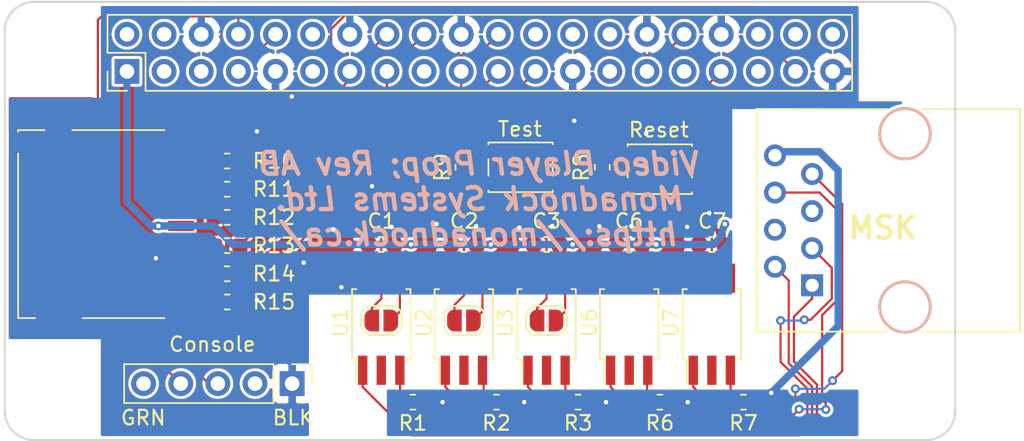
<source format=kicad_pcb>
(kicad_pcb (version 20171130) (host pcbnew 5.1.4)

  (general
    (thickness 1.6)
    (drawings 20)
    (tracks 275)
    (zones 0)
    (modules 36)
    (nets 63)
  )

  (page USLetter)
  (title_block
    (title "Video Prop Board")
    (date 2018-03-09)
    (rev AA)
    (company "Monadnock Systems")
  )

  (layers
    (0 F.Cu signal)
    (31 B.Cu signal hide)
    (33 F.Adhes user hide)
    (35 F.Paste user)
    (36 B.SilkS user hide)
    (37 F.SilkS user)
    (38 B.Mask user hide)
    (39 F.Mask user hide)
    (40 Dwgs.User user hide)
    (41 Cmts.User user hide)
    (42 Eco1.User user hide)
    (43 Eco2.User user hide)
    (44 Edge.Cuts user)
    (45 Margin user hide)
    (46 B.CrtYd user hide)
    (47 F.CrtYd user)
    (49 F.Fab user hide)
  )

  (setup
    (last_trace_width 0.1524)
    (trace_clearance 0.1778)
    (zone_clearance 0.2032)
    (zone_45_only yes)
    (trace_min 0.1524)
    (via_size 0.6096)
    (via_drill 0.3048)
    (via_min_size 0.6096)
    (via_min_drill 0.3048)
    (uvia_size 0.3)
    (uvia_drill 0.1)
    (uvias_allowed no)
    (uvia_min_size 0)
    (uvia_min_drill 0)
    (edge_width 0.15)
    (segment_width 0.2)
    (pcb_text_width 0.3)
    (pcb_text_size 1.5 1.5)
    (mod_edge_width 0.15)
    (mod_text_size 1 1)
    (mod_text_width 0.15)
    (pad_size 1.524 1.524)
    (pad_drill 0.762)
    (pad_to_mask_clearance 0)
    (pad_to_paste_clearance -0.0254)
    (aux_axis_origin 0 0)
    (grid_origin 112.94398 94.77052)
    (visible_elements FFFFFF7F)
    (pcbplotparams
      (layerselection 0x010f8_ffffffff)
      (usegerberextensions true)
      (usegerberattributes false)
      (usegerberadvancedattributes false)
      (creategerberjobfile false)
      (excludeedgelayer true)
      (linewidth 0.025400)
      (plotframeref false)
      (viasonmask false)
      (mode 1)
      (useauxorigin false)
      (hpglpennumber 1)
      (hpglpenspeed 20)
      (hpglpendiameter 15.000000)
      (psnegative false)
      (psa4output false)
      (plotreference true)
      (plotvalue true)
      (plotinvisibletext false)
      (padsonsilk false)
      (subtractmaskfromsilk false)
      (outputformat 1)
      (mirror false)
      (drillshape 0)
      (scaleselection 1)
      (outputdirectory "gerber/"))
  )

  (net 0 "")
  (net 1 +3V3)
  (net 2 GND)
  (net 3 +5V)
  (net 4 /RPI_TXO)
  (net 5 /RPI_RXI)
  (net 6 "Net-(J3-Pad2)")
  (net 7 "Net-(J3-Pad3)")
  (net 8 "Net-(J3-Pad4)")
  (net 9 "Net-(J3-Pad5)")
  (net 10 "Net-(J3-Pad6)")
  (net 11 /nRESET)
  (net 12 /nVID_SELECT_1)
  (net 13 /nVID_SELECT_2)
  (net 14 /nVID_START)
  (net 15 /nVID_SELECT_0)
  (net 16 "Net-(J3-Pad1)")
  (net 17 "Net-(J3-Pad7)")
  (net 18 GNDPWR)
  (net 19 "Net-(R1-Pad2)")
  (net 20 "Net-(R2-Pad2)")
  (net 21 "Net-(R3-Pad2)")
  (net 22 "Net-(R6-Pad2)")
  (net 23 "Net-(R7-Pad2)")
  (net 24 "Net-(R8-Pad1)")
  (net 25 "Net-(R9-Pad1)")
  (net 26 "Net-(J1-Pad5)")
  (net 27 "Net-(J1-Pad2)")
  (net 28 "Net-(J2-Pad3)")
  (net 29 "Net-(J2-Pad5)")
  (net 30 "Net-(J2-Pad7)")
  (net 31 "Net-(J2-Pad11)")
  (net 32 "Net-(J2-Pad12)")
  (net 33 /SD_DAT3)
  (net 34 /SD_CLK)
  (net 35 /SD_CMD)
  (net 36 /SD_DAT0)
  (net 37 /SD_DAT1)
  (net 38 "Net-(J2-Pad24)")
  (net 39 "Net-(J2-Pad26)")
  (net 40 "Net-(J2-Pad27)")
  (net 41 "Net-(J2-Pad28)")
  (net 42 "Net-(J2-Pad29)")
  (net 43 "Net-(J2-Pad31)")
  (net 44 "Net-(J2-Pad35)")
  (net 45 "Net-(J2-Pad36)")
  (net 46 /SD_DAT2)
  (net 47 "Net-(J2-Pad38)")
  (net 48 "Net-(J8-Pad10)")
  (net 49 "Net-(J8-Pad11)")
  (net 50 "Net-(J8-Pad9)")
  (net 51 "Net-(U1-Pad2)")
  (net 52 "Net-(U2-Pad2)")
  (net 53 "Net-(U3-Pad2)")
  (net 54 "Net-(U6-Pad2)")
  (net 55 "Net-(U7-Pad2)")
  (net 56 "Net-(J8-Pad1)")
  (net 57 "Net-(J8-Pad2)")
  (net 58 "Net-(J8-Pad3)")
  (net 59 "Net-(J8-Pad5)")
  (net 60 "Net-(J8-Pad7)")
  (net 61 "Net-(J8-Pad8)")
  (net 62 "Net-(J2-Pad40)")

  (net_class Default "This is the default net class."
    (clearance 0.1778)
    (trace_width 0.1524)
    (via_dia 0.6096)
    (via_drill 0.3048)
    (uvia_dia 0.3)
    (uvia_drill 0.1)
    (add_net +3V3)
    (add_net /RPI_RXI)
    (add_net /RPI_TXO)
    (add_net /SD_CLK)
    (add_net /SD_CMD)
    (add_net /SD_DAT0)
    (add_net /SD_DAT1)
    (add_net /SD_DAT2)
    (add_net /SD_DAT3)
    (add_net /nRESET)
    (add_net /nVID_SELECT_0)
    (add_net /nVID_SELECT_1)
    (add_net /nVID_SELECT_2)
    (add_net /nVID_START)
    (add_net GND)
    (add_net GNDPWR)
    (add_net "Net-(J1-Pad2)")
    (add_net "Net-(J1-Pad5)")
    (add_net "Net-(J2-Pad11)")
    (add_net "Net-(J2-Pad12)")
    (add_net "Net-(J2-Pad24)")
    (add_net "Net-(J2-Pad26)")
    (add_net "Net-(J2-Pad27)")
    (add_net "Net-(J2-Pad28)")
    (add_net "Net-(J2-Pad29)")
    (add_net "Net-(J2-Pad3)")
    (add_net "Net-(J2-Pad31)")
    (add_net "Net-(J2-Pad35)")
    (add_net "Net-(J2-Pad36)")
    (add_net "Net-(J2-Pad38)")
    (add_net "Net-(J2-Pad40)")
    (add_net "Net-(J2-Pad5)")
    (add_net "Net-(J2-Pad7)")
    (add_net "Net-(J3-Pad1)")
    (add_net "Net-(J3-Pad2)")
    (add_net "Net-(J3-Pad3)")
    (add_net "Net-(J3-Pad4)")
    (add_net "Net-(J3-Pad5)")
    (add_net "Net-(J3-Pad6)")
    (add_net "Net-(J3-Pad7)")
    (add_net "Net-(J8-Pad1)")
    (add_net "Net-(J8-Pad10)")
    (add_net "Net-(J8-Pad11)")
    (add_net "Net-(J8-Pad2)")
    (add_net "Net-(J8-Pad3)")
    (add_net "Net-(J8-Pad5)")
    (add_net "Net-(J8-Pad7)")
    (add_net "Net-(J8-Pad8)")
    (add_net "Net-(J8-Pad9)")
    (add_net "Net-(R1-Pad2)")
    (add_net "Net-(R2-Pad2)")
    (add_net "Net-(R3-Pad2)")
    (add_net "Net-(R6-Pad2)")
    (add_net "Net-(R7-Pad2)")
    (add_net "Net-(R8-Pad1)")
    (add_net "Net-(R9-Pad1)")
    (add_net "Net-(U1-Pad2)")
    (add_net "Net-(U2-Pad2)")
    (add_net "Net-(U3-Pad2)")
    (add_net "Net-(U6-Pad2)")
    (add_net "Net-(U7-Pad2)")
  )

  (net_class Power ""
    (clearance 0.1778)
    (trace_width 0.3048)
    (via_dia 0.6096)
    (via_drill 0.3048)
    (uvia_dia 0.3)
    (uvia_drill 0.1)
    (add_net +5V)
  )

  (module Resistor_SMD:R_0603_1608Metric_Pad1.05x0.95mm_HandSolder (layer F.Cu) (tedit 5B301BBD) (tstamp 5D7056D8)
    (at 133.13698 119.91652 180)
    (descr "Resistor SMD 0603 (1608 Metric), square (rectangular) end terminal, IPC_7351 nominal with elongated pad for handsoldering. (Body size source: http://www.tortai-tech.com/upload/download/2011102023233369053.pdf), generated with kicad-footprint-generator")
    (tags "resistor handsolder")
    (path /5D798C7C)
    (attr smd)
    (fp_text reference R2 (at 0 -1.43) (layer F.SilkS)
      (effects (font (size 1 1) (thickness 0.15)))
    )
    (fp_text value 4k (at 0 1.43) (layer F.Fab)
      (effects (font (size 1 1) (thickness 0.15)))
    )
    (fp_line (start -0.8 0.4) (end -0.8 -0.4) (layer F.Fab) (width 0.1))
    (fp_line (start -0.8 -0.4) (end 0.8 -0.4) (layer F.Fab) (width 0.1))
    (fp_line (start 0.8 -0.4) (end 0.8 0.4) (layer F.Fab) (width 0.1))
    (fp_line (start 0.8 0.4) (end -0.8 0.4) (layer F.Fab) (width 0.1))
    (fp_line (start -0.171267 -0.51) (end 0.171267 -0.51) (layer F.SilkS) (width 0.12))
    (fp_line (start -0.171267 0.51) (end 0.171267 0.51) (layer F.SilkS) (width 0.12))
    (fp_line (start -1.65 0.73) (end -1.65 -0.73) (layer F.CrtYd) (width 0.05))
    (fp_line (start -1.65 -0.73) (end 1.65 -0.73) (layer F.CrtYd) (width 0.05))
    (fp_line (start 1.65 -0.73) (end 1.65 0.73) (layer F.CrtYd) (width 0.05))
    (fp_line (start 1.65 0.73) (end -1.65 0.73) (layer F.CrtYd) (width 0.05))
    (fp_text user %R (at 0 0) (layer F.Fab)
      (effects (font (size 0.4 0.4) (thickness 0.06)))
    )
    (pad 1 smd roundrect (at -0.875 0 180) (size 1.05 0.95) (layers F.Cu F.Paste F.Mask) (roundrect_rratio 0.25)
      (net 18 GNDPWR))
    (pad 2 smd roundrect (at 0.875 0 180) (size 1.05 0.95) (layers F.Cu F.Paste F.Mask) (roundrect_rratio 0.25)
      (net 20 "Net-(R2-Pad2)"))
    (model ${KISYS3DMOD}/Resistor_SMD.3dshapes/R_0603_1608Metric.wrl
      (at (xyz 0 0 0))
      (scale (xyz 1 1 1))
      (rotate (xyz 0 0 0))
    )
  )

  (module Resistor_SMD:R_0603_1608Metric_Pad1.05x0.95mm_HandSolder (layer F.Cu) (tedit 5B301BBD) (tstamp 5D705EEF)
    (at 144.31298 119.91652 180)
    (descr "Resistor SMD 0603 (1608 Metric), square (rectangular) end terminal, IPC_7351 nominal with elongated pad for handsoldering. (Body size source: http://www.tortai-tech.com/upload/download/2011102023233369053.pdf), generated with kicad-footprint-generator")
    (tags "resistor handsolder")
    (path /5D7AF2BF)
    (attr smd)
    (fp_text reference R6 (at 0 -1.43) (layer F.SilkS)
      (effects (font (size 1 1) (thickness 0.15)))
    )
    (fp_text value 4k (at 0 1.43) (layer F.Fab)
      (effects (font (size 1 1) (thickness 0.15)))
    )
    (fp_line (start -0.8 0.4) (end -0.8 -0.4) (layer F.Fab) (width 0.1))
    (fp_line (start -0.8 -0.4) (end 0.8 -0.4) (layer F.Fab) (width 0.1))
    (fp_line (start 0.8 -0.4) (end 0.8 0.4) (layer F.Fab) (width 0.1))
    (fp_line (start 0.8 0.4) (end -0.8 0.4) (layer F.Fab) (width 0.1))
    (fp_line (start -0.171267 -0.51) (end 0.171267 -0.51) (layer F.SilkS) (width 0.12))
    (fp_line (start -0.171267 0.51) (end 0.171267 0.51) (layer F.SilkS) (width 0.12))
    (fp_line (start -1.65 0.73) (end -1.65 -0.73) (layer F.CrtYd) (width 0.05))
    (fp_line (start -1.65 -0.73) (end 1.65 -0.73) (layer F.CrtYd) (width 0.05))
    (fp_line (start 1.65 -0.73) (end 1.65 0.73) (layer F.CrtYd) (width 0.05))
    (fp_line (start 1.65 0.73) (end -1.65 0.73) (layer F.CrtYd) (width 0.05))
    (fp_text user %R (at 0 0) (layer F.Fab)
      (effects (font (size 0.4 0.4) (thickness 0.06)))
    )
    (pad 1 smd roundrect (at -0.875 0 180) (size 1.05 0.95) (layers F.Cu F.Paste F.Mask) (roundrect_rratio 0.25)
      (net 18 GNDPWR))
    (pad 2 smd roundrect (at 0.875 0 180) (size 1.05 0.95) (layers F.Cu F.Paste F.Mask) (roundrect_rratio 0.25)
      (net 22 "Net-(R6-Pad2)"))
    (model ${KISYS3DMOD}/Resistor_SMD.3dshapes/R_0603_1608Metric.wrl
      (at (xyz 0 0 0))
      (scale (xyz 1 1 1))
      (rotate (xyz 0 0 0))
    )
  )

  (module Jumper:SolderJumper-2_P1.3mm_Open_RoundedPad1.0x1.5mm (layer F.Cu) (tedit 5B391E66) (tstamp 5D708E7B)
    (at 125.26298 114.32852)
    (descr "SMD Solder Jumper, 1x1.5mm, rounded Pads, 0.3mm gap, open")
    (tags "solder jumper open")
    (path /5DB580A3)
    (attr virtual)
    (fp_text reference JP1 (at 2.667 0) (layer F.SilkS) hide
      (effects (font (size 1 1) (thickness 0.15)))
    )
    (fp_text value SolderJumper_2_Open (at 0 1.9) (layer F.Fab)
      (effects (font (size 1 1) (thickness 0.15)))
    )
    (fp_arc (start 0.7 -0.3) (end 1.4 -0.3) (angle -90) (layer F.SilkS) (width 0.12))
    (fp_arc (start 0.7 0.3) (end 0.7 1) (angle -90) (layer F.SilkS) (width 0.12))
    (fp_arc (start -0.7 0.3) (end -1.4 0.3) (angle -90) (layer F.SilkS) (width 0.12))
    (fp_arc (start -0.7 -0.3) (end -0.7 -1) (angle -90) (layer F.SilkS) (width 0.12))
    (fp_line (start -1.4 0.3) (end -1.4 -0.3) (layer F.SilkS) (width 0.12))
    (fp_line (start 0.7 1) (end -0.7 1) (layer F.SilkS) (width 0.12))
    (fp_line (start 1.4 -0.3) (end 1.4 0.3) (layer F.SilkS) (width 0.12))
    (fp_line (start -0.7 -1) (end 0.7 -1) (layer F.SilkS) (width 0.12))
    (fp_line (start -1.65 -1.25) (end 1.65 -1.25) (layer F.CrtYd) (width 0.05))
    (fp_line (start -1.65 -1.25) (end -1.65 1.25) (layer F.CrtYd) (width 0.05))
    (fp_line (start 1.65 1.25) (end 1.65 -1.25) (layer F.CrtYd) (width 0.05))
    (fp_line (start 1.65 1.25) (end -1.65 1.25) (layer F.CrtYd) (width 0.05))
    (pad 1 smd custom (at -0.65 0) (size 1 0.5) (layers F.Cu F.Mask)
      (net 15 /nVID_SELECT_0) (zone_connect 2)
      (options (clearance outline) (anchor rect))
      (primitives
        (gr_circle (center 0 0.25) (end 0.5 0.25) (width 0))
        (gr_circle (center 0 -0.25) (end 0.5 -0.25) (width 0))
        (gr_poly (pts
           (xy 0 -0.75) (xy 0.5 -0.75) (xy 0.5 0.75) (xy 0 0.75)) (width 0))
      ))
    (pad 2 smd custom (at 0.65 0) (size 1 0.5) (layers F.Cu F.Mask)
      (net 1 +3V3) (zone_connect 2)
      (options (clearance outline) (anchor rect))
      (primitives
        (gr_circle (center 0 0.25) (end 0.5 0.25) (width 0))
        (gr_circle (center 0 -0.25) (end 0.5 -0.25) (width 0))
        (gr_poly (pts
           (xy 0 -0.75) (xy -0.5 -0.75) (xy -0.5 0.75) (xy 0 0.75)) (width 0))
      ))
  )

  (module Resistor_SMD:R_0603_1608Metric_Pad1.05x0.95mm_HandSolder (layer F.Cu) (tedit 5B301BBD) (tstamp 5D719C20)
    (at 114.72198 109.19772 180)
    (descr "Resistor SMD 0603 (1608 Metric), square (rectangular) end terminal, IPC_7351 nominal with elongated pad for handsoldering. (Body size source: http://www.tortai-tech.com/upload/download/2011102023233369053.pdf), generated with kicad-footprint-generator")
    (tags "resistor handsolder")
    (path /5D8500F9)
    (attr smd)
    (fp_text reference R13 (at -3.2004 0) (layer F.SilkS)
      (effects (font (size 1 1) (thickness 0.15)))
    )
    (fp_text value 33 (at 0 1.43) (layer F.Fab)
      (effects (font (size 1 1) (thickness 0.15)))
    )
    (fp_text user %R (at 0 0) (layer F.Fab)
      (effects (font (size 0.4 0.4) (thickness 0.06)))
    )
    (fp_line (start 1.65 0.73) (end -1.65 0.73) (layer F.CrtYd) (width 0.05))
    (fp_line (start 1.65 -0.73) (end 1.65 0.73) (layer F.CrtYd) (width 0.05))
    (fp_line (start -1.65 -0.73) (end 1.65 -0.73) (layer F.CrtYd) (width 0.05))
    (fp_line (start -1.65 0.73) (end -1.65 -0.73) (layer F.CrtYd) (width 0.05))
    (fp_line (start -0.171267 0.51) (end 0.171267 0.51) (layer F.SilkS) (width 0.12))
    (fp_line (start -0.171267 -0.51) (end 0.171267 -0.51) (layer F.SilkS) (width 0.12))
    (fp_line (start 0.8 0.4) (end -0.8 0.4) (layer F.Fab) (width 0.1))
    (fp_line (start 0.8 -0.4) (end 0.8 0.4) (layer F.Fab) (width 0.1))
    (fp_line (start -0.8 -0.4) (end 0.8 -0.4) (layer F.Fab) (width 0.1))
    (fp_line (start -0.8 0.4) (end -0.8 -0.4) (layer F.Fab) (width 0.1))
    (pad 2 smd roundrect (at 0.875 0 180) (size 1.05 0.95) (layers F.Cu F.Paste F.Mask) (roundrect_rratio 0.25)
      (net 59 "Net-(J8-Pad5)"))
    (pad 1 smd roundrect (at -0.875 0 180) (size 1.05 0.95) (layers F.Cu F.Paste F.Mask) (roundrect_rratio 0.25)
      (net 34 /SD_CLK))
    (model ${KISYS3DMOD}/Resistor_SMD.3dshapes/R_0603_1608Metric.wrl
      (at (xyz 0 0 0))
      (scale (xyz 1 1 1))
      (rotate (xyz 0 0 0))
    )
  )

  (module Button_Switch_SMD:SW_SPST_PTS810 (layer F.Cu) (tedit 5B0610A8) (tstamp 5D719AFB)
    (at 134.78798 103.83832)
    (descr "C&K Components, PTS 810 Series, Microminiature SMT Top Actuated, http://www.ckswitches.com/media/1476/pts810.pdf")
    (tags "SPST Button Switch")
    (path /5D8DF7E0)
    (attr smd)
    (fp_text reference SW2 (at 0 -2.6) (layer F.SilkS) hide
      (effects (font (size 1 1) (thickness 0.15)))
    )
    (fp_text value START (at 0 2.6) (layer F.Fab)
      (effects (font (size 1 1) (thickness 0.15)))
    )
    (fp_arc (start 0.4 0) (end 0.4 -1.1) (angle 180) (layer F.Fab) (width 0.1))
    (fp_line (start 2.1 1.6) (end 2.1 -1.6) (layer F.Fab) (width 0.1))
    (fp_line (start 2.1 -1.6) (end -2.1 -1.6) (layer F.Fab) (width 0.1))
    (fp_line (start -2.1 -1.6) (end -2.1 1.6) (layer F.Fab) (width 0.1))
    (fp_line (start -2.1 1.6) (end 2.1 1.6) (layer F.Fab) (width 0.1))
    (fp_arc (start -0.4 0) (end -0.4 1.1) (angle 180) (layer F.Fab) (width 0.1))
    (fp_line (start -0.4 -1.1) (end 0.4 -1.1) (layer F.Fab) (width 0.1))
    (fp_line (start 0.4 1.1) (end -0.4 1.1) (layer F.Fab) (width 0.1))
    (fp_line (start 2.2 -1.7) (end -2.2 -1.7) (layer F.SilkS) (width 0.12))
    (fp_line (start -2.2 -1.7) (end -2.2 -1.58) (layer F.SilkS) (width 0.12))
    (fp_line (start -2.2 -0.57) (end -2.2 0.57) (layer F.SilkS) (width 0.12))
    (fp_line (start -2.2 1.58) (end -2.2 1.7) (layer F.SilkS) (width 0.12))
    (fp_line (start -2.2 1.7) (end 2.2 1.7) (layer F.SilkS) (width 0.12))
    (fp_line (start 2.2 1.7) (end 2.2 1.58) (layer F.SilkS) (width 0.12))
    (fp_line (start 2.2 0.57) (end 2.2 -0.57) (layer F.SilkS) (width 0.12))
    (fp_line (start 2.2 -1.58) (end 2.2 -1.7) (layer F.SilkS) (width 0.12))
    (fp_text user %R (at 0 0) (layer F.Fab)
      (effects (font (size 0.6 0.6) (thickness 0.09)))
    )
    (fp_line (start 2.85 -1.85) (end 2.85 1.85) (layer F.CrtYd) (width 0.05))
    (fp_line (start 2.85 1.85) (end -2.85 1.85) (layer F.CrtYd) (width 0.05))
    (fp_line (start -2.85 1.85) (end -2.85 -1.85) (layer F.CrtYd) (width 0.05))
    (fp_line (start -2.85 -1.85) (end 2.85 -1.85) (layer F.CrtYd) (width 0.05))
    (pad 2 smd rect (at 2.075 1.075) (size 1.05 0.65) (layers F.Cu F.Paste F.Mask)
      (net 14 /nVID_START))
    (pad 2 smd rect (at -2.075 1.075) (size 1.05 0.65) (layers F.Cu F.Paste F.Mask)
      (net 14 /nVID_START))
    (pad 1 smd rect (at 2.075 -1.075) (size 1.05 0.65) (layers F.Cu F.Paste F.Mask)
      (net 2 GND))
    (pad 1 smd rect (at -2.075 -1.075) (size 1.05 0.65) (layers F.Cu F.Paste F.Mask)
      (net 2 GND))
    (model ${KISYS3DMOD}/Button_Switch_SMD.3dshapes/SW_SPST_PTS810.wrl
      (at (xyz 0 0 0))
      (scale (xyz 1 1 1))
      (rotate (xyz 0 0 0))
    )
  )

  (module Button_Switch_SMD:SW_SPST_PTS810 (layer F.Cu) (tedit 5B0610A8) (tstamp 5D71C66B)
    (at 144.31298 103.96532)
    (descr "C&K Components, PTS 810 Series, Microminiature SMT Top Actuated, http://www.ckswitches.com/media/1476/pts810.pdf")
    (tags "SPST Button Switch")
    (path /5AA18762)
    (attr smd)
    (fp_text reference SW1 (at 0 -2.6) (layer F.SilkS) hide
      (effects (font (size 1 1) (thickness 0.15)))
    )
    (fp_text value RESET (at 0 2.6) (layer F.Fab)
      (effects (font (size 1 1) (thickness 0.15)))
    )
    (fp_arc (start 0.4 0) (end 0.4 -1.1) (angle 180) (layer F.Fab) (width 0.1))
    (fp_line (start 2.1 1.6) (end 2.1 -1.6) (layer F.Fab) (width 0.1))
    (fp_line (start 2.1 -1.6) (end -2.1 -1.6) (layer F.Fab) (width 0.1))
    (fp_line (start -2.1 -1.6) (end -2.1 1.6) (layer F.Fab) (width 0.1))
    (fp_line (start -2.1 1.6) (end 2.1 1.6) (layer F.Fab) (width 0.1))
    (fp_arc (start -0.4 0) (end -0.4 1.1) (angle 180) (layer F.Fab) (width 0.1))
    (fp_line (start -0.4 -1.1) (end 0.4 -1.1) (layer F.Fab) (width 0.1))
    (fp_line (start 0.4 1.1) (end -0.4 1.1) (layer F.Fab) (width 0.1))
    (fp_line (start 2.2 -1.7) (end -2.2 -1.7) (layer F.SilkS) (width 0.12))
    (fp_line (start -2.2 -1.7) (end -2.2 -1.58) (layer F.SilkS) (width 0.12))
    (fp_line (start -2.2 -0.57) (end -2.2 0.57) (layer F.SilkS) (width 0.12))
    (fp_line (start -2.2 1.58) (end -2.2 1.7) (layer F.SilkS) (width 0.12))
    (fp_line (start -2.2 1.7) (end 2.2 1.7) (layer F.SilkS) (width 0.12))
    (fp_line (start 2.2 1.7) (end 2.2 1.58) (layer F.SilkS) (width 0.12))
    (fp_line (start 2.2 0.57) (end 2.2 -0.57) (layer F.SilkS) (width 0.12))
    (fp_line (start 2.2 -1.58) (end 2.2 -1.7) (layer F.SilkS) (width 0.12))
    (fp_text user %R (at 0 0) (layer F.Fab)
      (effects (font (size 0.6 0.6) (thickness 0.09)))
    )
    (fp_line (start 2.85 -1.85) (end 2.85 1.85) (layer F.CrtYd) (width 0.05))
    (fp_line (start 2.85 1.85) (end -2.85 1.85) (layer F.CrtYd) (width 0.05))
    (fp_line (start -2.85 1.85) (end -2.85 -1.85) (layer F.CrtYd) (width 0.05))
    (fp_line (start -2.85 -1.85) (end 2.85 -1.85) (layer F.CrtYd) (width 0.05))
    (pad 2 smd rect (at 2.075 1.075) (size 1.05 0.65) (layers F.Cu F.Paste F.Mask)
      (net 11 /nRESET))
    (pad 2 smd rect (at -2.075 1.075) (size 1.05 0.65) (layers F.Cu F.Paste F.Mask)
      (net 11 /nRESET))
    (pad 1 smd rect (at 2.075 -1.075) (size 1.05 0.65) (layers F.Cu F.Paste F.Mask)
      (net 2 GND))
    (pad 1 smd rect (at -2.075 -1.075) (size 1.05 0.65) (layers F.Cu F.Paste F.Mask)
      (net 2 GND))
    (model ${KISYS3DMOD}/Button_Switch_SMD.3dshapes/SW_SPST_PTS810.wrl
      (at (xyz 0 0 0))
      (scale (xyz 1 1 1))
      (rotate (xyz 0 0 0))
    )
  )

  (module Resistor_SMD:R_0603_1608Metric_Pad1.05x0.95mm_HandSolder (layer F.Cu) (tedit 5B301BBD) (tstamp 5D719C42)
    (at 114.72198 113.05852 180)
    (descr "Resistor SMD 0603 (1608 Metric), square (rectangular) end terminal, IPC_7351 nominal with elongated pad for handsoldering. (Body size source: http://www.tortai-tech.com/upload/download/2011102023233369053.pdf), generated with kicad-footprint-generator")
    (tags "resistor handsolder")
    (path /5D851091)
    (attr smd)
    (fp_text reference R15 (at -3.2004 0) (layer F.SilkS)
      (effects (font (size 1 1) (thickness 0.15)))
    )
    (fp_text value 33 (at 0 1.43) (layer F.Fab)
      (effects (font (size 1 1) (thickness 0.15)))
    )
    (fp_text user %R (at 0 0) (layer F.Fab)
      (effects (font (size 0.4 0.4) (thickness 0.06)))
    )
    (fp_line (start 1.65 0.73) (end -1.65 0.73) (layer F.CrtYd) (width 0.05))
    (fp_line (start 1.65 -0.73) (end 1.65 0.73) (layer F.CrtYd) (width 0.05))
    (fp_line (start -1.65 -0.73) (end 1.65 -0.73) (layer F.CrtYd) (width 0.05))
    (fp_line (start -1.65 0.73) (end -1.65 -0.73) (layer F.CrtYd) (width 0.05))
    (fp_line (start -0.171267 0.51) (end 0.171267 0.51) (layer F.SilkS) (width 0.12))
    (fp_line (start -0.171267 -0.51) (end 0.171267 -0.51) (layer F.SilkS) (width 0.12))
    (fp_line (start 0.8 0.4) (end -0.8 0.4) (layer F.Fab) (width 0.1))
    (fp_line (start 0.8 -0.4) (end 0.8 0.4) (layer F.Fab) (width 0.1))
    (fp_line (start -0.8 -0.4) (end 0.8 -0.4) (layer F.Fab) (width 0.1))
    (fp_line (start -0.8 0.4) (end -0.8 -0.4) (layer F.Fab) (width 0.1))
    (pad 2 smd roundrect (at 0.875 0 180) (size 1.05 0.95) (layers F.Cu F.Paste F.Mask) (roundrect_rratio 0.25)
      (net 61 "Net-(J8-Pad8)"))
    (pad 1 smd roundrect (at -0.875 0 180) (size 1.05 0.95) (layers F.Cu F.Paste F.Mask) (roundrect_rratio 0.25)
      (net 37 /SD_DAT1))
    (model ${KISYS3DMOD}/Resistor_SMD.3dshapes/R_0603_1608Metric.wrl
      (at (xyz 0 0 0))
      (scale (xyz 1 1 1))
      (rotate (xyz 0 0 0))
    )
  )

  (module Resistor_SMD:R_0603_1608Metric_Pad1.05x0.95mm_HandSolder (layer F.Cu) (tedit 5B301BBD) (tstamp 5D719C31)
    (at 114.72198 111.12812 180)
    (descr "Resistor SMD 0603 (1608 Metric), square (rectangular) end terminal, IPC_7351 nominal with elongated pad for handsoldering. (Body size source: http://www.tortai-tech.com/upload/download/2011102023233369053.pdf), generated with kicad-footprint-generator")
    (tags "resistor handsolder")
    (path /5D85089D)
    (attr smd)
    (fp_text reference R14 (at -3.2004 0) (layer F.SilkS)
      (effects (font (size 1 1) (thickness 0.15)))
    )
    (fp_text value 33 (at 0 1.43) (layer F.Fab)
      (effects (font (size 1 1) (thickness 0.15)))
    )
    (fp_text user %R (at 0 0) (layer F.Fab)
      (effects (font (size 0.4 0.4) (thickness 0.06)))
    )
    (fp_line (start 1.65 0.73) (end -1.65 0.73) (layer F.CrtYd) (width 0.05))
    (fp_line (start 1.65 -0.73) (end 1.65 0.73) (layer F.CrtYd) (width 0.05))
    (fp_line (start -1.65 -0.73) (end 1.65 -0.73) (layer F.CrtYd) (width 0.05))
    (fp_line (start -1.65 0.73) (end -1.65 -0.73) (layer F.CrtYd) (width 0.05))
    (fp_line (start -0.171267 0.51) (end 0.171267 0.51) (layer F.SilkS) (width 0.12))
    (fp_line (start -0.171267 -0.51) (end 0.171267 -0.51) (layer F.SilkS) (width 0.12))
    (fp_line (start 0.8 0.4) (end -0.8 0.4) (layer F.Fab) (width 0.1))
    (fp_line (start 0.8 -0.4) (end 0.8 0.4) (layer F.Fab) (width 0.1))
    (fp_line (start -0.8 -0.4) (end 0.8 -0.4) (layer F.Fab) (width 0.1))
    (fp_line (start -0.8 0.4) (end -0.8 -0.4) (layer F.Fab) (width 0.1))
    (pad 2 smd roundrect (at 0.875 0 180) (size 1.05 0.95) (layers F.Cu F.Paste F.Mask) (roundrect_rratio 0.25)
      (net 60 "Net-(J8-Pad7)"))
    (pad 1 smd roundrect (at -0.875 0 180) (size 1.05 0.95) (layers F.Cu F.Paste F.Mask) (roundrect_rratio 0.25)
      (net 36 /SD_DAT0))
    (model ${KISYS3DMOD}/Resistor_SMD.3dshapes/R_0603_1608Metric.wrl
      (at (xyz 0 0 0))
      (scale (xyz 1 1 1))
      (rotate (xyz 0 0 0))
    )
  )

  (module Resistor_SMD:R_0603_1608Metric_Pad1.05x0.95mm_HandSolder (layer F.Cu) (tedit 5B301BBD) (tstamp 5D719C0F)
    (at 114.72198 107.26732 180)
    (descr "Resistor SMD 0603 (1608 Metric), square (rectangular) end terminal, IPC_7351 nominal with elongated pad for handsoldering. (Body size source: http://www.tortai-tech.com/upload/download/2011102023233369053.pdf), generated with kicad-footprint-generator")
    (tags "resistor handsolder")
    (path /5D84F952)
    (attr smd)
    (fp_text reference R12 (at -3.2004 0) (layer F.SilkS)
      (effects (font (size 1 1) (thickness 0.15)))
    )
    (fp_text value 33 (at 0 1.43) (layer F.Fab)
      (effects (font (size 1 1) (thickness 0.15)))
    )
    (fp_text user %R (at 0 0) (layer F.Fab)
      (effects (font (size 0.4 0.4) (thickness 0.06)))
    )
    (fp_line (start 1.65 0.73) (end -1.65 0.73) (layer F.CrtYd) (width 0.05))
    (fp_line (start 1.65 -0.73) (end 1.65 0.73) (layer F.CrtYd) (width 0.05))
    (fp_line (start -1.65 -0.73) (end 1.65 -0.73) (layer F.CrtYd) (width 0.05))
    (fp_line (start -1.65 0.73) (end -1.65 -0.73) (layer F.CrtYd) (width 0.05))
    (fp_line (start -0.171267 0.51) (end 0.171267 0.51) (layer F.SilkS) (width 0.12))
    (fp_line (start -0.171267 -0.51) (end 0.171267 -0.51) (layer F.SilkS) (width 0.12))
    (fp_line (start 0.8 0.4) (end -0.8 0.4) (layer F.Fab) (width 0.1))
    (fp_line (start 0.8 -0.4) (end 0.8 0.4) (layer F.Fab) (width 0.1))
    (fp_line (start -0.8 -0.4) (end 0.8 -0.4) (layer F.Fab) (width 0.1))
    (fp_line (start -0.8 0.4) (end -0.8 -0.4) (layer F.Fab) (width 0.1))
    (pad 2 smd roundrect (at 0.875 0 180) (size 1.05 0.95) (layers F.Cu F.Paste F.Mask) (roundrect_rratio 0.25)
      (net 58 "Net-(J8-Pad3)"))
    (pad 1 smd roundrect (at -0.875 0 180) (size 1.05 0.95) (layers F.Cu F.Paste F.Mask) (roundrect_rratio 0.25)
      (net 35 /SD_CMD))
    (model ${KISYS3DMOD}/Resistor_SMD.3dshapes/R_0603_1608Metric.wrl
      (at (xyz 0 0 0))
      (scale (xyz 1 1 1))
      (rotate (xyz 0 0 0))
    )
  )

  (module Resistor_SMD:R_0603_1608Metric_Pad1.05x0.95mm_HandSolder (layer F.Cu) (tedit 5B301BBD) (tstamp 5D719BFE)
    (at 114.72198 105.33692 180)
    (descr "Resistor SMD 0603 (1608 Metric), square (rectangular) end terminal, IPC_7351 nominal with elongated pad for handsoldering. (Body size source: http://www.tortai-tech.com/upload/download/2011102023233369053.pdf), generated with kicad-footprint-generator")
    (tags "resistor handsolder")
    (path /5D84F133)
    (attr smd)
    (fp_text reference R11 (at -3.2004 0) (layer F.SilkS)
      (effects (font (size 1 1) (thickness 0.15)))
    )
    (fp_text value 33 (at 0 1.43) (layer F.Fab)
      (effects (font (size 1 1) (thickness 0.15)))
    )
    (fp_text user %R (at 0 0) (layer F.Fab)
      (effects (font (size 0.4 0.4) (thickness 0.06)))
    )
    (fp_line (start 1.65 0.73) (end -1.65 0.73) (layer F.CrtYd) (width 0.05))
    (fp_line (start 1.65 -0.73) (end 1.65 0.73) (layer F.CrtYd) (width 0.05))
    (fp_line (start -1.65 -0.73) (end 1.65 -0.73) (layer F.CrtYd) (width 0.05))
    (fp_line (start -1.65 0.73) (end -1.65 -0.73) (layer F.CrtYd) (width 0.05))
    (fp_line (start -0.171267 0.51) (end 0.171267 0.51) (layer F.SilkS) (width 0.12))
    (fp_line (start -0.171267 -0.51) (end 0.171267 -0.51) (layer F.SilkS) (width 0.12))
    (fp_line (start 0.8 0.4) (end -0.8 0.4) (layer F.Fab) (width 0.1))
    (fp_line (start 0.8 -0.4) (end 0.8 0.4) (layer F.Fab) (width 0.1))
    (fp_line (start -0.8 -0.4) (end 0.8 -0.4) (layer F.Fab) (width 0.1))
    (fp_line (start -0.8 0.4) (end -0.8 -0.4) (layer F.Fab) (width 0.1))
    (pad 2 smd roundrect (at 0.875 0 180) (size 1.05 0.95) (layers F.Cu F.Paste F.Mask) (roundrect_rratio 0.25)
      (net 57 "Net-(J8-Pad2)"))
    (pad 1 smd roundrect (at -0.875 0 180) (size 1.05 0.95) (layers F.Cu F.Paste F.Mask) (roundrect_rratio 0.25)
      (net 33 /SD_DAT3))
    (model ${KISYS3DMOD}/Resistor_SMD.3dshapes/R_0603_1608Metric.wrl
      (at (xyz 0 0 0))
      (scale (xyz 1 1 1))
      (rotate (xyz 0 0 0))
    )
  )

  (module Resistor_SMD:R_0603_1608Metric_Pad1.05x0.95mm_HandSolder (layer F.Cu) (tedit 5B301BBD) (tstamp 5D719BED)
    (at 114.72198 103.40652 180)
    (descr "Resistor SMD 0603 (1608 Metric), square (rectangular) end terminal, IPC_7351 nominal with elongated pad for handsoldering. (Body size source: http://www.tortai-tech.com/upload/download/2011102023233369053.pdf), generated with kicad-footprint-generator")
    (tags "resistor handsolder")
    (path /5D845C03)
    (attr smd)
    (fp_text reference R10 (at -3.2004 0) (layer F.SilkS)
      (effects (font (size 1 1) (thickness 0.15)))
    )
    (fp_text value 33 (at 0 1.43) (layer F.Fab)
      (effects (font (size 1 1) (thickness 0.15)))
    )
    (fp_text user %R (at 0 0) (layer F.Fab)
      (effects (font (size 0.4 0.4) (thickness 0.06)))
    )
    (fp_line (start 1.65 0.73) (end -1.65 0.73) (layer F.CrtYd) (width 0.05))
    (fp_line (start 1.65 -0.73) (end 1.65 0.73) (layer F.CrtYd) (width 0.05))
    (fp_line (start -1.65 -0.73) (end 1.65 -0.73) (layer F.CrtYd) (width 0.05))
    (fp_line (start -1.65 0.73) (end -1.65 -0.73) (layer F.CrtYd) (width 0.05))
    (fp_line (start -0.171267 0.51) (end 0.171267 0.51) (layer F.SilkS) (width 0.12))
    (fp_line (start -0.171267 -0.51) (end 0.171267 -0.51) (layer F.SilkS) (width 0.12))
    (fp_line (start 0.8 0.4) (end -0.8 0.4) (layer F.Fab) (width 0.1))
    (fp_line (start 0.8 -0.4) (end 0.8 0.4) (layer F.Fab) (width 0.1))
    (fp_line (start -0.8 -0.4) (end 0.8 -0.4) (layer F.Fab) (width 0.1))
    (fp_line (start -0.8 0.4) (end -0.8 -0.4) (layer F.Fab) (width 0.1))
    (pad 2 smd roundrect (at 0.875 0 180) (size 1.05 0.95) (layers F.Cu F.Paste F.Mask) (roundrect_rratio 0.25)
      (net 56 "Net-(J8-Pad1)"))
    (pad 1 smd roundrect (at -0.875 0 180) (size 1.05 0.95) (layers F.Cu F.Paste F.Mask) (roundrect_rratio 0.25)
      (net 46 /SD_DAT2))
    (model ${KISYS3DMOD}/Resistor_SMD.3dshapes/R_0603_1608Metric.wrl
      (at (xyz 0 0 0))
      (scale (xyz 1 1 1))
      (rotate (xyz 0 0 0))
    )
  )

  (module Connector_Card:microSD_HC_Hirose_DM3D-SF (layer F.Cu) (tedit 5B82D16A) (tstamp 5D718B7C)
    (at 106.21298 107.72452 90)
    (descr "Micro SD, SMD, right-angle, push-pull (https://media.digikey.com/PDF/Data%20Sheets/Hirose%20PDFs/DM3D-SF.pdf)")
    (tags "Micro SD")
    (path /5D71BE60)
    (attr smd)
    (fp_text reference J8 (at -0.025 -7.625 90) (layer F.SilkS) hide
      (effects (font (size 1 1) (thickness 0.15)))
    )
    (fp_text value Micro_SD_Card (at -0.025 6.975 90) (layer F.Fab)
      (effects (font (size 1 1) (thickness 0.15)))
    )
    (fp_arc (start 5.475 5.475) (end 5.475 5.725) (angle 90) (layer F.Fab) (width 0.1))
    (fp_arc (start 4.725 4.425) (end 4.725 3.925) (angle 90) (layer F.Fab) (width 0.1))
    (fp_arc (start -5.525 5.475) (end -5.275 5.475) (angle 90) (layer F.Fab) (width 0.1))
    (fp_arc (start -4.775 4.425) (end -5.275 4.425) (angle 90) (layer F.Fab) (width 0.1))
    (fp_arc (start -5.025 9.575) (end -5.025 10.075) (angle 90) (layer F.Fab) (width 0.1))
    (fp_arc (start 4.975 9.575) (end 5.475 9.575) (angle 90) (layer F.Fab) (width 0.1))
    (fp_line (start 6.325 -5.785) (end 6.435 -5.785) (layer F.SilkS) (width 0.12))
    (fp_line (start 0.525 -5.725) (end -1.975 -5.725) (layer Dwgs.User) (width 0.1))
    (fp_line (start 6.375 5.725) (end 6.375 -5.725) (layer F.Fab) (width 0.1))
    (fp_line (start 3.575 0.475) (end 3.575 -1.525) (layer Dwgs.User) (width 0.1))
    (fp_line (start 3.075 0.475) (end 3.575 -0.975) (layer Dwgs.User) (width 0.1))
    (fp_line (start 2.575 0.475) (end 3.275 -1.525) (layer Dwgs.User) (width 0.1))
    (fp_line (start 2.075 0.475) (end 2.775 -1.525) (layer Dwgs.User) (width 0.1))
    (fp_line (start 1.575 0.475) (end 2.275 -1.525) (layer Dwgs.User) (width 0.1))
    (fp_line (start 1.075 0.475) (end 1.775 -1.525) (layer Dwgs.User) (width 0.1))
    (fp_line (start 0.575 0.475) (end 1.275 -1.525) (layer Dwgs.User) (width 0.1))
    (fp_line (start 0.075 0.475) (end 0.775 -1.525) (layer Dwgs.User) (width 0.1))
    (fp_line (start -0.425 0.475) (end 0.275 -1.525) (layer Dwgs.User) (width 0.1))
    (fp_line (start -0.925 0.475) (end -0.225 -1.525) (layer Dwgs.User) (width 0.1))
    (fp_line (start -1.425 0.475) (end -0.725 -1.525) (layer Dwgs.User) (width 0.1))
    (fp_line (start -1.925 0.475) (end -1.225 -1.525) (layer Dwgs.User) (width 0.1))
    (fp_line (start -2.425 0.475) (end -1.725 -1.525) (layer Dwgs.User) (width 0.1))
    (fp_line (start -2.925 0.475) (end -2.225 -1.525) (layer Dwgs.User) (width 0.1))
    (fp_line (start -3.425 0.475) (end -2.725 -1.525) (layer Dwgs.User) (width 0.1))
    (fp_line (start -4.425 0.475) (end -3.725 -1.525) (layer Dwgs.User) (width 0.1))
    (fp_line (start -6.375 5.725) (end -6.375 -5.725) (layer F.Fab) (width 0.1))
    (fp_line (start -4.925 0.475) (end 3.575 0.475) (layer Dwgs.User) (width 0.1))
    (fp_line (start 0.525 -3.875) (end -1.975 -3.875) (layer Dwgs.User) (width 0.1))
    (fp_line (start -4.925 -1.525) (end 3.575 -1.525) (layer Dwgs.User) (width 0.1))
    (fp_line (start -6.92 -6.72) (end 6.88 -6.72) (layer F.CrtYd) (width 0.05))
    (fp_line (start 6.88 -6.72) (end 6.88 6.28) (layer F.CrtYd) (width 0.05))
    (fp_line (start 6.88 6.28) (end -6.92 6.28) (layer F.CrtYd) (width 0.05))
    (fp_line (start -6.92 6.28) (end -6.92 -6.72) (layer F.CrtYd) (width 0.05))
    (fp_line (start -4.925 -1.525) (end -4.925 0.475) (layer Dwgs.User) (width 0.1))
    (fp_line (start -4.925 0.475) (end -4.225 -1.525) (layer Dwgs.User) (width 0.1))
    (fp_line (start -4.225 -1.525) (end -3.725 -1.525) (layer Dwgs.User) (width 0.1))
    (fp_line (start -3.925 0.475) (end -3.225 -1.525) (layer Dwgs.User) (width 0.1))
    (fp_line (start -3.225 -1.525) (end -2.725 -1.525) (layer Dwgs.User) (width 0.1))
    (fp_line (start -6.375 -5.725) (end 6.375 -5.725) (layer F.Fab) (width 0.1))
    (fp_line (start -1.975 -5.725) (end -1.975 -3.875) (layer Dwgs.User) (width 0.1))
    (fp_line (start 0.525 -3.875) (end 0.525 -5.725) (layer Dwgs.User) (width 0.1))
    (fp_line (start -1.925 -3.875) (end -1.525 -5.725) (layer Dwgs.User) (width 0.1))
    (fp_line (start -1.025 -5.725) (end -1.525 -3.875) (layer Dwgs.User) (width 0.1))
    (fp_line (start -1.025 -3.875) (end -0.525 -5.725) (layer Dwgs.User) (width 0.1))
    (fp_line (start -0.025 -5.725) (end -0.525 -3.875) (layer Dwgs.User) (width 0.1))
    (fp_line (start -0.025 -3.875) (end 0.475 -5.725) (layer Dwgs.User) (width 0.1))
    (fp_line (start -5.525 -6.975) (end 4.175 -6.975) (layer F.Fab) (width 0.1))
    (fp_line (start 4.175 -5.725) (end 4.175 -6.975) (layer F.Fab) (width 0.1))
    (fp_line (start -5.525 -5.725) (end -5.525 -6.975) (layer F.Fab) (width 0.1))
    (fp_line (start -4.775 3.925) (end 4.725 3.925) (layer F.Fab) (width 0.1))
    (fp_line (start -6.375 5.725) (end -5.525 5.725) (layer F.Fab) (width 0.1))
    (fp_line (start -5.275 5.475) (end -5.275 4.425) (layer F.Fab) (width 0.1))
    (fp_line (start 5.225 5.475) (end 5.225 4.425) (layer F.Fab) (width 0.1))
    (fp_line (start 5.475 5.725) (end 6.375 5.725) (layer F.Fab) (width 0.1))
    (fp_line (start -5.525 5.725) (end -5.525 9.575) (layer F.Fab) (width 0.1))
    (fp_line (start -5.025 10.075) (end 4.975 10.075) (layer F.Fab) (width 0.1))
    (fp_line (start 5.475 9.575) (end 5.475 5.725) (layer F.Fab) (width 0.1))
    (fp_line (start -6.435 -4.625) (end -6.435 -5.785) (layer F.SilkS) (width 0.12))
    (fp_line (start -6.435 -5.785) (end 4.825 -5.785) (layer F.SilkS) (width 0.12))
    (fp_line (start 6.435 -5.785) (end 6.435 -3.975) (layer F.SilkS) (width 0.12))
    (fp_line (start -6.435 -1.375) (end -6.435 4.225) (layer F.SilkS) (width 0.12))
    (fp_line (start 6.435 -2.075) (end 6.435 4.225) (layer F.SilkS) (width 0.12))
    (fp_text user KEEPOUT (at -0.725 -4.8 90) (layer Cmts.User)
      (effects (font (size 0.4 0.4) (thickness 0.06)))
    )
    (fp_text user %R (at -0.025 1.475 90) (layer F.Fab)
      (effects (font (size 1 1) (thickness 0.1)))
    )
    (fp_text user KEEPOUT (at -0.275 -0.525 90) (layer Cmts.User)
      (effects (font (size 1 1) (thickness 0.1)))
    )
    (pad 10 smd rect (at 5.575 -5.45 90) (size 1 1.55) (layers F.Cu F.Paste F.Mask)
      (net 48 "Net-(J8-Pad10)"))
    (pad 11 smd rect (at 5.625 5.225 90) (size 1.5 1.5) (layers F.Cu F.Paste F.Mask)
      (net 49 "Net-(J8-Pad11)"))
    (pad 1 smd rect (at 3.175 5.35 90) (size 0.7 1.75) (layers F.Cu F.Paste F.Mask)
      (net 56 "Net-(J8-Pad1)"))
    (pad 2 smd rect (at 2.075 5.35 90) (size 0.7 1.75) (layers F.Cu F.Paste F.Mask)
      (net 57 "Net-(J8-Pad2)"))
    (pad 3 smd rect (at 0.975 5.35 90) (size 0.7 1.75) (layers F.Cu F.Paste F.Mask)
      (net 58 "Net-(J8-Pad3)"))
    (pad 4 smd rect (at -0.125 5.35 90) (size 0.7 1.75) (layers F.Cu F.Paste F.Mask)
      (net 1 +3V3))
    (pad 5 smd rect (at -1.225 5.35 90) (size 0.7 1.75) (layers F.Cu F.Paste F.Mask)
      (net 59 "Net-(J8-Pad5)"))
    (pad 6 smd rect (at -2.325 5.35 90) (size 0.7 1.75) (layers F.Cu F.Paste F.Mask)
      (net 2 GND))
    (pad 7 smd rect (at -3.425 5.35 90) (size 0.7 1.75) (layers F.Cu F.Paste F.Mask)
      (net 60 "Net-(J8-Pad7)"))
    (pad 11 smd rect (at 5.975 -3.025 90) (size 0.8 1.4) (layers F.Cu F.Paste F.Mask)
      (net 49 "Net-(J8-Pad11)"))
    (pad 9 smd rect (at -5.65 -3.875 90) (size 1.45 1) (layers F.Cu F.Paste F.Mask)
      (net 50 "Net-(J8-Pad9)"))
    (pad 11 smd rect (at -5.975 -2.375 90) (size 0.8 1.5) (layers F.Cu F.Paste F.Mask)
      (net 49 "Net-(J8-Pad11)"))
    (pad 11 smd rect (at -5.725 5.225 90) (size 1.3 1.5) (layers F.Cu F.Paste F.Mask)
      (net 49 "Net-(J8-Pad11)"))
    (pad 8 smd rect (at -4.525 5.35 90) (size 0.7 1.75) (layers F.Cu F.Paste F.Mask)
      (net 61 "Net-(J8-Pad8)"))
    (model ${KISYS3DMOD}/Connector_Card.3dshapes/microSD_HC_Hirose_DM3D-SF.wrl
      (at (xyz 0 0 0))
      (scale (xyz 1 1 1))
      (rotate (xyz 0 0 0))
    )
  )

  (module Connector_PinHeader_2.54mm:PinHeader_1x05_P2.54mm_Vertical (layer F.Cu) (tedit 59FED5CC) (tstamp 5D718949)
    (at 119.16698 118.64652 270)
    (descr "Through hole straight pin header, 1x05, 2.54mm pitch, single row")
    (tags "Through hole pin header THT 1x05 2.54mm single row")
    (path /5D8E8CD3)
    (fp_text reference J1 (at 0 -2.33 90) (layer F.SilkS) hide
      (effects (font (size 1 1) (thickness 0.15)))
    )
    (fp_text value "RPi Console FTDI" (at 0 12.49 90) (layer F.Fab)
      (effects (font (size 1 1) (thickness 0.15)))
    )
    (fp_text user %R (at 0 5.08) (layer F.Fab)
      (effects (font (size 1 1) (thickness 0.15)))
    )
    (fp_line (start 1.8 -1.8) (end -1.8 -1.8) (layer F.CrtYd) (width 0.05))
    (fp_line (start 1.8 11.95) (end 1.8 -1.8) (layer F.CrtYd) (width 0.05))
    (fp_line (start -1.8 11.95) (end 1.8 11.95) (layer F.CrtYd) (width 0.05))
    (fp_line (start -1.8 -1.8) (end -1.8 11.95) (layer F.CrtYd) (width 0.05))
    (fp_line (start -1.33 -1.33) (end 0 -1.33) (layer F.SilkS) (width 0.12))
    (fp_line (start -1.33 0) (end -1.33 -1.33) (layer F.SilkS) (width 0.12))
    (fp_line (start -1.33 1.27) (end 1.33 1.27) (layer F.SilkS) (width 0.12))
    (fp_line (start 1.33 1.27) (end 1.33 11.49) (layer F.SilkS) (width 0.12))
    (fp_line (start -1.33 1.27) (end -1.33 11.49) (layer F.SilkS) (width 0.12))
    (fp_line (start -1.33 11.49) (end 1.33 11.49) (layer F.SilkS) (width 0.12))
    (fp_line (start -1.27 -0.635) (end -0.635 -1.27) (layer F.Fab) (width 0.1))
    (fp_line (start -1.27 11.43) (end -1.27 -0.635) (layer F.Fab) (width 0.1))
    (fp_line (start 1.27 11.43) (end -1.27 11.43) (layer F.Fab) (width 0.1))
    (fp_line (start 1.27 -1.27) (end 1.27 11.43) (layer F.Fab) (width 0.1))
    (fp_line (start -0.635 -1.27) (end 1.27 -1.27) (layer F.Fab) (width 0.1))
    (pad 5 thru_hole oval (at 0 10.16 270) (size 1.7 1.7) (drill 1) (layers *.Cu *.Mask)
      (net 26 "Net-(J1-Pad5)"))
    (pad 4 thru_hole oval (at 0 7.62 270) (size 1.7 1.7) (drill 1) (layers *.Cu *.Mask)
      (net 4 /RPI_TXO))
    (pad 3 thru_hole oval (at 0 5.08 270) (size 1.7 1.7) (drill 1) (layers *.Cu *.Mask)
      (net 5 /RPI_RXI))
    (pad 2 thru_hole oval (at 0 2.54 270) (size 1.7 1.7) (drill 1) (layers *.Cu *.Mask)
      (net 27 "Net-(J1-Pad2)"))
    (pad 1 thru_hole rect (at 0 0 270) (size 1.7 1.7) (drill 1) (layers *.Cu *.Mask)
      (net 2 GND))
    (model ${KISYS3DMOD}/Connector_PinHeader_2.54mm.3dshapes/PinHeader_1x05_P2.54mm_Vertical.wrl
      (at (xyz 0 0 0))
      (scale (xyz 1 1 1))
      (rotate (xyz 0 0 0))
    )
  )

  (module Package_SO:SO-6_4.4x3.6mm_P1.27mm (layer F.Cu) (tedit 5A02F2D3) (tstamp 5D7057EA)
    (at 142.21748 114.58252 90)
    (descr "6-Lead Plastic Small Outline (SO), see https://docs.broadcom.com/cs/Satellite?blobcol=urldata&blobheader=application%2Fpdf&blobheadername1=Content-Disposition&blobheadername2=Content-Type&blobheadername3=MDT-Type&blobheadervalue1=attachment%3Bfilename%3DIPD-Selection-Guide_AV00-0254EN_030617.pdf&blobheadervalue2=application%2Fx-download&blobheadervalue3=abinary%253B%2Bcharset%253DUTF-8&blobkey=id&blobnocache=true&blobtable=MungoBlobs&blobwhere=1430884105675&ssbinary=true")
    (tags "SO SOIC 1.27")
    (path /5D74D75A)
    (attr smd)
    (fp_text reference U6 (at 0.1 -2.7305 90) (layer F.SilkS)
      (effects (font (size 1 1) (thickness 0.15)))
    )
    (fp_text value TLP2361 (at 0.05 3.385 90) (layer F.Fab)
      (effects (font (size 1 1) (thickness 0.15)))
    )
    (fp_line (start 4.4 2.05) (end -4.4 2.05) (layer F.CrtYd) (width 0.05))
    (fp_line (start 4.4 2.05) (end 4.4 -2.05) (layer F.CrtYd) (width 0.05))
    (fp_line (start -4.4 -2.05) (end -4.4 2.05) (layer F.CrtYd) (width 0.05))
    (fp_line (start -4.4 -2.05) (end 4.4 -2.05) (layer F.CrtYd) (width 0.05))
    (fp_line (start -1.4 -1.8) (end 2.2 -1.8) (layer F.Fab) (width 0.12))
    (fp_line (start -2.2 -1) (end -1.4 -1.8) (layer F.Fab) (width 0.12))
    (fp_line (start -2.2 1.8) (end -2.2 -1) (layer F.Fab) (width 0.12))
    (fp_line (start 2.2 1.8) (end -2.2 1.8) (layer F.Fab) (width 0.12))
    (fp_line (start 2.2 -1.8) (end 2.2 1.8) (layer F.Fab) (width 0.12))
    (fp_line (start 2.4 -2) (end 2.4 -1.7) (layer F.SilkS) (width 0.12))
    (fp_line (start -2.4 -2) (end 2.4 -2) (layer F.SilkS) (width 0.12))
    (fp_line (start -2.4 -1.7) (end -2.4 -2) (layer F.SilkS) (width 0.12))
    (fp_line (start -2.4 2) (end -2.4 1.7) (layer F.SilkS) (width 0.12))
    (fp_line (start 2.4 2) (end -2.4 2) (layer F.SilkS) (width 0.12))
    (fp_line (start 2.4 1.7) (end 2.4 2) (layer F.SilkS) (width 0.12))
    (fp_text user %R (at 0 -0.065 90) (layer F.Fab)
      (effects (font (size 1 1) (thickness 0.15)))
    )
    (fp_line (start -2.4 -1.7) (end -4.1 -1.7) (layer F.SilkS) (width 0.12))
    (pad 6 smd rect (at 3.15 -1.27 90) (size 2 0.64) (layers F.Cu F.Paste F.Mask)
      (net 2 GND))
    (pad 5 smd rect (at 3.15 0 90) (size 2 0.64) (layers F.Cu F.Paste F.Mask)
      (net 25 "Net-(R9-Pad1)"))
    (pad 4 smd rect (at 3.15 1.27 90) (size 2 0.64) (layers F.Cu F.Paste F.Mask)
      (net 1 +3V3))
    (pad 3 smd rect (at -3.15 1.27 90) (size 2 0.64) (layers F.Cu F.Paste F.Mask)
      (net 22 "Net-(R6-Pad2)"))
    (pad 2 smd rect (at -3.15 0 90) (size 2 0.64) (layers F.Cu F.Paste F.Mask)
      (net 54 "Net-(U6-Pad2)"))
    (pad 1 smd rect (at -3.15 -1.27 90) (size 2 0.64) (layers F.Cu F.Paste F.Mask)
      (net 10 "Net-(J3-Pad6)"))
    (model ${KISYS3DMOD}/Package_SO.3dshapes/SO-6_4.4x3.6mm_P1.27mm.wrl
      (at (xyz 0 0 0))
      (scale (xyz 1 1 1))
      (rotate (xyz 0 0 0))
    )
  )

  (module Connectors:RJ45_8 (layer F.Cu) (tedit 5AA0A0BC) (tstamp 5D71C747)
    (at 154.72698 111.91552 90)
    (tags RJ45)
    (path /5AA03C76)
    (fp_text reference J3 (at 4.7 11.18 90) (layer F.SilkS) hide
      (effects (font (size 1 1) (thickness 0.15)))
    )
    (fp_text value RJ45 (at 4.59 6.25 90) (layer F.Fab)
      (effects (font (size 1 1) (thickness 0.15)))
    )
    (fp_line (start -3.17 14.22) (end 12.07 14.22) (layer F.SilkS) (width 0.12))
    (fp_line (start 12.07 -3.81) (end 12.06 5.18) (layer F.SilkS) (width 0.12))
    (fp_line (start 12.07 -3.81) (end -3.17 -3.81) (layer F.SilkS) (width 0.12))
    (fp_line (start -3.17 -3.81) (end -3.17 5.19) (layer F.SilkS) (width 0.12))
    (fp_line (start 12.06 7.52) (end 12.07 14.22) (layer F.SilkS) (width 0.12))
    (fp_line (start -3.17 7.51) (end -3.17 14.22) (layer F.SilkS) (width 0.12))
    (fp_line (start -3.56 -4.06) (end 12.46 -4.06) (layer F.CrtYd) (width 0.05))
    (fp_line (start -3.56 -4.06) (end -3.56 14.47) (layer F.CrtYd) (width 0.05))
    (fp_line (start 12.46 14.47) (end 12.46 -4.06) (layer F.CrtYd) (width 0.05))
    (fp_line (start 12.46 14.47) (end -3.56 14.47) (layer F.CrtYd) (width 0.05))
    (pad Hole np_thru_hole circle (at 10.38 6.35 90) (size 3.65 3.65) (drill 3.25) (layers *.Cu *.SilkS *.Mask))
    (pad Hole np_thru_hole circle (at -1.49 6.35 90) (size 3.65 3.65) (drill 3.25) (layers *.Cu *.SilkS *.Mask))
    (pad 1 thru_hole rect (at 0 0 90) (size 1.5 1.5) (drill 0.9) (layers *.Cu *.Mask)
      (net 16 "Net-(J3-Pad1)"))
    (pad 2 thru_hole circle (at 1.27 -2.54 90) (size 1.5 1.5) (drill 0.9) (layers *.Cu *.Mask)
      (net 6 "Net-(J3-Pad2)"))
    (pad 3 thru_hole circle (at 2.54 0 90) (size 1.5 1.5) (drill 0.9) (layers *.Cu *.Mask)
      (net 7 "Net-(J3-Pad3)"))
    (pad 4 thru_hole circle (at 3.81 -2.54 90) (size 1.5 1.5) (drill 0.9) (layers *.Cu *.Mask)
      (net 8 "Net-(J3-Pad4)"))
    (pad 5 thru_hole circle (at 5.08 0 90) (size 1.5 1.5) (drill 0.9) (layers *.Cu *.Mask)
      (net 9 "Net-(J3-Pad5)"))
    (pad 6 thru_hole circle (at 6.35 -2.54 90) (size 1.5 1.5) (drill 0.9) (layers *.Cu *.Mask)
      (net 10 "Net-(J3-Pad6)"))
    (pad 7 thru_hole circle (at 7.62 0 90) (size 1.5 1.5) (drill 0.9) (layers *.Cu *.Mask)
      (net 17 "Net-(J3-Pad7)"))
    (pad 8 thru_hole circle (at 8.89 -2.54 90) (size 1.5 1.5) (drill 0.9) (layers *.Cu *.Mask)
      (net 18 GNDPWR))
    (model ${KISYS3DMOD}/Connectors.3dshapes/RJ45_8.wrl
      (offset (xyz 4.571999931335449 -6.349999904632568 0))
      (scale (xyz 0.4 0.4 0.4))
      (rotate (xyz 0 0 0))
    )
  )

  (module Pin_Headers:Pin_Header_Straight_2x20_Pitch2.54mm locked (layer F.Cu) (tedit 5AA2E3D6) (tstamp 5AA09189)
    (at 107.87 97.27 90)
    (descr "Through hole straight pin header, 2x20, 2.54mm pitch, double rows")
    (tags "Through hole pin header THT 2x20 2.54mm double row")
    (path /5AA18F38)
    (fp_text reference J2 (at 1.27 -2.33 90) (layer F.SilkS) hide
      (effects (font (size 1 1) (thickness 0.15)))
    )
    (fp_text value Raspberry_Pi_2_3 (at 1.27 50.59 90) (layer F.Fab)
      (effects (font (size 1 1) (thickness 0.15)))
    )
    (fp_line (start 0 -1.27) (end 3.81 -1.27) (layer F.Fab) (width 0.1))
    (fp_line (start 3.81 -1.27) (end 3.81 49.53) (layer F.Fab) (width 0.1))
    (fp_line (start 3.81 49.53) (end -1.27 49.53) (layer F.Fab) (width 0.1))
    (fp_line (start -1.27 49.53) (end -1.27 0) (layer F.Fab) (width 0.1))
    (fp_line (start -1.27 0) (end 0 -1.27) (layer F.Fab) (width 0.1))
    (fp_line (start -1.33 49.59) (end 3.87 49.59) (layer F.SilkS) (width 0.12))
    (fp_line (start -1.33 1.27) (end -1.33 49.59) (layer F.SilkS) (width 0.12))
    (fp_line (start 3.87 -1.33) (end 3.87 49.59) (layer F.SilkS) (width 0.12))
    (fp_line (start -1.33 1.27) (end 1.27 1.27) (layer F.SilkS) (width 0.12))
    (fp_line (start 1.27 1.27) (end 1.27 -1.33) (layer F.SilkS) (width 0.12))
    (fp_line (start 1.27 -1.33) (end 3.87 -1.33) (layer F.SilkS) (width 0.12))
    (fp_line (start -1.33 0) (end -1.33 -1.33) (layer F.SilkS) (width 0.12))
    (fp_line (start -1.33 -1.33) (end 0 -1.33) (layer F.SilkS) (width 0.12))
    (fp_line (start -1.8 -1.8) (end -1.8 50.05) (layer F.CrtYd) (width 0.05))
    (fp_line (start -1.8 50.05) (end 4.35 50.05) (layer F.CrtYd) (width 0.05))
    (fp_line (start 4.35 50.05) (end 4.35 -1.8) (layer F.CrtYd) (width 0.05))
    (fp_line (start 4.35 -1.8) (end -1.8 -1.8) (layer F.CrtYd) (width 0.05))
    (fp_text user %R (at 1.27 24.13 180) (layer F.Fab)
      (effects (font (size 1 1) (thickness 0.15)))
    )
    (pad 1 thru_hole rect (at 0 0 90) (size 1.7 1.7) (drill 1) (layers *.Cu *.Mask)
      (net 1 +3V3))
    (pad 2 thru_hole oval (at 2.54 0 90) (size 1.7 1.7) (drill 1) (layers *.Cu *.Mask)
      (net 3 +5V))
    (pad 3 thru_hole oval (at 0 2.54 90) (size 1.7 1.7) (drill 1) (layers *.Cu *.Mask)
      (net 28 "Net-(J2-Pad3)"))
    (pad 4 thru_hole oval (at 2.54 2.54 90) (size 1.7 1.7) (drill 1) (layers *.Cu *.Mask)
      (net 3 +5V))
    (pad 5 thru_hole oval (at 0 5.08 90) (size 1.7 1.7) (drill 1) (layers *.Cu *.Mask)
      (net 29 "Net-(J2-Pad5)"))
    (pad 6 thru_hole oval (at 2.54 5.08 90) (size 1.7 1.7) (drill 1) (layers *.Cu *.Mask)
      (net 2 GND))
    (pad 7 thru_hole oval (at 0 7.62 90) (size 1.7 1.7) (drill 1) (layers *.Cu *.Mask)
      (net 30 "Net-(J2-Pad7)"))
    (pad 8 thru_hole oval (at 2.54 7.62 90) (size 1.7 1.7) (drill 1) (layers *.Cu *.Mask)
      (net 4 /RPI_TXO))
    (pad 9 thru_hole oval (at 0 10.16 90) (size 1.7 1.7) (drill 1) (layers *.Cu *.Mask)
      (net 2 GND))
    (pad 10 thru_hole oval (at 2.54 10.16 90) (size 1.7 1.7) (drill 1) (layers *.Cu *.Mask)
      (net 5 /RPI_RXI))
    (pad 11 thru_hole oval (at 0 12.7 90) (size 1.7 1.7) (drill 1) (layers *.Cu *.Mask)
      (net 31 "Net-(J2-Pad11)"))
    (pad 12 thru_hole oval (at 2.54 12.7 90) (size 1.7 1.7) (drill 1) (layers *.Cu *.Mask)
      (net 32 "Net-(J2-Pad12)"))
    (pad 13 thru_hole oval (at 0 15.24 90) (size 1.7 1.7) (drill 1) (layers *.Cu *.Mask)
      (net 33 /SD_DAT3))
    (pad 14 thru_hole oval (at 2.54 15.24 90) (size 1.7 1.7) (drill 1) (layers *.Cu *.Mask)
      (net 2 GND))
    (pad 15 thru_hole oval (at 0 17.78 90) (size 1.7 1.7) (drill 1) (layers *.Cu *.Mask)
      (net 34 /SD_CLK))
    (pad 16 thru_hole oval (at 2.54 17.78 90) (size 1.7 1.7) (drill 1) (layers *.Cu *.Mask)
      (net 35 /SD_CMD))
    (pad 17 thru_hole oval (at 0 20.32 90) (size 1.7 1.7) (drill 1) (layers *.Cu *.Mask)
      (net 1 +3V3))
    (pad 18 thru_hole oval (at 2.54 20.32 90) (size 1.7 1.7) (drill 1) (layers *.Cu *.Mask)
      (net 36 /SD_DAT0))
    (pad 19 thru_hole oval (at 0 22.86 90) (size 1.7 1.7) (drill 1) (layers *.Cu *.Mask)
      (net 15 /nVID_SELECT_0))
    (pad 20 thru_hole oval (at 2.54 22.86 90) (size 1.7 1.7) (drill 1) (layers *.Cu *.Mask)
      (net 2 GND))
    (pad 21 thru_hole oval (at 0 25.4 90) (size 1.7 1.7) (drill 1) (layers *.Cu *.Mask)
      (net 12 /nVID_SELECT_1))
    (pad 22 thru_hole oval (at 2.54 25.4 90) (size 1.7 1.7) (drill 1) (layers *.Cu *.Mask)
      (net 37 /SD_DAT1))
    (pad 23 thru_hole oval (at 0 27.94 90) (size 1.7 1.7) (drill 1) (layers *.Cu *.Mask)
      (net 13 /nVID_SELECT_2))
    (pad 24 thru_hole oval (at 2.54 27.94 90) (size 1.7 1.7) (drill 1) (layers *.Cu *.Mask)
      (net 38 "Net-(J2-Pad24)"))
    (pad 25 thru_hole oval (at 0 30.48 90) (size 1.7 1.7) (drill 1) (layers *.Cu *.Mask)
      (net 2 GND))
    (pad 26 thru_hole oval (at 2.54 30.48 90) (size 1.7 1.7) (drill 1) (layers *.Cu *.Mask)
      (net 39 "Net-(J2-Pad26)"))
    (pad 27 thru_hole oval (at 0 33.02 90) (size 1.7 1.7) (drill 1) (layers *.Cu *.Mask)
      (net 40 "Net-(J2-Pad27)"))
    (pad 28 thru_hole oval (at 2.54 33.02 90) (size 1.7 1.7) (drill 1) (layers *.Cu *.Mask)
      (net 41 "Net-(J2-Pad28)"))
    (pad 29 thru_hole oval (at 0 35.56 90) (size 1.7 1.7) (drill 1) (layers *.Cu *.Mask)
      (net 42 "Net-(J2-Pad29)"))
    (pad 30 thru_hole oval (at 2.54 35.56 90) (size 1.7 1.7) (drill 1) (layers *.Cu *.Mask)
      (net 2 GND))
    (pad 31 thru_hole oval (at 0 38.1 90) (size 1.7 1.7) (drill 1) (layers *.Cu *.Mask)
      (net 43 "Net-(J2-Pad31)"))
    (pad 32 thru_hole oval (at 2.54 38.1 90) (size 1.7 1.7) (drill 1) (layers *.Cu *.Mask)
      (net 14 /nVID_START))
    (pad 33 thru_hole oval (at 0 40.64 90) (size 1.7 1.7) (drill 1) (layers *.Cu *.Mask)
      (net 11 /nRESET))
    (pad 34 thru_hole oval (at 2.54 40.64 90) (size 1.7 1.7) (drill 1) (layers *.Cu *.Mask)
      (net 2 GND))
    (pad 35 thru_hole oval (at 0 43.18 90) (size 1.7 1.7) (drill 1) (layers *.Cu *.Mask)
      (net 44 "Net-(J2-Pad35)"))
    (pad 36 thru_hole oval (at 2.54 43.18 90) (size 1.7 1.7) (drill 1) (layers *.Cu *.Mask)
      (net 45 "Net-(J2-Pad36)"))
    (pad 37 thru_hole oval (at 0 45.72 90) (size 1.7 1.7) (drill 1) (layers *.Cu *.Mask)
      (net 46 /SD_DAT2))
    (pad 38 thru_hole oval (at 2.54 45.72 90) (size 1.7 1.7) (drill 1) (layers *.Cu *.Mask)
      (net 47 "Net-(J2-Pad38)"))
    (pad 39 thru_hole oval (at 0 48.26 90) (size 1.7 1.7) (drill 1) (layers *.Cu *.Mask)
      (net 2 GND))
    (pad 40 thru_hole oval (at 2.54 48.26 90) (size 1.7 1.7) (drill 1) (layers *.Cu *.Mask)
      (net 62 "Net-(J2-Pad40)"))
    (model ${KISYS3DMOD}/Pin_Headers.3dshapes/Pin_Header_Straight_2x20_Pitch2.54mm.wrl
      (at (xyz 0 0 0))
      (scale (xyz 1 1 1))
      (rotate (xyz 0 0 0))
    )
  )

  (module escape:raspi_mounting_hole_2.75mm locked (layer F.Cu) (tedit 5AA85FB7) (tstamp 5AA85D81)
    (at 161 119)
    (path /5AA0B91F)
    (fp_text reference J7 (at 0 0.5) (layer F.SilkS) hide
      (effects (font (size 1 1) (thickness 0.15)))
    )
    (fp_text value Conn_01x01 (at 0 -0.5) (layer F.Fab)
      (effects (font (size 1 1) (thickness 0.15)))
    )
    (fp_circle (center 0 0) (end 2.9 -0.1) (layer B.Mask) (width 0.15))
    (fp_circle (center 0 0) (end 2.8 0.05) (layer B.Mask) (width 0.15))
    (fp_circle (center 0 0) (end 2.7 0) (layer B.Mask) (width 0.15))
    (fp_circle (center 0 0) (end 2.6 0.05) (layer B.Mask) (width 0.15))
    (fp_circle (center 0 0) (end 2.5 0.05) (layer B.Mask) (width 0.15))
    (fp_circle (center 0 0) (end 2.4 0) (layer B.Mask) (width 0.15))
    (fp_circle (center 0 0) (end 2.3 0.05) (layer B.Mask) (width 0.15))
    (fp_circle (center 0 0) (end 2.2 0.05) (layer B.Mask) (width 0.15))
    (fp_circle (center 0 0) (end 2.1 0.05) (layer B.Mask) (width 0.15))
    (fp_circle (center 0 0) (end 2 0.05) (layer B.Mask) (width 0.15))
    (fp_circle (center 0 0) (end 1.9 0.05) (layer B.Mask) (width 0.15))
    (fp_circle (center 0 0) (end 1.8 0.05) (layer B.Mask) (width 0.15))
    (fp_circle (center 0 0) (end 1.7 0.05) (layer B.Mask) (width 0.15))
    (fp_circle (center 0 0) (end 1.6 0.05) (layer B.Mask) (width 0.15))
    (fp_circle (center 0 0) (end 1.5 0) (layer B.Mask) (width 0.15))
    (fp_circle (center 0 0) (end 3 0) (layer B.Mask) (width 0.15))
    (fp_circle (center 0 0) (end 1.4 0.05) (layer B.Mask) (width 0.15))
    (fp_circle (center 0 0) (end 2.85 -0.3) (layer F.Mask) (width 0.15))
    (fp_circle (center 0 0) (end 2 0) (layer F.Mask) (width 0.15))
    (fp_circle (center 0 0) (end 2.4 -1.2) (layer F.Mask) (width 0.15))
    (fp_circle (center 0 0) (end 2.9 0.15) (layer F.Mask) (width 0.15))
    (fp_circle (center 0 0) (end 2.75 0.25) (layer F.Mask) (width 0.15))
    (fp_circle (center 0 0) (end 2.6 0.25) (layer F.Mask) (width 0.15))
    (fp_circle (center 0 0) (end 2.35 0.35) (layer F.Mask) (width 0.15))
    (fp_circle (center 0 0) (end 2.25 0.1) (layer F.Mask) (width 0.15))
    (fp_circle (center 0 0) (end 2.1 0.25) (layer F.Mask) (width 0.15))
    (fp_circle (center 0 0) (end 2.15 0.05) (layer F.Mask) (width 0.15))
    (fp_circle (center 0 0) (end 1.85 0.1) (layer F.Mask) (width 0.15))
    (fp_circle (center 0 0) (end 1.75 0.1) (layer F.Mask) (width 0.15))
    (fp_circle (center 0 0) (end 1.6 0.25) (layer F.Mask) (width 0.15))
    (fp_circle (center 0 0) (end 1.4 0.25) (layer F.Mask) (width 0.15))
    (fp_circle (center 0 0) (end 1.5 0) (layer F.Mask) (width 0.15))
    (fp_circle (center 0 0) (end 2 0) (layer F.Mask) (width 0.15))
    (fp_circle (center 0 0) (end 2.5 0) (layer F.Mask) (width 0.15))
    (fp_circle (center 0 0) (end 3 0) (layer F.Mask) (width 0.15))
    (pad "" np_thru_hole circle (at 0 0) (size 2.75 2.75) (drill 2.75) (layers *.Cu *.Mask))
  )

  (module escape:raspi_mounting_hole_2.75mm locked (layer F.Cu) (tedit 5AA85FB7) (tstamp 5AA85D75)
    (at 103 96)
    (path /5AA0B83B)
    (fp_text reference J6 (at 0 0.5) (layer F.SilkS) hide
      (effects (font (size 1 1) (thickness 0.15)))
    )
    (fp_text value Conn_01x01 (at 0 -0.5) (layer F.Fab)
      (effects (font (size 1 1) (thickness 0.15)))
    )
    (fp_circle (center 0 0) (end 2.9 -0.1) (layer B.Mask) (width 0.15))
    (fp_circle (center 0 0) (end 2.8 0.05) (layer B.Mask) (width 0.15))
    (fp_circle (center 0 0) (end 2.7 0) (layer B.Mask) (width 0.15))
    (fp_circle (center 0 0) (end 2.6 0.05) (layer B.Mask) (width 0.15))
    (fp_circle (center 0 0) (end 2.5 0.05) (layer B.Mask) (width 0.15))
    (fp_circle (center 0 0) (end 2.4 0) (layer B.Mask) (width 0.15))
    (fp_circle (center 0 0) (end 2.3 0.05) (layer B.Mask) (width 0.15))
    (fp_circle (center 0 0) (end 2.2 0.05) (layer B.Mask) (width 0.15))
    (fp_circle (center 0 0) (end 2.1 0.05) (layer B.Mask) (width 0.15))
    (fp_circle (center 0 0) (end 2 0.05) (layer B.Mask) (width 0.15))
    (fp_circle (center 0 0) (end 1.9 0.05) (layer B.Mask) (width 0.15))
    (fp_circle (center 0 0) (end 1.8 0.05) (layer B.Mask) (width 0.15))
    (fp_circle (center 0 0) (end 1.7 0.05) (layer B.Mask) (width 0.15))
    (fp_circle (center 0 0) (end 1.6 0.05) (layer B.Mask) (width 0.15))
    (fp_circle (center 0 0) (end 1.5 0) (layer B.Mask) (width 0.15))
    (fp_circle (center 0 0) (end 3 0) (layer B.Mask) (width 0.15))
    (fp_circle (center 0 0) (end 1.4 0.05) (layer B.Mask) (width 0.15))
    (fp_circle (center 0 0) (end 2.85 -0.3) (layer F.Mask) (width 0.15))
    (fp_circle (center 0 0) (end 2 0) (layer F.Mask) (width 0.15))
    (fp_circle (center 0 0) (end 2.4 -1.2) (layer F.Mask) (width 0.15))
    (fp_circle (center 0 0) (end 2.9 0.15) (layer F.Mask) (width 0.15))
    (fp_circle (center 0 0) (end 2.75 0.25) (layer F.Mask) (width 0.15))
    (fp_circle (center 0 0) (end 2.6 0.25) (layer F.Mask) (width 0.15))
    (fp_circle (center 0 0) (end 2.35 0.35) (layer F.Mask) (width 0.15))
    (fp_circle (center 0 0) (end 2.25 0.1) (layer F.Mask) (width 0.15))
    (fp_circle (center 0 0) (end 2.1 0.25) (layer F.Mask) (width 0.15))
    (fp_circle (center 0 0) (end 2.15 0.05) (layer F.Mask) (width 0.15))
    (fp_circle (center 0 0) (end 1.85 0.1) (layer F.Mask) (width 0.15))
    (fp_circle (center 0 0) (end 1.75 0.1) (layer F.Mask) (width 0.15))
    (fp_circle (center 0 0) (end 1.6 0.25) (layer F.Mask) (width 0.15))
    (fp_circle (center 0 0) (end 1.4 0.25) (layer F.Mask) (width 0.15))
    (fp_circle (center 0 0) (end 1.5 0) (layer F.Mask) (width 0.15))
    (fp_circle (center 0 0) (end 2 0) (layer F.Mask) (width 0.15))
    (fp_circle (center 0 0) (end 2.5 0) (layer F.Mask) (width 0.15))
    (fp_circle (center 0 0) (end 3 0) (layer F.Mask) (width 0.15))
    (pad "" np_thru_hole circle (at 0 0) (size 2.75 2.75) (drill 2.75) (layers *.Cu *.Mask))
  )

  (module escape:raspi_mounting_hole_2.75mm (layer F.Cu) (tedit 5AA85FB7) (tstamp 5D6FF193)
    (at 161.07698 96.04052)
    (path /5AA0B5B8)
    (fp_text reference J4 (at 0 0.5) (layer F.SilkS) hide
      (effects (font (size 1 1) (thickness 0.15)))
    )
    (fp_text value Conn_01x01 (at 0 -0.5) (layer F.Fab)
      (effects (font (size 1 1) (thickness 0.15)))
    )
    (fp_circle (center 0 0) (end 2.9 -0.1) (layer B.Mask) (width 0.15))
    (fp_circle (center 0 0) (end 2.8 0.05) (layer B.Mask) (width 0.15))
    (fp_circle (center 0 0) (end 2.7 0) (layer B.Mask) (width 0.15))
    (fp_circle (center 0 0) (end 2.6 0.05) (layer B.Mask) (width 0.15))
    (fp_circle (center 0 0) (end 2.5 0.05) (layer B.Mask) (width 0.15))
    (fp_circle (center 0 0) (end 2.4 0) (layer B.Mask) (width 0.15))
    (fp_circle (center 0 0) (end 2.3 0.05) (layer B.Mask) (width 0.15))
    (fp_circle (center 0 0) (end 2.2 0.05) (layer B.Mask) (width 0.15))
    (fp_circle (center 0 0) (end 2.1 0.05) (layer B.Mask) (width 0.15))
    (fp_circle (center 0 0) (end 2 0.05) (layer B.Mask) (width 0.15))
    (fp_circle (center 0 0) (end 1.9 0.05) (layer B.Mask) (width 0.15))
    (fp_circle (center 0 0) (end 1.8 0.05) (layer B.Mask) (width 0.15))
    (fp_circle (center 0 0) (end 1.7 0.05) (layer B.Mask) (width 0.15))
    (fp_circle (center 0 0) (end 1.6 0.05) (layer B.Mask) (width 0.15))
    (fp_circle (center 0 0) (end 1.5 0) (layer B.Mask) (width 0.15))
    (fp_circle (center 0 0) (end 3 0) (layer B.Mask) (width 0.15))
    (fp_circle (center 0 0) (end 1.4 0.05) (layer B.Mask) (width 0.15))
    (fp_circle (center 0 0) (end 2.85 -0.3) (layer F.Mask) (width 0.15))
    (fp_circle (center 0 0) (end 2 0) (layer F.Mask) (width 0.15))
    (fp_circle (center 0 0) (end 2.4 -1.2) (layer F.Mask) (width 0.15))
    (fp_circle (center 0 0) (end 2.9 0.15) (layer F.Mask) (width 0.15))
    (fp_circle (center 0 0) (end 2.75 0.25) (layer F.Mask) (width 0.15))
    (fp_circle (center 0 0) (end 2.6 0.25) (layer F.Mask) (width 0.15))
    (fp_circle (center 0 0) (end 2.35 0.35) (layer F.Mask) (width 0.15))
    (fp_circle (center 0 0) (end 2.25 0.1) (layer F.Mask) (width 0.15))
    (fp_circle (center 0 0) (end 2.1 0.25) (layer F.Mask) (width 0.15))
    (fp_circle (center 0 0) (end 2.15 0.05) (layer F.Mask) (width 0.15))
    (fp_circle (center 0 0) (end 1.85 0.1) (layer F.Mask) (width 0.15))
    (fp_circle (center 0 0) (end 1.75 0.1) (layer F.Mask) (width 0.15))
    (fp_circle (center 0 0) (end 1.6 0.25) (layer F.Mask) (width 0.15))
    (fp_circle (center 0 0) (end 1.4 0.25) (layer F.Mask) (width 0.15))
    (fp_circle (center 0 0) (end 1.5 0) (layer F.Mask) (width 0.15))
    (fp_circle (center 0 0) (end 2 0) (layer F.Mask) (width 0.15))
    (fp_circle (center 0 0) (end 2.5 0) (layer F.Mask) (width 0.15))
    (fp_circle (center 0 0) (end 3 0) (layer F.Mask) (width 0.15))
    (pad "" np_thru_hole circle (at 0 0) (size 2.75 2.75) (drill 2.75) (layers *.Cu *.Mask))
  )

  (module Capacitor_SMD:C_0603_1608Metric_Pad1.05x0.95mm_HandSolder (layer F.Cu) (tedit 5B301BBE) (tstamp 5D705615)
    (at 136.56598 109.12152 180)
    (descr "Capacitor SMD 0603 (1608 Metric), square (rectangular) end terminal, IPC_7351 nominal with elongated pad for handsoldering. (Body size source: http://www.tortai-tech.com/upload/download/2011102023233369053.pdf), generated with kicad-footprint-generator")
    (tags "capacitor handsolder")
    (path /5DA02429)
    (attr smd)
    (fp_text reference C3 (at 0 1.6002) (layer F.SilkS)
      (effects (font (size 1 1) (thickness 0.15)))
    )
    (fp_text value C (at 0 1.43) (layer F.Fab)
      (effects (font (size 1 1) (thickness 0.15)))
    )
    (fp_line (start -0.8 0.4) (end -0.8 -0.4) (layer F.Fab) (width 0.1))
    (fp_line (start -0.8 -0.4) (end 0.8 -0.4) (layer F.Fab) (width 0.1))
    (fp_line (start 0.8 -0.4) (end 0.8 0.4) (layer F.Fab) (width 0.1))
    (fp_line (start 0.8 0.4) (end -0.8 0.4) (layer F.Fab) (width 0.1))
    (fp_line (start -0.171267 -0.51) (end 0.171267 -0.51) (layer F.SilkS) (width 0.12))
    (fp_line (start -0.171267 0.51) (end 0.171267 0.51) (layer F.SilkS) (width 0.12))
    (fp_line (start -1.65 0.73) (end -1.65 -0.73) (layer F.CrtYd) (width 0.05))
    (fp_line (start -1.65 -0.73) (end 1.65 -0.73) (layer F.CrtYd) (width 0.05))
    (fp_line (start 1.65 -0.73) (end 1.65 0.73) (layer F.CrtYd) (width 0.05))
    (fp_line (start 1.65 0.73) (end -1.65 0.73) (layer F.CrtYd) (width 0.05))
    (fp_text user %R (at 0 0) (layer F.Fab)
      (effects (font (size 0.4 0.4) (thickness 0.06)))
    )
    (pad 1 smd roundrect (at -0.875 0 180) (size 1.05 0.95) (layers F.Cu F.Paste F.Mask) (roundrect_rratio 0.25)
      (net 1 +3V3))
    (pad 2 smd roundrect (at 0.875 0 180) (size 1.05 0.95) (layers F.Cu F.Paste F.Mask) (roundrect_rratio 0.25)
      (net 2 GND))
    (model ${KISYS3DMOD}/Capacitor_SMD.3dshapes/C_0603_1608Metric.wrl
      (at (xyz 0 0 0))
      (scale (xyz 1 1 1))
      (rotate (xyz 0 0 0))
    )
  )

  (module Capacitor_SMD:C_0603_1608Metric_Pad1.05x0.95mm_HandSolder (layer F.Cu) (tedit 5B301BBE) (tstamp 5D705637)
    (at 142.21748 109.12152 180)
    (descr "Capacitor SMD 0603 (1608 Metric), square (rectangular) end terminal, IPC_7351 nominal with elongated pad for handsoldering. (Body size source: http://www.tortai-tech.com/upload/download/2011102023233369053.pdf), generated with kicad-footprint-generator")
    (tags "capacitor handsolder")
    (path /5DA07987)
    (attr smd)
    (fp_text reference C6 (at 0.0127 1.6002) (layer F.SilkS)
      (effects (font (size 1 1) (thickness 0.15)))
    )
    (fp_text value C (at 0 1.43) (layer F.Fab)
      (effects (font (size 1 1) (thickness 0.15)))
    )
    (fp_text user %R (at 0 0) (layer F.Fab)
      (effects (font (size 0.4 0.4) (thickness 0.06)))
    )
    (fp_line (start 1.65 0.73) (end -1.65 0.73) (layer F.CrtYd) (width 0.05))
    (fp_line (start 1.65 -0.73) (end 1.65 0.73) (layer F.CrtYd) (width 0.05))
    (fp_line (start -1.65 -0.73) (end 1.65 -0.73) (layer F.CrtYd) (width 0.05))
    (fp_line (start -1.65 0.73) (end -1.65 -0.73) (layer F.CrtYd) (width 0.05))
    (fp_line (start -0.171267 0.51) (end 0.171267 0.51) (layer F.SilkS) (width 0.12))
    (fp_line (start -0.171267 -0.51) (end 0.171267 -0.51) (layer F.SilkS) (width 0.12))
    (fp_line (start 0.8 0.4) (end -0.8 0.4) (layer F.Fab) (width 0.1))
    (fp_line (start 0.8 -0.4) (end 0.8 0.4) (layer F.Fab) (width 0.1))
    (fp_line (start -0.8 -0.4) (end 0.8 -0.4) (layer F.Fab) (width 0.1))
    (fp_line (start -0.8 0.4) (end -0.8 -0.4) (layer F.Fab) (width 0.1))
    (pad 2 smd roundrect (at 0.875 0 180) (size 1.05 0.95) (layers F.Cu F.Paste F.Mask) (roundrect_rratio 0.25)
      (net 2 GND))
    (pad 1 smd roundrect (at -0.875 0 180) (size 1.05 0.95) (layers F.Cu F.Paste F.Mask) (roundrect_rratio 0.25)
      (net 1 +3V3))
    (model ${KISYS3DMOD}/Capacitor_SMD.3dshapes/C_0603_1608Metric.wrl
      (at (xyz 0 0 0))
      (scale (xyz 1 1 1))
      (rotate (xyz 0 0 0))
    )
  )

  (module Resistor_SMD:R_0603_1608Metric_Pad1.05x0.95mm_HandSolder (layer F.Cu) (tedit 5B301BBD) (tstamp 5D7056C8)
    (at 127.42198 119.91652 180)
    (descr "Resistor SMD 0603 (1608 Metric), square (rectangular) end terminal, IPC_7351 nominal with elongated pad for handsoldering. (Body size source: http://www.tortai-tech.com/upload/download/2011102023233369053.pdf), generated with kicad-footprint-generator")
    (tags "resistor handsolder")
    (path /5D898B7A)
    (attr smd)
    (fp_text reference R1 (at 0 -1.43) (layer F.SilkS)
      (effects (font (size 1 1) (thickness 0.15)))
    )
    (fp_text value 4k (at 0 1.43) (layer F.Fab)
      (effects (font (size 1 1) (thickness 0.15)))
    )
    (fp_text user %R (at 0 0) (layer F.Fab)
      (effects (font (size 0.4 0.4) (thickness 0.06)))
    )
    (fp_line (start 1.65 0.73) (end -1.65 0.73) (layer F.CrtYd) (width 0.05))
    (fp_line (start 1.65 -0.73) (end 1.65 0.73) (layer F.CrtYd) (width 0.05))
    (fp_line (start -1.65 -0.73) (end 1.65 -0.73) (layer F.CrtYd) (width 0.05))
    (fp_line (start -1.65 0.73) (end -1.65 -0.73) (layer F.CrtYd) (width 0.05))
    (fp_line (start -0.171267 0.51) (end 0.171267 0.51) (layer F.SilkS) (width 0.12))
    (fp_line (start -0.171267 -0.51) (end 0.171267 -0.51) (layer F.SilkS) (width 0.12))
    (fp_line (start 0.8 0.4) (end -0.8 0.4) (layer F.Fab) (width 0.1))
    (fp_line (start 0.8 -0.4) (end 0.8 0.4) (layer F.Fab) (width 0.1))
    (fp_line (start -0.8 -0.4) (end 0.8 -0.4) (layer F.Fab) (width 0.1))
    (fp_line (start -0.8 0.4) (end -0.8 -0.4) (layer F.Fab) (width 0.1))
    (pad 2 smd roundrect (at 0.875 0 180) (size 1.05 0.95) (layers F.Cu F.Paste F.Mask) (roundrect_rratio 0.25)
      (net 19 "Net-(R1-Pad2)"))
    (pad 1 smd roundrect (at -0.875 0 180) (size 1.05 0.95) (layers F.Cu F.Paste F.Mask) (roundrect_rratio 0.25)
      (net 18 GNDPWR))
    (model ${KISYS3DMOD}/Resistor_SMD.3dshapes/R_0603_1608Metric.wrl
      (at (xyz 0 0 0))
      (scale (xyz 1 1 1))
      (rotate (xyz 0 0 0))
    )
  )

  (module Resistor_SMD:R_0603_1608Metric_Pad1.05x0.95mm_HandSolder (layer F.Cu) (tedit 5B301BBD) (tstamp 5D7056E8)
    (at 138.72498 119.91652 180)
    (descr "Resistor SMD 0603 (1608 Metric), square (rectangular) end terminal, IPC_7351 nominal with elongated pad for handsoldering. (Body size source: http://www.tortai-tech.com/upload/download/2011102023233369053.pdf), generated with kicad-footprint-generator")
    (tags "resistor handsolder")
    (path /5D7A9B31)
    (attr smd)
    (fp_text reference R3 (at 0 -1.43) (layer F.SilkS)
      (effects (font (size 1 1) (thickness 0.15)))
    )
    (fp_text value 4k (at 0 1.43) (layer F.Fab)
      (effects (font (size 1 1) (thickness 0.15)))
    )
    (fp_text user %R (at 0 0) (layer F.Fab)
      (effects (font (size 0.4 0.4) (thickness 0.06)))
    )
    (fp_line (start 1.65 0.73) (end -1.65 0.73) (layer F.CrtYd) (width 0.05))
    (fp_line (start 1.65 -0.73) (end 1.65 0.73) (layer F.CrtYd) (width 0.05))
    (fp_line (start -1.65 -0.73) (end 1.65 -0.73) (layer F.CrtYd) (width 0.05))
    (fp_line (start -1.65 0.73) (end -1.65 -0.73) (layer F.CrtYd) (width 0.05))
    (fp_line (start -0.171267 0.51) (end 0.171267 0.51) (layer F.SilkS) (width 0.12))
    (fp_line (start -0.171267 -0.51) (end 0.171267 -0.51) (layer F.SilkS) (width 0.12))
    (fp_line (start 0.8 0.4) (end -0.8 0.4) (layer F.Fab) (width 0.1))
    (fp_line (start 0.8 -0.4) (end 0.8 0.4) (layer F.Fab) (width 0.1))
    (fp_line (start -0.8 -0.4) (end 0.8 -0.4) (layer F.Fab) (width 0.1))
    (fp_line (start -0.8 0.4) (end -0.8 -0.4) (layer F.Fab) (width 0.1))
    (pad 2 smd roundrect (at 0.875 0 180) (size 1.05 0.95) (layers F.Cu F.Paste F.Mask) (roundrect_rratio 0.25)
      (net 21 "Net-(R3-Pad2)"))
    (pad 1 smd roundrect (at -0.875 0 180) (size 1.05 0.95) (layers F.Cu F.Paste F.Mask) (roundrect_rratio 0.25)
      (net 18 GNDPWR))
    (model ${KISYS3DMOD}/Resistor_SMD.3dshapes/R_0603_1608Metric.wrl
      (at (xyz 0 0 0))
      (scale (xyz 1 1 1))
      (rotate (xyz 0 0 0))
    )
  )

  (module Package_SO:SO-6_4.4x3.6mm_P1.27mm (layer F.Cu) (tedit 5A02F2D3) (tstamp 5D705768)
    (at 125.26298 114.58252 90)
    (descr "6-Lead Plastic Small Outline (SO), see https://docs.broadcom.com/cs/Satellite?blobcol=urldata&blobheader=application%2Fpdf&blobheadername1=Content-Disposition&blobheadername2=Content-Type&blobheadername3=MDT-Type&blobheadervalue1=attachment%3Bfilename%3DIPD-Selection-Guide_AV00-0254EN_030617.pdf&blobheadervalue2=application%2Fx-download&blobheadervalue3=abinary%253B%2Bcharset%253DUTF-8&blobkey=id&blobnocache=true&blobtable=MungoBlobs&blobwhere=1430884105675&ssbinary=true")
    (tags "SO SOIC 1.27")
    (path /5D898B6E)
    (attr smd)
    (fp_text reference U1 (at 0.1 -2.794 90) (layer F.SilkS)
      (effects (font (size 1 1) (thickness 0.15)))
    )
    (fp_text value TLP2361 (at 0.05 3.385 90) (layer F.Fab)
      (effects (font (size 1 1) (thickness 0.15)))
    )
    (fp_line (start 4.4 2.05) (end -4.4 2.05) (layer F.CrtYd) (width 0.05))
    (fp_line (start 4.4 2.05) (end 4.4 -2.05) (layer F.CrtYd) (width 0.05))
    (fp_line (start -4.4 -2.05) (end -4.4 2.05) (layer F.CrtYd) (width 0.05))
    (fp_line (start -4.4 -2.05) (end 4.4 -2.05) (layer F.CrtYd) (width 0.05))
    (fp_line (start -1.4 -1.8) (end 2.2 -1.8) (layer F.Fab) (width 0.12))
    (fp_line (start -2.2 -1) (end -1.4 -1.8) (layer F.Fab) (width 0.12))
    (fp_line (start -2.2 1.8) (end -2.2 -1) (layer F.Fab) (width 0.12))
    (fp_line (start 2.2 1.8) (end -2.2 1.8) (layer F.Fab) (width 0.12))
    (fp_line (start 2.2 -1.8) (end 2.2 1.8) (layer F.Fab) (width 0.12))
    (fp_line (start 2.4 -2) (end 2.4 -1.7) (layer F.SilkS) (width 0.12))
    (fp_line (start -2.4 -2) (end 2.4 -2) (layer F.SilkS) (width 0.12))
    (fp_line (start -2.4 -1.7) (end -2.4 -2) (layer F.SilkS) (width 0.12))
    (fp_line (start -2.4 2) (end -2.4 1.7) (layer F.SilkS) (width 0.12))
    (fp_line (start 2.4 2) (end -2.4 2) (layer F.SilkS) (width 0.12))
    (fp_line (start 2.4 1.7) (end 2.4 2) (layer F.SilkS) (width 0.12))
    (fp_text user %R (at 0 -0.065 90) (layer F.Fab)
      (effects (font (size 1 1) (thickness 0.15)))
    )
    (fp_line (start -2.4 -1.7) (end -4.1 -1.7) (layer F.SilkS) (width 0.12))
    (pad 6 smd rect (at 3.15 -1.27 90) (size 2 0.64) (layers F.Cu F.Paste F.Mask)
      (net 2 GND))
    (pad 5 smd rect (at 3.15 0 90) (size 2 0.64) (layers F.Cu F.Paste F.Mask)
      (net 15 /nVID_SELECT_0))
    (pad 4 smd rect (at 3.15 1.27 90) (size 2 0.64) (layers F.Cu F.Paste F.Mask)
      (net 1 +3V3))
    (pad 3 smd rect (at -3.15 1.27 90) (size 2 0.64) (layers F.Cu F.Paste F.Mask)
      (net 19 "Net-(R1-Pad2)"))
    (pad 2 smd rect (at -3.15 0 90) (size 2 0.64) (layers F.Cu F.Paste F.Mask)
      (net 51 "Net-(U1-Pad2)"))
    (pad 1 smd rect (at -3.15 -1.27 90) (size 2 0.64) (layers F.Cu F.Paste F.Mask)
      (net 16 "Net-(J3-Pad1)"))
    (model ${KISYS3DMOD}/Package_SO.3dshapes/SO-6_4.4x3.6mm_P1.27mm.wrl
      (at (xyz 0 0 0))
      (scale (xyz 1 1 1))
      (rotate (xyz 0 0 0))
    )
  )

  (module Package_SO:SO-6_4.4x3.6mm_P1.27mm (layer F.Cu) (tedit 5A02F2D3) (tstamp 5D705782)
    (at 130.91448 114.58252 90)
    (descr "6-Lead Plastic Small Outline (SO), see https://docs.broadcom.com/cs/Satellite?blobcol=urldata&blobheader=application%2Fpdf&blobheadername1=Content-Disposition&blobheadername2=Content-Type&blobheadername3=MDT-Type&blobheadervalue1=attachment%3Bfilename%3DIPD-Selection-Guide_AV00-0254EN_030617.pdf&blobheadervalue2=application%2Fx-download&blobheadervalue3=abinary%253B%2Bcharset%253DUTF-8&blobkey=id&blobnocache=true&blobtable=MungoBlobs&blobwhere=1430884105675&ssbinary=true")
    (tags "SO SOIC 1.27")
    (path /5D74DECE)
    (attr smd)
    (fp_text reference U2 (at 0.1 -2.7305 90) (layer F.SilkS)
      (effects (font (size 1 1) (thickness 0.15)))
    )
    (fp_text value TLP2361 (at 0.05 3.385 90) (layer F.Fab)
      (effects (font (size 1 1) (thickness 0.15)))
    )
    (fp_line (start 4.4 2.05) (end -4.4 2.05) (layer F.CrtYd) (width 0.05))
    (fp_line (start 4.4 2.05) (end 4.4 -2.05) (layer F.CrtYd) (width 0.05))
    (fp_line (start -4.4 -2.05) (end -4.4 2.05) (layer F.CrtYd) (width 0.05))
    (fp_line (start -4.4 -2.05) (end 4.4 -2.05) (layer F.CrtYd) (width 0.05))
    (fp_line (start -1.4 -1.8) (end 2.2 -1.8) (layer F.Fab) (width 0.12))
    (fp_line (start -2.2 -1) (end -1.4 -1.8) (layer F.Fab) (width 0.12))
    (fp_line (start -2.2 1.8) (end -2.2 -1) (layer F.Fab) (width 0.12))
    (fp_line (start 2.2 1.8) (end -2.2 1.8) (layer F.Fab) (width 0.12))
    (fp_line (start 2.2 -1.8) (end 2.2 1.8) (layer F.Fab) (width 0.12))
    (fp_line (start 2.4 -2) (end 2.4 -1.7) (layer F.SilkS) (width 0.12))
    (fp_line (start -2.4 -2) (end 2.4 -2) (layer F.SilkS) (width 0.12))
    (fp_line (start -2.4 -1.7) (end -2.4 -2) (layer F.SilkS) (width 0.12))
    (fp_line (start -2.4 2) (end -2.4 1.7) (layer F.SilkS) (width 0.12))
    (fp_line (start 2.4 2) (end -2.4 2) (layer F.SilkS) (width 0.12))
    (fp_line (start 2.4 1.7) (end 2.4 2) (layer F.SilkS) (width 0.12))
    (fp_text user %R (at 0 -0.065 90) (layer F.Fab)
      (effects (font (size 1 1) (thickness 0.15)))
    )
    (fp_line (start -2.4 -1.7) (end -4.1 -1.7) (layer F.SilkS) (width 0.12))
    (pad 6 smd rect (at 3.15 -1.27 90) (size 2 0.64) (layers F.Cu F.Paste F.Mask)
      (net 2 GND))
    (pad 5 smd rect (at 3.15 0 90) (size 2 0.64) (layers F.Cu F.Paste F.Mask)
      (net 12 /nVID_SELECT_1))
    (pad 4 smd rect (at 3.15 1.27 90) (size 2 0.64) (layers F.Cu F.Paste F.Mask)
      (net 1 +3V3))
    (pad 3 smd rect (at -3.15 1.27 90) (size 2 0.64) (layers F.Cu F.Paste F.Mask)
      (net 20 "Net-(R2-Pad2)"))
    (pad 2 smd rect (at -3.15 0 90) (size 2 0.64) (layers F.Cu F.Paste F.Mask)
      (net 52 "Net-(U2-Pad2)"))
    (pad 1 smd rect (at -3.15 -1.27 90) (size 2 0.64) (layers F.Cu F.Paste F.Mask)
      (net 6 "Net-(J3-Pad2)"))
    (model ${KISYS3DMOD}/Package_SO.3dshapes/SO-6_4.4x3.6mm_P1.27mm.wrl
      (at (xyz 0 0 0))
      (scale (xyz 1 1 1))
      (rotate (xyz 0 0 0))
    )
  )

  (module Package_SO:SO-6_4.4x3.6mm_P1.27mm (layer F.Cu) (tedit 5A02F2D3) (tstamp 5D70579C)
    (at 136.56598 114.58252 90)
    (descr "6-Lead Plastic Small Outline (SO), see https://docs.broadcom.com/cs/Satellite?blobcol=urldata&blobheader=application%2Fpdf&blobheadername1=Content-Disposition&blobheadername2=Content-Type&blobheadername3=MDT-Type&blobheadervalue1=attachment%3Bfilename%3DIPD-Selection-Guide_AV00-0254EN_030617.pdf&blobheadervalue2=application%2Fx-download&blobheadervalue3=abinary%253B%2Bcharset%253DUTF-8&blobkey=id&blobnocache=true&blobtable=MungoBlobs&blobwhere=1430884105675&ssbinary=true")
    (tags "SO SOIC 1.27")
    (path /5D7419EA)
    (attr smd)
    (fp_text reference U3 (at 0.1 -2.794 270) (layer F.SilkS)
      (effects (font (size 1 1) (thickness 0.15)))
    )
    (fp_text value TLP2361 (at 0.05 3.385 90) (layer F.Fab)
      (effects (font (size 1 1) (thickness 0.15)))
    )
    (fp_line (start -2.4 -1.7) (end -4.1 -1.7) (layer F.SilkS) (width 0.12))
    (fp_text user %R (at 0 -0.065 90) (layer F.Fab)
      (effects (font (size 1 1) (thickness 0.15)))
    )
    (fp_line (start 2.4 1.7) (end 2.4 2) (layer F.SilkS) (width 0.12))
    (fp_line (start 2.4 2) (end -2.4 2) (layer F.SilkS) (width 0.12))
    (fp_line (start -2.4 2) (end -2.4 1.7) (layer F.SilkS) (width 0.12))
    (fp_line (start -2.4 -1.7) (end -2.4 -2) (layer F.SilkS) (width 0.12))
    (fp_line (start -2.4 -2) (end 2.4 -2) (layer F.SilkS) (width 0.12))
    (fp_line (start 2.4 -2) (end 2.4 -1.7) (layer F.SilkS) (width 0.12))
    (fp_line (start 2.2 -1.8) (end 2.2 1.8) (layer F.Fab) (width 0.12))
    (fp_line (start 2.2 1.8) (end -2.2 1.8) (layer F.Fab) (width 0.12))
    (fp_line (start -2.2 1.8) (end -2.2 -1) (layer F.Fab) (width 0.12))
    (fp_line (start -2.2 -1) (end -1.4 -1.8) (layer F.Fab) (width 0.12))
    (fp_line (start -1.4 -1.8) (end 2.2 -1.8) (layer F.Fab) (width 0.12))
    (fp_line (start -4.4 -2.05) (end 4.4 -2.05) (layer F.CrtYd) (width 0.05))
    (fp_line (start -4.4 -2.05) (end -4.4 2.05) (layer F.CrtYd) (width 0.05))
    (fp_line (start 4.4 2.05) (end 4.4 -2.05) (layer F.CrtYd) (width 0.05))
    (fp_line (start 4.4 2.05) (end -4.4 2.05) (layer F.CrtYd) (width 0.05))
    (pad 1 smd rect (at -3.15 -1.27 90) (size 2 0.64) (layers F.Cu F.Paste F.Mask)
      (net 7 "Net-(J3-Pad3)"))
    (pad 2 smd rect (at -3.15 0 90) (size 2 0.64) (layers F.Cu F.Paste F.Mask)
      (net 53 "Net-(U3-Pad2)"))
    (pad 3 smd rect (at -3.15 1.27 90) (size 2 0.64) (layers F.Cu F.Paste F.Mask)
      (net 21 "Net-(R3-Pad2)"))
    (pad 4 smd rect (at 3.15 1.27 90) (size 2 0.64) (layers F.Cu F.Paste F.Mask)
      (net 1 +3V3))
    (pad 5 smd rect (at 3.15 0 90) (size 2 0.64) (layers F.Cu F.Paste F.Mask)
      (net 13 /nVID_SELECT_2))
    (pad 6 smd rect (at 3.15 -1.27 90) (size 2 0.64) (layers F.Cu F.Paste F.Mask)
      (net 2 GND))
    (model ${KISYS3DMOD}/Package_SO.3dshapes/SO-6_4.4x3.6mm_P1.27mm.wrl
      (at (xyz 0 0 0))
      (scale (xyz 1 1 1))
      (rotate (xyz 0 0 0))
    )
  )

  (module Package_SO:SO-6_4.4x3.6mm_P1.27mm (layer F.Cu) (tedit 5A02F2D3) (tstamp 5D705804)
    (at 147.86898 114.58252 90)
    (descr "6-Lead Plastic Small Outline (SO), see https://docs.broadcom.com/cs/Satellite?blobcol=urldata&blobheader=application%2Fpdf&blobheadername1=Content-Disposition&blobheadername2=Content-Type&blobheadername3=MDT-Type&blobheadervalue1=attachment%3Bfilename%3DIPD-Selection-Guide_AV00-0254EN_030617.pdf&blobheadervalue2=application%2Fx-download&blobheadervalue3=abinary%253B%2Bcharset%253DUTF-8&blobkey=id&blobnocache=true&blobtable=MungoBlobs&blobwhere=1430884105675&ssbinary=true")
    (tags "SO SOIC 1.27")
    (path /5D844B38)
    (attr smd)
    (fp_text reference U7 (at 0.1 -2.794 90) (layer F.SilkS)
      (effects (font (size 1 1) (thickness 0.15)))
    )
    (fp_text value TLP2361 (at 0.05 3.385 90) (layer F.Fab)
      (effects (font (size 1 1) (thickness 0.15)))
    )
    (fp_line (start -2.4 -1.7) (end -4.1 -1.7) (layer F.SilkS) (width 0.12))
    (fp_text user %R (at 0 -0.065 90) (layer F.Fab)
      (effects (font (size 1 1) (thickness 0.15)))
    )
    (fp_line (start 2.4 1.7) (end 2.4 2) (layer F.SilkS) (width 0.12))
    (fp_line (start 2.4 2) (end -2.4 2) (layer F.SilkS) (width 0.12))
    (fp_line (start -2.4 2) (end -2.4 1.7) (layer F.SilkS) (width 0.12))
    (fp_line (start -2.4 -1.7) (end -2.4 -2) (layer F.SilkS) (width 0.12))
    (fp_line (start -2.4 -2) (end 2.4 -2) (layer F.SilkS) (width 0.12))
    (fp_line (start 2.4 -2) (end 2.4 -1.7) (layer F.SilkS) (width 0.12))
    (fp_line (start 2.2 -1.8) (end 2.2 1.8) (layer F.Fab) (width 0.12))
    (fp_line (start 2.2 1.8) (end -2.2 1.8) (layer F.Fab) (width 0.12))
    (fp_line (start -2.2 1.8) (end -2.2 -1) (layer F.Fab) (width 0.12))
    (fp_line (start -2.2 -1) (end -1.4 -1.8) (layer F.Fab) (width 0.12))
    (fp_line (start -1.4 -1.8) (end 2.2 -1.8) (layer F.Fab) (width 0.12))
    (fp_line (start -4.4 -2.05) (end 4.4 -2.05) (layer F.CrtYd) (width 0.05))
    (fp_line (start -4.4 -2.05) (end -4.4 2.05) (layer F.CrtYd) (width 0.05))
    (fp_line (start 4.4 2.05) (end 4.4 -2.05) (layer F.CrtYd) (width 0.05))
    (fp_line (start 4.4 2.05) (end -4.4 2.05) (layer F.CrtYd) (width 0.05))
    (pad 1 smd rect (at -3.15 -1.27 90) (size 2 0.64) (layers F.Cu F.Paste F.Mask)
      (net 17 "Net-(J3-Pad7)"))
    (pad 2 smd rect (at -3.15 0 90) (size 2 0.64) (layers F.Cu F.Paste F.Mask)
      (net 55 "Net-(U7-Pad2)"))
    (pad 3 smd rect (at -3.15 1.27 90) (size 2 0.64) (layers F.Cu F.Paste F.Mask)
      (net 23 "Net-(R7-Pad2)"))
    (pad 4 smd rect (at 3.15 1.27 90) (size 2 0.64) (layers F.Cu F.Paste F.Mask)
      (net 1 +3V3))
    (pad 5 smd rect (at 3.15 0 90) (size 2 0.64) (layers F.Cu F.Paste F.Mask)
      (net 24 "Net-(R8-Pad1)"))
    (pad 6 smd rect (at 3.15 -1.27 90) (size 2 0.64) (layers F.Cu F.Paste F.Mask)
      (net 2 GND))
    (model ${KISYS3DMOD}/Package_SO.3dshapes/SO-6_4.4x3.6mm_P1.27mm.wrl
      (at (xyz 0 0 0))
      (scale (xyz 1 1 1))
      (rotate (xyz 0 0 0))
    )
  )

  (module Capacitor_SMD:C_0603_1608Metric_Pad1.05x0.95mm_HandSolder (layer F.Cu) (tedit 5B301BBE) (tstamp 5D705E60)
    (at 125.26298 109.12152 180)
    (descr "Capacitor SMD 0603 (1608 Metric), square (rectangular) end terminal, IPC_7351 nominal with elongated pad for handsoldering. (Body size source: http://www.tortai-tech.com/upload/download/2011102023233369053.pdf), generated with kicad-footprint-generator")
    (tags "capacitor handsolder")
    (path /5DA08F14)
    (attr smd)
    (fp_text reference C1 (at -0.0254 1.6002) (layer F.SilkS)
      (effects (font (size 1 1) (thickness 0.15)))
    )
    (fp_text value C (at 0 1.43) (layer F.Fab)
      (effects (font (size 1 1) (thickness 0.15)))
    )
    (fp_line (start -0.8 0.4) (end -0.8 -0.4) (layer F.Fab) (width 0.1))
    (fp_line (start -0.8 -0.4) (end 0.8 -0.4) (layer F.Fab) (width 0.1))
    (fp_line (start 0.8 -0.4) (end 0.8 0.4) (layer F.Fab) (width 0.1))
    (fp_line (start 0.8 0.4) (end -0.8 0.4) (layer F.Fab) (width 0.1))
    (fp_line (start -0.171267 -0.51) (end 0.171267 -0.51) (layer F.SilkS) (width 0.12))
    (fp_line (start -0.171267 0.51) (end 0.171267 0.51) (layer F.SilkS) (width 0.12))
    (fp_line (start -1.65 0.73) (end -1.65 -0.73) (layer F.CrtYd) (width 0.05))
    (fp_line (start -1.65 -0.73) (end 1.65 -0.73) (layer F.CrtYd) (width 0.05))
    (fp_line (start 1.65 -0.73) (end 1.65 0.73) (layer F.CrtYd) (width 0.05))
    (fp_line (start 1.65 0.73) (end -1.65 0.73) (layer F.CrtYd) (width 0.05))
    (fp_text user %R (at 0 0) (layer F.Fab)
      (effects (font (size 0.4 0.4) (thickness 0.06)))
    )
    (pad 1 smd roundrect (at -0.875 0 180) (size 1.05 0.95) (layers F.Cu F.Paste F.Mask) (roundrect_rratio 0.25)
      (net 1 +3V3))
    (pad 2 smd roundrect (at 0.875 0 180) (size 1.05 0.95) (layers F.Cu F.Paste F.Mask) (roundrect_rratio 0.25)
      (net 2 GND))
    (model ${KISYS3DMOD}/Capacitor_SMD.3dshapes/C_0603_1608Metric.wrl
      (at (xyz 0 0 0))
      (scale (xyz 1 1 1))
      (rotate (xyz 0 0 0))
    )
  )

  (module Capacitor_SMD:C_0603_1608Metric_Pad1.05x0.95mm_HandSolder (layer F.Cu) (tedit 5B301BBE) (tstamp 5D705E71)
    (at 130.91448 109.12152 180)
    (descr "Capacitor SMD 0603 (1608 Metric), square (rectangular) end terminal, IPC_7351 nominal with elongated pad for handsoldering. (Body size source: http://www.tortai-tech.com/upload/download/2011102023233369053.pdf), generated with kicad-footprint-generator")
    (tags "capacitor handsolder")
    (path /5D9FE9AB)
    (attr smd)
    (fp_text reference C2 (at -0.0127 1.6002) (layer F.SilkS)
      (effects (font (size 1 1) (thickness 0.15)))
    )
    (fp_text value C (at 0 1.43) (layer F.Fab)
      (effects (font (size 1 1) (thickness 0.15)))
    )
    (fp_text user %R (at 0 0) (layer F.Fab)
      (effects (font (size 0.4 0.4) (thickness 0.06)))
    )
    (fp_line (start 1.65 0.73) (end -1.65 0.73) (layer F.CrtYd) (width 0.05))
    (fp_line (start 1.65 -0.73) (end 1.65 0.73) (layer F.CrtYd) (width 0.05))
    (fp_line (start -1.65 -0.73) (end 1.65 -0.73) (layer F.CrtYd) (width 0.05))
    (fp_line (start -1.65 0.73) (end -1.65 -0.73) (layer F.CrtYd) (width 0.05))
    (fp_line (start -0.171267 0.51) (end 0.171267 0.51) (layer F.SilkS) (width 0.12))
    (fp_line (start -0.171267 -0.51) (end 0.171267 -0.51) (layer F.SilkS) (width 0.12))
    (fp_line (start 0.8 0.4) (end -0.8 0.4) (layer F.Fab) (width 0.1))
    (fp_line (start 0.8 -0.4) (end 0.8 0.4) (layer F.Fab) (width 0.1))
    (fp_line (start -0.8 -0.4) (end 0.8 -0.4) (layer F.Fab) (width 0.1))
    (fp_line (start -0.8 0.4) (end -0.8 -0.4) (layer F.Fab) (width 0.1))
    (pad 2 smd roundrect (at 0.875 0 180) (size 1.05 0.95) (layers F.Cu F.Paste F.Mask) (roundrect_rratio 0.25)
      (net 2 GND))
    (pad 1 smd roundrect (at -0.875 0 180) (size 1.05 0.95) (layers F.Cu F.Paste F.Mask) (roundrect_rratio 0.25)
      (net 1 +3V3))
    (model ${KISYS3DMOD}/Capacitor_SMD.3dshapes/C_0603_1608Metric.wrl
      (at (xyz 0 0 0))
      (scale (xyz 1 1 1))
      (rotate (xyz 0 0 0))
    )
  )

  (module escape:raspi_mounting_hole_2.75mm (layer F.Cu) (tedit 5AA85FB7) (tstamp 5D705EBB)
    (at 103.03798 119.02752)
    (path /5AA0B7AE)
    (fp_text reference J5 (at 0 0.5) (layer F.SilkS) hide
      (effects (font (size 1 1) (thickness 0.15)))
    )
    (fp_text value Conn_01x01 (at 0 -0.5) (layer F.Fab)
      (effects (font (size 1 1) (thickness 0.15)))
    )
    (fp_circle (center 0 0) (end 2.9 -0.1) (layer B.Mask) (width 0.15))
    (fp_circle (center 0 0) (end 2.8 0.05) (layer B.Mask) (width 0.15))
    (fp_circle (center 0 0) (end 2.7 0) (layer B.Mask) (width 0.15))
    (fp_circle (center 0 0) (end 2.6 0.05) (layer B.Mask) (width 0.15))
    (fp_circle (center 0 0) (end 2.5 0.05) (layer B.Mask) (width 0.15))
    (fp_circle (center 0 0) (end 2.4 0) (layer B.Mask) (width 0.15))
    (fp_circle (center 0 0) (end 2.3 0.05) (layer B.Mask) (width 0.15))
    (fp_circle (center 0 0) (end 2.2 0.05) (layer B.Mask) (width 0.15))
    (fp_circle (center 0 0) (end 2.1 0.05) (layer B.Mask) (width 0.15))
    (fp_circle (center 0 0) (end 2 0.05) (layer B.Mask) (width 0.15))
    (fp_circle (center 0 0) (end 1.9 0.05) (layer B.Mask) (width 0.15))
    (fp_circle (center 0 0) (end 1.8 0.05) (layer B.Mask) (width 0.15))
    (fp_circle (center 0 0) (end 1.7 0.05) (layer B.Mask) (width 0.15))
    (fp_circle (center 0 0) (end 1.6 0.05) (layer B.Mask) (width 0.15))
    (fp_circle (center 0 0) (end 1.5 0) (layer B.Mask) (width 0.15))
    (fp_circle (center 0 0) (end 3 0) (layer B.Mask) (width 0.15))
    (fp_circle (center 0 0) (end 1.4 0.05) (layer B.Mask) (width 0.15))
    (fp_circle (center 0 0) (end 2.85 -0.3) (layer F.Mask) (width 0.15))
    (fp_circle (center 0 0) (end 2 0) (layer F.Mask) (width 0.15))
    (fp_circle (center 0 0) (end 2.4 -1.2) (layer F.Mask) (width 0.15))
    (fp_circle (center 0 0) (end 2.9 0.15) (layer F.Mask) (width 0.15))
    (fp_circle (center 0 0) (end 2.75 0.25) (layer F.Mask) (width 0.15))
    (fp_circle (center 0 0) (end 2.6 0.25) (layer F.Mask) (width 0.15))
    (fp_circle (center 0 0) (end 2.35 0.35) (layer F.Mask) (width 0.15))
    (fp_circle (center 0 0) (end 2.25 0.1) (layer F.Mask) (width 0.15))
    (fp_circle (center 0 0) (end 2.1 0.25) (layer F.Mask) (width 0.15))
    (fp_circle (center 0 0) (end 2.15 0.05) (layer F.Mask) (width 0.15))
    (fp_circle (center 0 0) (end 1.85 0.1) (layer F.Mask) (width 0.15))
    (fp_circle (center 0 0) (end 1.75 0.1) (layer F.Mask) (width 0.15))
    (fp_circle (center 0 0) (end 1.6 0.25) (layer F.Mask) (width 0.15))
    (fp_circle (center 0 0) (end 1.4 0.25) (layer F.Mask) (width 0.15))
    (fp_circle (center 0 0) (end 1.5 0) (layer F.Mask) (width 0.15))
    (fp_circle (center 0 0) (end 2 0) (layer F.Mask) (width 0.15))
    (fp_circle (center 0 0) (end 2.5 0) (layer F.Mask) (width 0.15))
    (fp_circle (center 0 0) (end 3 0) (layer F.Mask) (width 0.15))
    (pad "" np_thru_hole circle (at 0 0) (size 2.75 2.75) (drill 2.75) (layers *.Cu *.Mask))
  )

  (module Resistor_SMD:R_0603_1608Metric_Pad1.05x0.95mm_HandSolder (layer F.Cu) (tedit 5B301BBD) (tstamp 5D705F00)
    (at 150.02798 119.91652 180)
    (descr "Resistor SMD 0603 (1608 Metric), square (rectangular) end terminal, IPC_7351 nominal with elongated pad for handsoldering. (Body size source: http://www.tortai-tech.com/upload/download/2011102023233369053.pdf), generated with kicad-footprint-generator")
    (tags "resistor handsolder")
    (path /5D844B44)
    (attr smd)
    (fp_text reference R7 (at 0 -1.43) (layer F.SilkS)
      (effects (font (size 1 1) (thickness 0.15)))
    )
    (fp_text value 4k (at 0 1.43) (layer F.Fab)
      (effects (font (size 1 1) (thickness 0.15)))
    )
    (fp_text user %R (at 0 0) (layer F.Fab)
      (effects (font (size 0.4 0.4) (thickness 0.06)))
    )
    (fp_line (start 1.65 0.73) (end -1.65 0.73) (layer F.CrtYd) (width 0.05))
    (fp_line (start 1.65 -0.73) (end 1.65 0.73) (layer F.CrtYd) (width 0.05))
    (fp_line (start -1.65 -0.73) (end 1.65 -0.73) (layer F.CrtYd) (width 0.05))
    (fp_line (start -1.65 0.73) (end -1.65 -0.73) (layer F.CrtYd) (width 0.05))
    (fp_line (start -0.171267 0.51) (end 0.171267 0.51) (layer F.SilkS) (width 0.12))
    (fp_line (start -0.171267 -0.51) (end 0.171267 -0.51) (layer F.SilkS) (width 0.12))
    (fp_line (start 0.8 0.4) (end -0.8 0.4) (layer F.Fab) (width 0.1))
    (fp_line (start 0.8 -0.4) (end 0.8 0.4) (layer F.Fab) (width 0.1))
    (fp_line (start -0.8 -0.4) (end 0.8 -0.4) (layer F.Fab) (width 0.1))
    (fp_line (start -0.8 0.4) (end -0.8 -0.4) (layer F.Fab) (width 0.1))
    (pad 2 smd roundrect (at 0.875 0 180) (size 1.05 0.95) (layers F.Cu F.Paste F.Mask) (roundrect_rratio 0.25)
      (net 23 "Net-(R7-Pad2)"))
    (pad 1 smd roundrect (at -0.875 0 180) (size 1.05 0.95) (layers F.Cu F.Paste F.Mask) (roundrect_rratio 0.25)
      (net 18 GNDPWR))
    (model ${KISYS3DMOD}/Resistor_SMD.3dshapes/R_0603_1608Metric.wrl
      (at (xyz 0 0 0))
      (scale (xyz 1 1 1))
      (rotate (xyz 0 0 0))
    )
  )

  (module Resistor_SMD:R_0603_1608Metric_Pad1.05x0.95mm_HandSolder (layer F.Cu) (tedit 5B301BBD) (tstamp 5D719A8F)
    (at 140.37598 103.83832 90)
    (descr "Resistor SMD 0603 (1608 Metric), square (rectangular) end terminal, IPC_7351 nominal with elongated pad for handsoldering. (Body size source: http://www.tortai-tech.com/upload/download/2011102023233369053.pdf), generated with kicad-footprint-generator")
    (tags "resistor handsolder")
    (path /5AA57397)
    (attr smd)
    (fp_text reference R8 (at 0 -1.43 90) (layer F.SilkS)
      (effects (font (size 1 1) (thickness 0.15)))
    )
    (fp_text value 10k (at 0 1.43 90) (layer F.Fab)
      (effects (font (size 1 1) (thickness 0.15)))
    )
    (fp_text user %R (at 0 0 90) (layer F.Fab)
      (effects (font (size 0.4 0.4) (thickness 0.06)))
    )
    (fp_line (start 1.65 0.73) (end -1.65 0.73) (layer F.CrtYd) (width 0.05))
    (fp_line (start 1.65 -0.73) (end 1.65 0.73) (layer F.CrtYd) (width 0.05))
    (fp_line (start -1.65 -0.73) (end 1.65 -0.73) (layer F.CrtYd) (width 0.05))
    (fp_line (start -1.65 0.73) (end -1.65 -0.73) (layer F.CrtYd) (width 0.05))
    (fp_line (start -0.171267 0.51) (end 0.171267 0.51) (layer F.SilkS) (width 0.12))
    (fp_line (start -0.171267 -0.51) (end 0.171267 -0.51) (layer F.SilkS) (width 0.12))
    (fp_line (start 0.8 0.4) (end -0.8 0.4) (layer F.Fab) (width 0.1))
    (fp_line (start 0.8 -0.4) (end 0.8 0.4) (layer F.Fab) (width 0.1))
    (fp_line (start -0.8 -0.4) (end 0.8 -0.4) (layer F.Fab) (width 0.1))
    (fp_line (start -0.8 0.4) (end -0.8 -0.4) (layer F.Fab) (width 0.1))
    (pad 2 smd roundrect (at 0.875 0 90) (size 1.05 0.95) (layers F.Cu F.Paste F.Mask) (roundrect_rratio 0.25)
      (net 11 /nRESET))
    (pad 1 smd roundrect (at -0.875 0 90) (size 1.05 0.95) (layers F.Cu F.Paste F.Mask) (roundrect_rratio 0.25)
      (net 24 "Net-(R8-Pad1)"))
    (model ${KISYS3DMOD}/Resistor_SMD.3dshapes/R_0603_1608Metric.wrl
      (at (xyz 0 0 0))
      (scale (xyz 1 1 1))
      (rotate (xyz 0 0 0))
    )
  )

  (module Resistor_SMD:R_0603_1608Metric_Pad1.05x0.95mm_HandSolder (layer F.Cu) (tedit 5B301BBD) (tstamp 5D719ABF)
    (at 130.85098 103.83832 90)
    (descr "Resistor SMD 0603 (1608 Metric), square (rectangular) end terminal, IPC_7351 nominal with elongated pad for handsoldering. (Body size source: http://www.tortai-tech.com/upload/download/2011102023233369053.pdf), generated with kicad-footprint-generator")
    (tags "resistor handsolder")
    (path /5D8DF7EC)
    (attr smd)
    (fp_text reference R9 (at 0 -1.43 90) (layer F.SilkS)
      (effects (font (size 1 1) (thickness 0.15)))
    )
    (fp_text value 10k (at 0 1.43 90) (layer F.Fab)
      (effects (font (size 1 1) (thickness 0.15)))
    )
    (fp_line (start -0.8 0.4) (end -0.8 -0.4) (layer F.Fab) (width 0.1))
    (fp_line (start -0.8 -0.4) (end 0.8 -0.4) (layer F.Fab) (width 0.1))
    (fp_line (start 0.8 -0.4) (end 0.8 0.4) (layer F.Fab) (width 0.1))
    (fp_line (start 0.8 0.4) (end -0.8 0.4) (layer F.Fab) (width 0.1))
    (fp_line (start -0.171267 -0.51) (end 0.171267 -0.51) (layer F.SilkS) (width 0.12))
    (fp_line (start -0.171267 0.51) (end 0.171267 0.51) (layer F.SilkS) (width 0.12))
    (fp_line (start -1.65 0.73) (end -1.65 -0.73) (layer F.CrtYd) (width 0.05))
    (fp_line (start -1.65 -0.73) (end 1.65 -0.73) (layer F.CrtYd) (width 0.05))
    (fp_line (start 1.65 -0.73) (end 1.65 0.73) (layer F.CrtYd) (width 0.05))
    (fp_line (start 1.65 0.73) (end -1.65 0.73) (layer F.CrtYd) (width 0.05))
    (fp_text user %R (at 0 0 90) (layer F.Fab)
      (effects (font (size 0.4 0.4) (thickness 0.06)))
    )
    (pad 1 smd roundrect (at -0.875 0 90) (size 1.05 0.95) (layers F.Cu F.Paste F.Mask) (roundrect_rratio 0.25)
      (net 25 "Net-(R9-Pad1)"))
    (pad 2 smd roundrect (at 0.875 0 90) (size 1.05 0.95) (layers F.Cu F.Paste F.Mask) (roundrect_rratio 0.25)
      (net 14 /nVID_START))
    (model ${KISYS3DMOD}/Resistor_SMD.3dshapes/R_0603_1608Metric.wrl
      (at (xyz 0 0 0))
      (scale (xyz 1 1 1))
      (rotate (xyz 0 0 0))
    )
  )

  (module Jumper:SolderJumper-2_P1.3mm_Open_RoundedPad1.0x1.5mm (layer F.Cu) (tedit 5B391E66) (tstamp 5D708E8D)
    (at 130.91448 114.32852)
    (descr "SMD Solder Jumper, 1x1.5mm, rounded Pads, 0.3mm gap, open")
    (tags "solder jumper open")
    (path /5DB5AF17)
    (attr virtual)
    (fp_text reference JP2 (at 0 -1.8) (layer F.SilkS) hide
      (effects (font (size 1 1) (thickness 0.15)))
    )
    (fp_text value SolderJumper_2_Open (at 0 1.9) (layer F.Fab)
      (effects (font (size 1 1) (thickness 0.15)))
    )
    (fp_line (start 1.65 1.25) (end -1.65 1.25) (layer F.CrtYd) (width 0.05))
    (fp_line (start 1.65 1.25) (end 1.65 -1.25) (layer F.CrtYd) (width 0.05))
    (fp_line (start -1.65 -1.25) (end -1.65 1.25) (layer F.CrtYd) (width 0.05))
    (fp_line (start -1.65 -1.25) (end 1.65 -1.25) (layer F.CrtYd) (width 0.05))
    (fp_line (start -0.7 -1) (end 0.7 -1) (layer F.SilkS) (width 0.12))
    (fp_line (start 1.4 -0.3) (end 1.4 0.3) (layer F.SilkS) (width 0.12))
    (fp_line (start 0.7 1) (end -0.7 1) (layer F.SilkS) (width 0.12))
    (fp_line (start -1.4 0.3) (end -1.4 -0.3) (layer F.SilkS) (width 0.12))
    (fp_arc (start -0.7 -0.3) (end -0.7 -1) (angle -90) (layer F.SilkS) (width 0.12))
    (fp_arc (start -0.7 0.3) (end -1.4 0.3) (angle -90) (layer F.SilkS) (width 0.12))
    (fp_arc (start 0.7 0.3) (end 0.7 1) (angle -90) (layer F.SilkS) (width 0.12))
    (fp_arc (start 0.7 -0.3) (end 1.4 -0.3) (angle -90) (layer F.SilkS) (width 0.12))
    (pad 2 smd custom (at 0.65 0) (size 1 0.5) (layers F.Cu F.Mask)
      (net 1 +3V3) (zone_connect 2)
      (options (clearance outline) (anchor rect))
      (primitives
        (gr_circle (center 0 0.25) (end 0.5 0.25) (width 0))
        (gr_circle (center 0 -0.25) (end 0.5 -0.25) (width 0))
        (gr_poly (pts
           (xy 0 -0.75) (xy -0.5 -0.75) (xy -0.5 0.75) (xy 0 0.75)) (width 0))
      ))
    (pad 1 smd custom (at -0.65 0) (size 1 0.5) (layers F.Cu F.Mask)
      (net 12 /nVID_SELECT_1) (zone_connect 2)
      (options (clearance outline) (anchor rect))
      (primitives
        (gr_circle (center 0 0.25) (end 0.5 0.25) (width 0))
        (gr_circle (center 0 -0.25) (end 0.5 -0.25) (width 0))
        (gr_poly (pts
           (xy 0 -0.75) (xy 0.5 -0.75) (xy 0.5 0.75) (xy 0 0.75)) (width 0))
      ))
  )

  (module Jumper:SolderJumper-2_P1.3mm_Open_RoundedPad1.0x1.5mm (layer F.Cu) (tedit 5B391E66) (tstamp 5D708E9F)
    (at 136.56598 114.32852)
    (descr "SMD Solder Jumper, 1x1.5mm, rounded Pads, 0.3mm gap, open")
    (tags "solder jumper open")
    (path /5DB5B693)
    (attr virtual)
    (fp_text reference JP3 (at 3.433618 -1.8) (layer F.SilkS) hide
      (effects (font (size 1 1) (thickness 0.15)))
    )
    (fp_text value SolderJumper_2_Open (at 0 1.9) (layer F.Fab)
      (effects (font (size 1 1) (thickness 0.15)))
    )
    (fp_arc (start 0.7 -0.3) (end 1.4 -0.3) (angle -90) (layer F.SilkS) (width 0.12))
    (fp_arc (start 0.7 0.3) (end 0.7 1) (angle -90) (layer F.SilkS) (width 0.12))
    (fp_arc (start -0.7 0.3) (end -1.4 0.3) (angle -90) (layer F.SilkS) (width 0.12))
    (fp_arc (start -0.7 -0.3) (end -0.7 -1) (angle -90) (layer F.SilkS) (width 0.12))
    (fp_line (start -1.4 0.3) (end -1.4 -0.3) (layer F.SilkS) (width 0.12))
    (fp_line (start 0.7 1) (end -0.7 1) (layer F.SilkS) (width 0.12))
    (fp_line (start 1.4 -0.3) (end 1.4 0.3) (layer F.SilkS) (width 0.12))
    (fp_line (start -0.7 -1) (end 0.7 -1) (layer F.SilkS) (width 0.12))
    (fp_line (start -1.65 -1.25) (end 1.65 -1.25) (layer F.CrtYd) (width 0.05))
    (fp_line (start -1.65 -1.25) (end -1.65 1.25) (layer F.CrtYd) (width 0.05))
    (fp_line (start 1.65 1.25) (end 1.65 -1.25) (layer F.CrtYd) (width 0.05))
    (fp_line (start 1.65 1.25) (end -1.65 1.25) (layer F.CrtYd) (width 0.05))
    (pad 1 smd custom (at -0.65 0) (size 1 0.5) (layers F.Cu F.Mask)
      (net 13 /nVID_SELECT_2) (zone_connect 2)
      (options (clearance outline) (anchor rect))
      (primitives
        (gr_circle (center 0 0.25) (end 0.5 0.25) (width 0))
        (gr_circle (center 0 -0.25) (end 0.5 -0.25) (width 0))
        (gr_poly (pts
           (xy 0 -0.75) (xy 0.5 -0.75) (xy 0.5 0.75) (xy 0 0.75)) (width 0))
      ))
    (pad 2 smd custom (at 0.65 0) (size 1 0.5) (layers F.Cu F.Mask)
      (net 1 +3V3) (zone_connect 2)
      (options (clearance outline) (anchor rect))
      (primitives
        (gr_circle (center 0 0.25) (end 0.5 0.25) (width 0))
        (gr_circle (center 0 -0.25) (end 0.5 -0.25) (width 0))
        (gr_poly (pts
           (xy 0 -0.75) (xy -0.5 -0.75) (xy -0.5 0.75) (xy 0 0.75)) (width 0))
      ))
  )

  (module Capacitor_SMD:C_0603_1608Metric_Pad1.05x0.95mm_HandSolder (layer F.Cu) (tedit 5B301BBE) (tstamp 5D70D3E2)
    (at 147.86898 109.12152 180)
    (descr "Capacitor SMD 0603 (1608 Metric), square (rectangular) end terminal, IPC_7351 nominal with elongated pad for handsoldering. (Body size source: http://www.tortai-tech.com/upload/download/2011102023233369053.pdf), generated with kicad-footprint-generator")
    (tags "capacitor handsolder")
    (path /5DA0798D)
    (attr smd)
    (fp_text reference C7 (at -0.0254 1.6002) (layer F.SilkS)
      (effects (font (size 1 1) (thickness 0.15)))
    )
    (fp_text value C (at 0 1.43) (layer F.Fab)
      (effects (font (size 1 1) (thickness 0.15)))
    )
    (fp_line (start -0.8 0.4) (end -0.8 -0.4) (layer F.Fab) (width 0.1))
    (fp_line (start -0.8 -0.4) (end 0.8 -0.4) (layer F.Fab) (width 0.1))
    (fp_line (start 0.8 -0.4) (end 0.8 0.4) (layer F.Fab) (width 0.1))
    (fp_line (start 0.8 0.4) (end -0.8 0.4) (layer F.Fab) (width 0.1))
    (fp_line (start -0.171267 -0.51) (end 0.171267 -0.51) (layer F.SilkS) (width 0.12))
    (fp_line (start -0.171267 0.51) (end 0.171267 0.51) (layer F.SilkS) (width 0.12))
    (fp_line (start -1.65 0.73) (end -1.65 -0.73) (layer F.CrtYd) (width 0.05))
    (fp_line (start -1.65 -0.73) (end 1.65 -0.73) (layer F.CrtYd) (width 0.05))
    (fp_line (start 1.65 -0.73) (end 1.65 0.73) (layer F.CrtYd) (width 0.05))
    (fp_line (start 1.65 0.73) (end -1.65 0.73) (layer F.CrtYd) (width 0.05))
    (fp_text user %R (at 0 0) (layer F.Fab)
      (effects (font (size 0.4 0.4) (thickness 0.06)))
    )
    (pad 1 smd roundrect (at -0.875 0 180) (size 1.05 0.95) (layers F.Cu F.Paste F.Mask) (roundrect_rratio 0.25)
      (net 1 +3V3))
    (pad 2 smd roundrect (at 0.875 0 180) (size 1.05 0.95) (layers F.Cu F.Paste F.Mask) (roundrect_rratio 0.25)
      (net 2 GND))
    (model ${KISYS3DMOD}/Capacitor_SMD.3dshapes/C_0603_1608Metric.wrl
      (at (xyz 0 0 0))
      (scale (xyz 1 1 1))
      (rotate (xyz 0 0 0))
    )
  )

  (gr_text Test (at 134.73718 101.22212) (layer F.SilkS)
    (effects (font (size 1 1) (thickness 0.15)))
  )
  (gr_text Reset (at 144.23678 101.27292) (layer F.SilkS)
    (effects (font (size 1 1) (thickness 0.15)))
  )
  (gr_text GRN (at 108.98158 120.98332) (layer F.SilkS)
    (effects (font (size 1 1) (thickness 0.15)))
  )
  (gr_text BLK (at 119.24318 120.98332) (layer F.SilkS)
    (effects (font (size 1 1) (thickness 0.15)))
  )
  (gr_text Console (at 113.70598 115.95412) (layer F.SilkS)
    (effects (font (size 1 1) (thickness 0.15)))
  )
  (gr_line (start 160.94998 119.02752) (end 103.03798 119.02752) (layer Cmts.User) (width 0.15) (tstamp 5D708CEC))
  (gr_line (start 161.07698 119.15452) (end 161.039 96.127) (layer Cmts.User) (width 0.15))
  (gr_text MSK (at 159.55298 107.97852) (layer F.SilkS)
    (effects (font (size 1.5 1.5) (thickness 0.3)))
  )
  (gr_text "Video Player Prop; Rev AB\nMonadnock Systems Ltd.\nhttps://monadnock.ca/" (at 132.01258 106.01512) (layer B.SilkS)
    (effects (font (size 1.5 1.5) (thickness 0.3) italic) (justify mirror))
  )
  (gr_arc (start 101.512581 120.51512) (end 101.512581 122.515121) (angle 90) (layer Edge.Cuts) (width 0.15) (tstamp 5AA2E693))
  (gr_arc (start 162.51258 120.515119) (end 164.512581 120.515119) (angle 90) (layer Edge.Cuts) (width 0.15) (tstamp 5AA2E683))
  (gr_arc (start 162.512579 94.51512) (end 162.512579 92.515119) (angle 90) (layer Edge.Cuts) (width 0.15) (tstamp 5AA2E66A))
  (gr_arc (start 101.51258 94.515121) (end 99.512579 94.515121) (angle 90) (layer Edge.Cuts) (width 0.15))
  (gr_line (start 171.87198 107.5) (end 92 107.5) (layer Cmts.User) (width 0.2))
  (gr_line (start 132 126.11412) (end 132 91) (layer Cmts.User) (width 0.2))
  (gr_line (start 103 96) (end 161 96) (layer Cmts.User) (width 0.2))
  (gr_line (start 99.51258 120.51512) (end 99.51258 94.51512) (layer Edge.Cuts) (width 0.15))
  (gr_line (start 162.51258 122.51512) (end 101.51258 122.51512) (layer Edge.Cuts) (width 0.15))
  (gr_line (start 164.51258 94.51512) (end 164.51258 120.51512) (layer Edge.Cuts) (width 0.15))
  (gr_line (start 101.51258 92.51512) (end 162.51258 92.51512) (layer Edge.Cuts) (width 0.15))

  (via (at 109.84518 110.06132) (size 0.6096) (drill 0.3048) (layers F.Cu B.Cu) (net 2) (tstamp 5D71A44B))
  (via (at 119.14158 98.98692) (size 0.6096) (drill 0.3048) (layers F.Cu B.Cu) (net 2) (tstamp 5D71A44B))
  (via (at 129.04758 107.72452) (size 0.6096) (drill 0.3048) (layers F.Cu B.Cu) (net 2) (tstamp 5D718510))
  (via (at 146.17988 107.91502) (size 0.6096) (drill 0.3048) (layers F.Cu B.Cu) (net 2) (tstamp 5D718510))
  (via (at 138.45828 100.65062) (size 0.6096) (drill 0.3048) (layers F.Cu B.Cu) (net 2) (tstamp 5D718510))
  (via (at 142.35718 107.87692) (size 0.6096) (drill 0.3048) (layers F.Cu B.Cu) (net 2) (tstamp 5D718510))
  (via (at 116.75398 101.37452) (size 0.6096) (drill 0.3048) (layers F.Cu B.Cu) (net 2) (tstamp 5D718510))
  (via (at 134.69908 107.96582) (size 0.6096) (drill 0.3048) (layers F.Cu B.Cu) (net 2) (tstamp 5D718510))
  (via (at 131.75268 107.86422) (size 0.6096) (drill 0.3048) (layers F.Cu B.Cu) (net 2) (tstamp 5D718510))
  (via (at 125.96148 107.91502) (size 0.6096) (drill 0.3048) (layers F.Cu B.Cu) (net 2) (tstamp 5D7184CB))
  (via (at 116.75398 112.93152) (size 0.6096) (drill 0.3048) (layers F.Cu B.Cu) (net 2) (tstamp 5D7184CB))
  (via (at 122.53248 112.04252) (size 0.6096) (drill 0.3048) (layers F.Cu B.Cu) (net 2) (tstamp 5D7184CB))
  (via (at 119.95438 110.36612) (size 0.6096) (drill 0.3048) (layers F.Cu B.Cu) (net 2) (tstamp 5D7184CB))
  (via (at 121.98638 108.08012) (size 0.6096) (drill 0.3048) (layers F.Cu B.Cu) (net 2) (tstamp 5D7184CB))
  (via (at 136.94698 107.85152) (size 0.6096) (drill 0.3048) (layers F.Cu B.Cu) (net 2) (tstamp 5D7184B6))
  (via (at 147.69118 106.96252) (size 0.6096) (drill 0.3048) (layers F.Cu B.Cu) (net 2) (tstamp 5D71A445))
  (segment (start 108.418 97.818) (end 107.87 97.27) (width 0.2032) (layer F.Cu) (net 1) (status 30))
  (segment (start 108.6 98) (end 107.87 97.27) (width 0.2032) (layer F.Cu) (net 1) (status 30))
  (segment (start 107.87 97.27) (end 107.87 106.20654) (width 0.508) (layer B.Cu) (net 1))
  (segment (start 107.87 106.20654) (end 109.51498 107.85152) (width 0.508) (layer B.Cu) (net 1))
  (segment (start 111.56298 107.84952) (end 110.02498 107.84952) (width 0.508) (layer F.Cu) (net 1))
  (segment (start 110.02498 107.84952) (end 110.02298 107.85152) (width 0.508) (layer F.Cu) (net 1))
  (segment (start 109.51498 107.85152) (end 110.02298 107.85152) (width 0.508) (layer B.Cu) (net 1))
  (via (at 110.02298 107.85152) (size 0.6096) (drill 0.3048) (layers F.Cu B.Cu) (net 1))
  (segment (start 152.44098 102.77152) (end 155.23498 102.77152) (width 0.508) (layer B.Cu) (net 18))
  (segment (start 152.18698 103.02552) (end 152.44098 102.77152) (width 0.508) (layer B.Cu) (net 18))
  (segment (start 156.50498 104.04152) (end 156.50498 114.70952) (width 0.508) (layer B.Cu) (net 18))
  (segment (start 155.23498 102.77152) (end 156.50498 104.04152) (width 0.508) (layer B.Cu) (net 18))
  (segment (start 156.50498 114.70952) (end 151.29798 119.91652) (width 0.508) (layer B.Cu) (net 18))
  (via (at 151.93298 119.28152) (size 0.6096) (drill 0.3048) (layers F.Cu B.Cu) (net 18))
  (segment (start 150.90298 119.91652) (end 151.29798 119.91652) (width 0.1524) (layer F.Cu) (net 18))
  (segment (start 151.29798 119.91652) (end 151.93298 119.28152) (width 0.1524) (layer F.Cu) (net 18))
  (via (at 146.21798 119.91652) (size 0.6096) (drill 0.3048) (layers F.Cu B.Cu) (net 18))
  (segment (start 145.18798 119.91652) (end 146.21798 119.91652) (width 0.1524) (layer F.Cu) (net 18))
  (segment (start 151.29798 119.91652) (end 146.21798 119.91652) (width 0.508) (layer B.Cu) (net 18))
  (segment (start 133.77198 119.52152) (end 133.63098 119.66252) (width 0.1524) (layer F.Cu) (net 18) (status 30))
  (via (at 129.45398 119.91652) (size 0.6096) (drill 0.3048) (layers F.Cu B.Cu) (net 18))
  (segment (start 128.29698 119.91652) (end 129.45398 119.91652) (width 0.1524) (layer F.Cu) (net 18))
  (via (at 135.04198 119.91652) (size 0.6096) (drill 0.3048) (layers F.Cu B.Cu) (net 18))
  (segment (start 134.01198 119.91652) (end 135.04198 119.91652) (width 0.1524) (layer F.Cu) (net 18))
  (segment (start 135.04198 119.91652) (end 128.29698 119.91652) (width 0.508) (layer B.Cu) (net 18))
  (via (at 140.62998 119.91652) (size 0.6096) (drill 0.3048) (layers F.Cu B.Cu) (net 18))
  (segment (start 139.59998 119.91652) (end 140.62998 119.91652) (width 0.1524) (layer F.Cu) (net 18))
  (segment (start 146.21798 119.91652) (end 140.62998 119.91652) (width 0.508) (layer B.Cu) (net 18))
  (segment (start 140.62998 119.91652) (end 135.04198 119.91652) (width 0.508) (layer B.Cu) (net 18))
  (segment (start 126.54698 117.74652) (end 126.53298 117.73252) (width 0.1524) (layer F.Cu) (net 19))
  (segment (start 126.54698 119.91652) (end 126.54698 117.74652) (width 0.1524) (layer F.Cu) (net 19))
  (segment (start 132.26198 117.81002) (end 132.18448 117.73252) (width 0.1524) (layer F.Cu) (net 20))
  (segment (start 132.26198 119.91652) (end 132.26198 117.81002) (width 0.1524) (layer F.Cu) (net 20))
  (segment (start 137.84998 117.74652) (end 137.83598 117.73252) (width 0.1524) (layer F.Cu) (net 21))
  (segment (start 137.84998 119.91652) (end 137.84998 117.74652) (width 0.1524) (layer F.Cu) (net 21))
  (segment (start 143.43798 117.78202) (end 143.48748 117.73252) (width 0.1524) (layer F.Cu) (net 22))
  (segment (start 143.43798 119.91652) (end 143.43798 117.78202) (width 0.1524) (layer F.Cu) (net 22))
  (segment (start 149.15298 117.74652) (end 149.13898 117.73252) (width 0.1524) (layer F.Cu) (net 23))
  (segment (start 149.15298 119.91652) (end 149.15298 117.74652) (width 0.1524) (layer F.Cu) (net 23))
  (segment (start 149.01198 111.12952) (end 149.01198 110.50452) (width 0.1524) (layer F.Cu) (net 1) (status 20))
  (segment (start 125.91298 114.32852) (end 126.53298 113.70852) (width 0.1524) (layer F.Cu) (net 1))
  (segment (start 126.53298 113.70852) (end 126.53298 111.43252) (width 0.1524) (layer F.Cu) (net 1))
  (segment (start 132.18448 113.70852) (end 132.18448 111.43252) (width 0.1524) (layer F.Cu) (net 1))
  (segment (start 131.56448 114.32852) (end 132.18448 113.70852) (width 0.1524) (layer F.Cu) (net 1))
  (segment (start 137.83598 113.70852) (end 137.83598 111.43252) (width 0.1524) (layer F.Cu) (net 1))
  (segment (start 137.21598 114.32852) (end 137.83598 113.70852) (width 0.1524) (layer F.Cu) (net 1))
  (segment (start 126.53298 109.51652) (end 126.13798 109.12152) (width 0.1524) (layer F.Cu) (net 1))
  (segment (start 126.53298 111.43252) (end 126.53298 109.51652) (width 0.1524) (layer F.Cu) (net 1))
  (segment (start 132.18448 109.51652) (end 131.78948 109.12152) (width 0.1524) (layer F.Cu) (net 1))
  (segment (start 132.18448 111.43252) (end 132.18448 109.51652) (width 0.1524) (layer F.Cu) (net 1))
  (segment (start 137.83598 109.51652) (end 137.44098 109.12152) (width 0.1524) (layer F.Cu) (net 1))
  (segment (start 137.83598 111.43252) (end 137.83598 109.51652) (width 0.1524) (layer F.Cu) (net 1))
  (segment (start 143.48748 109.51652) (end 143.09248 109.12152) (width 0.1524) (layer F.Cu) (net 1))
  (segment (start 143.48748 111.43252) (end 143.48748 109.51652) (width 0.1524) (layer F.Cu) (net 1))
  (segment (start 149.13898 109.51652) (end 148.74398 109.12152) (width 0.1524) (layer F.Cu) (net 1))
  (segment (start 149.13898 111.43252) (end 149.13898 109.51652) (width 0.1524) (layer F.Cu) (net 1))
  (segment (start 110.02298 107.85152) (end 113.83298 107.85152) (width 0.508) (layer B.Cu) (net 1))
  (segment (start 113.83298 107.85152) (end 115.10298 109.12152) (width 0.508) (layer B.Cu) (net 1))
  (via (at 144.05898 109.12152) (size 0.6096) (drill 0.3048) (layers F.Cu B.Cu) (net 1))
  (segment (start 143.09248 109.12152) (end 144.05898 109.12152) (width 0.1524) (layer F.Cu) (net 1))
  (via (at 138.34398 109.12152) (size 0.6096) (drill 0.3048) (layers F.Cu B.Cu) (net 1))
  (segment (start 137.44098 109.12152) (end 138.34398 109.12152) (width 0.1524) (layer F.Cu) (net 1))
  (segment (start 138.34398 109.12152) (end 144.05898 109.12152) (width 0.508) (layer B.Cu) (net 1))
  (via (at 132.75598 109.12152) (size 0.6096) (drill 0.3048) (layers F.Cu B.Cu) (net 1))
  (segment (start 131.78948 109.12152) (end 132.75598 109.12152) (width 0.1524) (layer F.Cu) (net 1))
  (segment (start 132.75598 109.12152) (end 138.34398 109.12152) (width 0.508) (layer B.Cu) (net 1))
  (via (at 127.29498 109.12152) (size 0.6096) (drill 0.3048) (layers F.Cu B.Cu) (net 1))
  (segment (start 126.13798 109.12152) (end 127.29498 109.12152) (width 0.1524) (layer F.Cu) (net 1))
  (segment (start 115.10298 109.12152) (end 127.29498 109.12152) (width 0.508) (layer B.Cu) (net 1))
  (segment (start 127.29498 109.12152) (end 132.75598 109.12152) (width 0.508) (layer B.Cu) (net 1))
  (segment (start 147.99598 109.12152) (end 144.05898 109.12152) (width 0.508) (layer B.Cu) (net 1))
  (via (at 148.75798 107.72452) (size 0.6096) (drill 0.3048) (layers F.Cu B.Cu) (net 1))
  (segment (start 148.74398 108.47252) (end 148.74398 109.12152) (width 0.1524) (layer F.Cu) (net 1))
  (segment (start 148.75798 107.72452) (end 148.74398 108.47252) (width 0.1524) (layer F.Cu) (net 1))
  (segment (start 148.37698 108.74052) (end 147.99598 109.12152) (width 0.508) (layer B.Cu) (net 1))
  (segment (start 148.75798 107.72452) (end 148.37698 108.74052) (width 0.508) (layer B.Cu) (net 1))
  (via (at 143.37318 101.52692) (size 0.6096) (drill 0.3048) (layers F.Cu B.Cu) (net 2))
  (segment (start 142.23798 101.31552) (end 142.23798 99.63952) (width 0.1524) (layer F.Cu) (net 2))
  (segment (start 142.23798 99.63952) (end 142.28098 99.59652) (width 0.1524) (layer F.Cu) (net 2))
  (via (at 124.62798 105.13372) (size 0.6096) (drill 0.3048) (layers F.Cu B.Cu) (net 2))
  (via (at 140.17278 107.87692) (size 0.6096) (drill 0.3048) (layers F.Cu B.Cu) (net 2))
  (segment (start 106.457203 93.170309) (end 105.882769 93.744743) (width 0.1524) (layer F.Cu) (net 4))
  (segment (start 115.49 93.527919) (end 115.13239 93.170309) (width 0.1524) (layer F.Cu) (net 4))
  (segment (start 110.696981 117.796521) (end 111.54698 118.64652) (width 0.1524) (layer F.Cu) (net 4))
  (segment (start 115.13239 93.170309) (end 106.457203 93.170309) (width 0.1524) (layer F.Cu) (net 4))
  (segment (start 105.882769 93.744743) (end 105.882769 112.982309) (width 0.1524) (layer F.Cu) (net 4))
  (segment (start 115.49 94.73) (end 115.49 93.527919) (width 0.1524) (layer F.Cu) (net 4))
  (segment (start 105.882769 112.982309) (end 110.696981 117.796521) (width 0.1524) (layer F.Cu) (net 4))
  (segment (start 113.45198 118.64652) (end 114.08698 118.64652) (width 0.1524) (layer F.Cu) (net 5))
  (segment (start 114.97598 96.04052) (end 114.34098 95.40552) (width 0.1524) (layer F.Cu) (net 5))
  (segment (start 113.83298 93.50052) (end 106.59398 93.50052) (width 0.1524) (layer F.Cu) (net 5))
  (segment (start 118.03 94.73) (end 116.71948 96.04052) (width 0.1524) (layer F.Cu) (net 5))
  (segment (start 106.59398 93.50052) (end 106.21298 93.88152) (width 0.1524) (layer F.Cu) (net 5))
  (segment (start 114.34098 94.00852) (end 113.83298 93.50052) (width 0.1524) (layer F.Cu) (net 5))
  (segment (start 106.21298 93.88152) (end 106.21298 112.80452) (width 0.1524) (layer F.Cu) (net 5))
  (segment (start 106.21298 112.80452) (end 110.65798 117.24952) (width 0.1524) (layer F.Cu) (net 5))
  (segment (start 114.34098 95.40552) (end 114.34098 94.00852) (width 0.1524) (layer F.Cu) (net 5))
  (segment (start 116.71948 96.04052) (end 114.97598 96.04052) (width 0.1524) (layer F.Cu) (net 5))
  (segment (start 110.65798 117.24952) (end 112.05498 117.24952) (width 0.1524) (layer F.Cu) (net 5))
  (segment (start 112.05498 117.24952) (end 113.45198 118.64652) (width 0.1524) (layer F.Cu) (net 5))
  (segment (start 154.726967 120.850511) (end 153.721579 121.855899) (width 0.1524) (layer F.Cu) (net 6))
  (segment (start 132.615459 121.855899) (end 129.64448 118.88492) (width 0.1524) (layer F.Cu) (net 6))
  (segment (start 153.12678 117.250906) (end 154.726967 118.851093) (width 0.1524) (layer F.Cu) (net 6))
  (segment (start 153.721579 121.855899) (end 132.615459 121.855899) (width 0.1524) (layer F.Cu) (net 6))
  (segment (start 129.64448 118.88492) (end 129.64448 117.73252) (width 0.1524) (layer F.Cu) (net 6))
  (segment (start 153.12678 111.58532) (end 153.12678 117.250906) (width 0.1524) (layer F.Cu) (net 6))
  (segment (start 154.726967 118.851093) (end 154.726967 120.850511) (width 0.1524) (layer F.Cu) (net 6))
  (segment (start 152.18698 110.64552) (end 153.12678 111.58532) (width 0.1524) (layer F.Cu) (net 6))
  (via (at 152.56798 114.32852) (size 0.6096) (drill 0.3048) (layers F.Cu B.Cu) (net 7))
  (via (at 154.19358 114.27772) (size 0.6096) (drill 0.3048) (layers F.Cu B.Cu) (net 7))
  (segment (start 154.14278 114.32852) (end 154.19358 114.27772) (width 0.1524) (layer B.Cu) (net 7))
  (segment (start 152.56798 114.32852) (end 154.14278 114.32852) (width 0.1524) (layer B.Cu) (net 7))
  (segment (start 154.624632 114.27772) (end 154.19358 114.27772) (width 0.1524) (layer F.Cu) (net 7))
  (segment (start 156.07318 112.829172) (end 154.624632 114.27772) (width 0.1524) (layer F.Cu) (net 7))
  (segment (start 156.07318 110.72172) (end 156.07318 112.829172) (width 0.1524) (layer F.Cu) (net 7))
  (segment (start 154.72698 109.37552) (end 156.07318 110.72172) (width 0.1524) (layer F.Cu) (net 7))
  (segment (start 152.56798 114.32852) (end 152.56798 117.159094) (width 0.1524) (layer F.Cu) (net 7))
  (segment (start 154.396756 120.713734) (end 153.584802 121.525688) (width 0.1524) (layer F.Cu) (net 7))
  (segment (start 137.936748 121.525688) (end 135.29598 118.88492) (width 0.1524) (layer F.Cu) (net 7))
  (segment (start 153.584802 121.525688) (end 137.936748 121.525688) (width 0.1524) (layer F.Cu) (net 7))
  (segment (start 135.29598 118.88492) (end 135.29598 117.73252) (width 0.1524) (layer F.Cu) (net 7))
  (segment (start 152.56798 117.159094) (end 154.396756 118.98787) (width 0.1524) (layer F.Cu) (net 7))
  (segment (start 154.396756 118.98787) (end 154.396756 120.713734) (width 0.1524) (layer F.Cu) (net 7))
  (segment (start 140.94748 117.73252) (end 140.94748 118.88492) (width 0.1524) (layer F.Cu) (net 10))
  (via (at 153.837946 120.399109) (size 0.6096) (drill 0.3048) (layers F.Cu B.Cu) (net 10))
  (segment (start 153.041578 121.195477) (end 153.533147 120.703908) (width 0.1524) (layer F.Cu) (net 10))
  (segment (start 140.94748 118.88492) (end 143.258037 121.195477) (width 0.1524) (layer F.Cu) (net 10))
  (segment (start 153.533147 120.703908) (end 153.837946 120.399109) (width 0.1524) (layer F.Cu) (net 10))
  (segment (start 143.258037 121.195477) (end 153.041578 121.195477) (width 0.1524) (layer F.Cu) (net 10))
  (via (at 155.666774 120.42452) (size 0.6096) (drill 0.3048) (layers F.Cu B.Cu) (net 10))
  (segment (start 155.641363 120.399109) (end 155.666774 120.42452) (width 0.1524) (layer B.Cu) (net 10))
  (segment (start 153.837946 120.399109) (end 155.641363 120.399109) (width 0.1524) (layer B.Cu) (net 10))
  (segment (start 155.666774 119.993468) (end 155.666774 120.42452) (width 0.1524) (layer F.Cu) (net 10))
  (segment (start 155.41278 119.739474) (end 155.666774 119.993468) (width 0.1524) (layer F.Cu) (net 10))
  (segment (start 155.23498 105.56552) (end 156.403391 106.733931) (width 0.1524) (layer F.Cu) (net 10))
  (segment (start 152.18698 105.56552) (end 155.23498 105.56552) (width 0.1524) (layer F.Cu) (net 10))
  (segment (start 155.41278 113.95656) (end 155.41278 119.739474) (width 0.1524) (layer F.Cu) (net 10))
  (segment (start 156.403391 106.733931) (end 156.403391 112.965949) (width 0.1524) (layer F.Cu) (net 10))
  (segment (start 156.403391 112.965949) (end 155.41278 113.95656) (width 0.1524) (layer F.Cu) (net 10))
  (segment (start 140.37598 102.96332) (end 142.23798 104.82532) (width 0.1524) (layer F.Cu) (net 11))
  (segment (start 148.51 97.27) (end 146.31048 99.46952) (width 0.1524) (layer F.Cu) (net 11))
  (segment (start 146.31048 99.46952) (end 144.94798 99.46952) (width 0.1524) (layer F.Cu) (net 11))
  (segment (start 144.94798 99.46952) (end 144.24498 100.17252) (width 0.1524) (layer F.Cu) (net 11))
  (segment (start 142.23798 105.04032) (end 144.24498 105.04032) (width 0.1524) (layer F.Cu) (net 11))
  (segment (start 144.24498 100.17252) (end 144.24498 103.46552) (width 0.1524) (layer F.Cu) (net 11))
  (segment (start 144.24498 105.04032) (end 146.38798 105.04032) (width 0.1524) (layer F.Cu) (net 11))
  (segment (start 144.24498 103.46552) (end 144.24498 105.04032) (width 0.1524) (layer F.Cu) (net 11))
  (segment (start 130.26448 114.32852) (end 130.26448 113.26402) (width 0.1524) (layer F.Cu) (net 12))
  (segment (start 130.91448 112.61402) (end 130.91448 111.43252) (width 0.1524) (layer F.Cu) (net 12))
  (segment (start 130.26448 113.26402) (end 130.91448 112.61402) (width 0.1524) (layer F.Cu) (net 12))
  (segment (start 132.420001 98.119999) (end 133.27 97.27) (width 0.1524) (layer F.Cu) (net 12))
  (segment (start 130.91448 111.43252) (end 130.91448 108.32142) (width 0.1524) (layer F.Cu) (net 12))
  (segment (start 127.06638 104.47332) (end 127.06638 102.74612) (width 0.1524) (layer F.Cu) (net 12))
  (segment (start 130.91448 108.32142) (end 127.06638 104.47332) (width 0.1524) (layer F.Cu) (net 12))
  (segment (start 127.06638 102.74612) (end 131.692501 98.119999) (width 0.1524) (layer F.Cu) (net 12))
  (segment (start 131.692501 98.119999) (end 132.420001 98.119999) (width 0.1524) (layer F.Cu) (net 12))
  (segment (start 135.91598 114.32852) (end 135.91598 113.480928) (width 0.1524) (layer F.Cu) (net 13))
  (segment (start 136.56598 112.830928) (end 136.56598 111.43252) (width 0.1524) (layer F.Cu) (net 13))
  (segment (start 135.91598 113.480928) (end 136.56598 112.830928) (width 0.1524) (layer F.Cu) (net 13))
  (segment (start 134.960001 98.119999) (end 135.81 97.27) (width 0.1524) (layer F.Cu) (net 13))
  (segment (start 131.73998 98.70752) (end 134.37248 98.70752) (width 0.1524) (layer F.Cu) (net 13))
  (segment (start 136.56598 108.776418) (end 134.599682 106.81012) (width 0.1524) (layer F.Cu) (net 13))
  (segment (start 136.56598 111.43252) (end 136.56598 108.776418) (width 0.1524) (layer F.Cu) (net 13))
  (segment (start 134.37248 98.70752) (end 134.960001 98.119999) (width 0.1524) (layer F.Cu) (net 13))
  (segment (start 128.48878 101.95872) (end 131.73998 98.70752) (width 0.1524) (layer F.Cu) (net 13))
  (segment (start 134.599682 106.81012) (end 130.72398 106.81012) (width 0.1524) (layer F.Cu) (net 13))
  (segment (start 130.72398 106.81012) (end 128.48878 104.57492) (width 0.1524) (layer F.Cu) (net 13))
  (segment (start 128.48878 104.57492) (end 128.48878 101.95872) (width 0.1524) (layer F.Cu) (net 13))
  (segment (start 130.85098 102.96332) (end 132.71298 104.82532) (width 0.1524) (layer F.Cu) (net 14))
  (segment (start 133.39038 104.91332) (end 136.86298 104.91332) (width 0.1524) (layer F.Cu) (net 14))
  (segment (start 132.71298 104.91332) (end 133.39038 104.91332) (width 0.1524) (layer F.Cu) (net 14))
  (segment (start 145.120001 95.579999) (end 145.97 94.73) (width 0.1524) (layer F.Cu) (net 14))
  (segment (start 142.900079 96.165999) (end 144.534001 96.165999) (width 0.1524) (layer F.Cu) (net 14))
  (segment (start 142.325999 96.740079) (end 142.900079 96.165999) (width 0.1524) (layer F.Cu) (net 14))
  (segment (start 137.54038 104.91332) (end 139.05518 103.39852) (width 0.1524) (layer F.Cu) (net 14))
  (segment (start 139.05518 103.39852) (end 139.05518 101.34632) (width 0.1524) (layer F.Cu) (net 14))
  (segment (start 144.534001 96.165999) (end 145.120001 95.579999) (width 0.1524) (layer F.Cu) (net 14))
  (segment (start 136.86298 104.91332) (end 137.54038 104.91332) (width 0.1524) (layer F.Cu) (net 14))
  (segment (start 139.05518 101.34632) (end 142.325999 98.075501) (width 0.1524) (layer F.Cu) (net 14))
  (segment (start 142.325999 98.075501) (end 142.325999 96.740079) (width 0.1524) (layer F.Cu) (net 14))
  (segment (start 124.61298 113.480928) (end 125.26298 112.830928) (width 0.1524) (layer F.Cu) (net 15))
  (segment (start 124.61298 114.32852) (end 124.61298 113.480928) (width 0.1524) (layer F.Cu) (net 15))
  (segment (start 125.26298 112.830928) (end 125.26298 111.43252) (width 0.1524) (layer F.Cu) (net 15))
  (segment (start 125.26298 111.43252) (end 125.26298 104.04152) (width 0.1524) (layer F.Cu) (net 15))
  (segment (start 130.73 98.5745) (end 130.73 97.27) (width 0.1524) (layer F.Cu) (net 15))
  (segment (start 125.26298 104.04152) (end 130.73 98.5745) (width 0.1524) (layer F.Cu) (net 15))
  (segment (start 154.72698 112.81792) (end 153.48238 114.06252) (width 0.1524) (layer F.Cu) (net 16))
  (segment (start 154.72698 111.91552) (end 154.72698 112.81792) (width 0.1524) (layer F.Cu) (net 16))
  (segment (start 155.057178 120.987288) (end 153.858356 122.18611) (width 0.1524) (layer F.Cu) (net 16))
  (segment (start 153.858356 122.18611) (end 127.29417 122.18611) (width 0.1524) (layer F.Cu) (net 16))
  (segment (start 127.29417 122.18611) (end 123.99298 118.88492) (width 0.1524) (layer F.Cu) (net 16))
  (segment (start 155.057178 118.714316) (end 155.057178 120.987288) (width 0.1524) (layer F.Cu) (net 16))
  (segment (start 153.48238 114.06252) (end 153.48238 117.139518) (width 0.1524) (layer F.Cu) (net 16))
  (segment (start 153.48238 117.139518) (end 155.057178 118.714316) (width 0.1524) (layer F.Cu) (net 16))
  (segment (start 123.99298 118.88492) (end 123.99298 117.73252) (width 0.1524) (layer F.Cu) (net 16))
  (via (at 156.12398 118.443324) (size 0.6096) (drill 0.3048) (layers F.Cu B.Cu) (net 17))
  (segment (start 156.428779 118.138525) (end 156.12398 118.443324) (width 0.1524) (layer F.Cu) (net 17))
  (segment (start 156.784379 117.782925) (end 156.428779 118.138525) (width 0.1524) (layer F.Cu) (net 17))
  (segment (start 154.72698 104.29552) (end 156.784379 106.352919) (width 0.1524) (layer F.Cu) (net 17))
  (segment (start 156.784379 106.352919) (end 156.784379 117.782925) (width 0.1524) (layer F.Cu) (net 17))
  (via (at 153.58398 119.00212) (size 0.6096) (drill 0.3048) (layers F.Cu B.Cu) (net 17))
  (segment (start 156.12398 118.443324) (end 155.565184 119.00212) (width 0.1524) (layer B.Cu) (net 17))
  (segment (start 155.565184 119.00212) (end 154.015032 119.00212) (width 0.1524) (layer B.Cu) (net 17))
  (segment (start 154.015032 119.00212) (end 153.58398 119.00212) (width 0.1524) (layer B.Cu) (net 17))
  (segment (start 146.59898 118.88492) (end 146.59898 117.73252) (width 0.1524) (layer F.Cu) (net 17))
  (segment (start 148.57037 120.85631) (end 146.59898 118.88492) (width 0.1524) (layer F.Cu) (net 17))
  (segment (start 152.528364 120.85631) (end 148.57037 120.85631) (width 0.1524) (layer F.Cu) (net 17))
  (segment (start 153.58398 119.00212) (end 153.58398 119.800694) (width 0.1524) (layer F.Cu) (net 17))
  (segment (start 153.58398 119.800694) (end 152.528364 120.85631) (width 0.1524) (layer F.Cu) (net 17))
  (segment (start 140.37598 104.93052) (end 140.37598 104.71332) (width 0.1524) (layer F.Cu) (net 24))
  (segment (start 141.74758 106.30212) (end 140.37598 104.93052) (width 0.1524) (layer F.Cu) (net 24))
  (segment (start 145.81158 106.30212) (end 141.74758 106.30212) (width 0.1524) (layer F.Cu) (net 24))
  (segment (start 147.86898 111.43252) (end 147.86898 108.35952) (width 0.1524) (layer F.Cu) (net 24))
  (segment (start 147.86898 108.35952) (end 145.81158 106.30212) (width 0.1524) (layer F.Cu) (net 24))
  (segment (start 142.40798 110.50452) (end 142.40798 111.78852) (width 0.1524) (layer F.Cu) (net 25) (status 10))
  (segment (start 142.21748 111.43252) (end 142.21748 108.776418) (width 0.1524) (layer F.Cu) (net 25))
  (segment (start 142.21748 108.776418) (end 139.438382 105.99732) (width 0.1524) (layer F.Cu) (net 25))
  (segment (start 132.13498 105.99732) (end 130.85098 104.71332) (width 0.1524) (layer F.Cu) (net 25))
  (segment (start 139.438382 105.99732) (end 132.13498 105.99732) (width 0.1524) (layer F.Cu) (net 25))
  (segment (start 123.11 97.8239) (end 123.11 97.27) (width 0.1524) (layer F.Cu) (net 33))
  (segment (start 115.59698 105.33692) (end 123.11 97.8239) (width 0.1524) (layer F.Cu) (net 33))
  (segment (start 125.65 99.1447) (end 125.65 97.27) (width 0.1524) (layer F.Cu) (net 34))
  (segment (start 115.59698 109.19772) (end 125.65 99.1447) (width 0.1524) (layer F.Cu) (net 34))
  (segment (start 124.800001 95.579999) (end 125.65 94.73) (width 0.1524) (layer F.Cu) (net 35))
  (segment (start 115.59698 107.26732) (end 115.68718 107.26732) (width 0.1524) (layer F.Cu) (net 35))
  (segment (start 124.37398 96.00602) (end 124.800001 95.579999) (width 0.1524) (layer F.Cu) (net 35))
  (segment (start 124.37398 98.58052) (end 124.37398 96.00602) (width 0.1524) (layer F.Cu) (net 35))
  (segment (start 115.68718 107.26732) (end 124.37398 98.58052) (width 0.1524) (layer F.Cu) (net 35))
  (segment (start 127.340001 95.579999) (end 128.19 94.73) (width 0.1524) (layer F.Cu) (net 36))
  (segment (start 126.91398 96.00602) (end 127.340001 95.579999) (width 0.1524) (layer F.Cu) (net 36))
  (segment (start 115.59698 111.12812) (end 126.91398 99.81112) (width 0.1524) (layer F.Cu) (net 36))
  (segment (start 126.91398 99.81112) (end 126.91398 96.00602) (width 0.1524) (layer F.Cu) (net 36))
  (segment (start 129.45398 99.20152) (end 129.45398 96.912098) (width 0.1524) (layer F.Cu) (net 37))
  (segment (start 132.420001 95.579999) (end 133.27 94.73) (width 0.1524) (layer F.Cu) (net 37))
  (segment (start 115.59698 113.05852) (end 129.45398 99.20152) (width 0.1524) (layer F.Cu) (net 37))
  (segment (start 129.45398 96.912098) (end 130.200079 96.165999) (width 0.1524) (layer F.Cu) (net 37))
  (segment (start 130.200079 96.165999) (end 131.834001 96.165999) (width 0.1524) (layer F.Cu) (net 37))
  (segment (start 131.834001 96.165999) (end 132.420001 95.579999) (width 0.1524) (layer F.Cu) (net 37))
  (segment (start 152.154001 95.834001) (end 152.740001 96.420001) (width 0.1524) (layer F.Cu) (net 46))
  (segment (start 152.154001 94.200079) (end 152.154001 95.834001) (width 0.1524) (layer F.Cu) (net 46))
  (segment (start 150.819442 92.86552) (end 152.154001 94.200079) (width 0.1524) (layer F.Cu) (net 46))
  (segment (start 116.067402 103.40652) (end 121.83398 97.639942) (width 0.1524) (layer F.Cu) (net 46))
  (segment (start 121.83398 97.639942) (end 121.83398 94.372098) (width 0.1524) (layer F.Cu) (net 46))
  (segment (start 152.740001 96.420001) (end 153.59 97.27) (width 0.1524) (layer F.Cu) (net 46))
  (segment (start 123.340558 92.86552) (end 150.819442 92.86552) (width 0.1524) (layer F.Cu) (net 46))
  (segment (start 121.83398 94.372098) (end 123.340558 92.86552) (width 0.1524) (layer F.Cu) (net 46))
  (segment (start 115.59698 103.40652) (end 116.067402 103.40652) (width 0.1524) (layer F.Cu) (net 46))
  (segment (start 112.70398 104.54952) (end 113.84698 103.40652) (width 0.1524) (layer F.Cu) (net 56))
  (segment (start 111.56298 104.54952) (end 112.70398 104.54952) (width 0.1524) (layer F.Cu) (net 56))
  (segment (start 113.53438 105.64952) (end 113.84698 105.33692) (width 0.1524) (layer F.Cu) (net 57))
  (segment (start 111.56298 105.64952) (end 113.53438 105.64952) (width 0.1524) (layer F.Cu) (net 57))
  (segment (start 113.32918 106.74952) (end 113.84698 107.26732) (width 0.1524) (layer F.Cu) (net 58))
  (segment (start 111.56298 106.74952) (end 113.32918 106.74952) (width 0.1524) (layer F.Cu) (net 58))
  (segment (start 113.59878 108.94952) (end 113.84698 109.19772) (width 0.1524) (layer F.Cu) (net 59))
  (segment (start 111.56298 108.94952) (end 113.59878 108.94952) (width 0.1524) (layer F.Cu) (net 59))
  (segment (start 113.82558 111.14952) (end 113.84698 111.12812) (width 0.1524) (layer F.Cu) (net 60))
  (segment (start 111.56298 111.14952) (end 113.82558 111.14952) (width 0.1524) (layer F.Cu) (net 60))
  (segment (start 113.03798 112.24952) (end 113.84698 113.05852) (width 0.1524) (layer F.Cu) (net 61))
  (segment (start 111.56298 112.24952) (end 113.03798 112.24952) (width 0.1524) (layer F.Cu) (net 61))

  (zone (net 0) (net_name "") (layer F.Cu) (tstamp 0) (hatch edge 0.508)
    (connect_pads (clearance 0.2032))
    (min_thickness 0.254)
    (keepout (tracks allowed) (vias allowed) (copperpour not_allowed))
    (fill (arc_segments 16) (thermal_gap 0.508) (thermal_bridge_width 0.508))
    (polygon
      (pts
        (xy 157.90198 93.50052) (xy 157.90198 99.34252) (xy 163.99798 99.34252) (xy 163.99798 92.73852) (xy 157.90198 92.73852)
      )
    )
  )
  (zone (net 0) (net_name "") (layer B.Cu) (tstamp 5AA85F31) (hatch edge 0.508)
    (connect_pads (clearance 0.2032))
    (min_thickness 0.254)
    (keepout (tracks allowed) (vias allowed) (copperpour not_allowed))
    (fill (arc_segments 16) (thermal_gap 0.508) (thermal_bridge_width 0.508))
    (polygon
      (pts
        (xy 157.90198 93.478279) (xy 157.90198 99.320279) (xy 163.99798 99.320279) (xy 163.99798 92.716279) (xy 157.90198 92.716279)
      )
    )
  )
  (zone (net 0) (net_name "") (layer F.Cu) (tstamp 5AA85F33) (hatch edge 0.508)
    (connect_pads (clearance 0.2032))
    (min_thickness 0.254)
    (keepout (tracks allowed) (vias allowed) (copperpour not_allowed))
    (fill (arc_segments 16) (thermal_gap 0.508) (thermal_bridge_width 0.508))
    (polygon
      (pts
        (xy 157.913865 116.36052) (xy 157.913865 122.20252) (xy 164.25198 122.20252) (xy 164.25198 115.59852) (xy 157.913865 115.59852)
      )
    )
  )
  (zone (net 0) (net_name "") (layer B.Cu) (tstamp 5AA85F3A) (hatch edge 0.508)
    (connect_pads (clearance 0.2032))
    (min_thickness 0.254)
    (keepout (tracks allowed) (vias allowed) (copperpour not_allowed))
    (fill (arc_segments 16) (thermal_gap 0.508) (thermal_bridge_width 0.508))
    (polygon
      (pts
        (xy 157.896497 116.36052) (xy 157.896497 122.20252) (xy 163.992497 122.20252) (xy 163.992497 115.59852) (xy 157.896497 115.59852)
      )
    )
  )
  (zone (net 0) (net_name "") (layer F.Cu) (tstamp 5AA85F4F) (hatch edge 0.508)
    (connect_pads (clearance 0.2032))
    (min_thickness 0.254)
    (keepout (tracks allowed) (vias allowed) (copperpour not_allowed))
    (fill (arc_segments 16) (thermal_gap 0.508) (thermal_bridge_width 0.508))
    (polygon
      (pts
        (xy 99.747865 116.36052) (xy 99.747865 122.20252) (xy 106.08598 122.20252) (xy 106.08598 115.59852) (xy 99.747865 115.59852)
      )
    )
  )
  (zone (net 0) (net_name "") (layer B.Cu) (tstamp 5AA85F70) (hatch edge 0.508)
    (connect_pads (clearance 0.2032))
    (min_thickness 0.254)
    (keepout (tracks allowed) (vias allowed) (copperpour not_allowed))
    (fill (arc_segments 16) (thermal_gap 0.508) (thermal_bridge_width 0.508))
    (polygon
      (pts
        (xy 99.747865 116.357897) (xy 99.747865 122.199897) (xy 106.08598 122.199897) (xy 106.08598 115.595897) (xy 99.747865 115.595897)
      )
    )
  )
  (zone (net 0) (net_name "") (layer B.Cu) (tstamp 5AA86058) (hatch edge 0.508)
    (connect_pads (clearance 0.2032))
    (min_thickness 0.254)
    (keepout (tracks allowed) (vias allowed) (copperpour not_allowed))
    (fill (arc_segments 16) (thermal_gap 0.508) (thermal_bridge_width 0.508))
    (polygon
      (pts
        (xy 99.747865 93.230539) (xy 99.747865 99.072539) (xy 106.08598 99.072539) (xy 106.08598 92.468539) (xy 99.747865 92.468539)
      )
    )
  )
  (zone (net 2) (net_name GND) (layer B.Cu) (tstamp 5D71A72B) (hatch edge 0.508)
    (connect_pads (clearance 0.2032))
    (min_thickness 0.2032)
    (fill yes (arc_segments 32) (thermal_gap 0.508) (thermal_bridge_width 0.508))
    (polygon
      (pts
        (xy 164.50598 112.55052) (xy 120.30998 112.55052) (xy 120.30998 122.58352) (xy 99.48198 122.58352) (xy 99.48198 112.55052)
        (xy 99.48198 92.48452) (xy 164.50598 92.48452)
      )
    )
    (filled_polygon
      (pts
        (xy 157.80038 99.320279) (xy 157.802332 99.3401) (xy 157.808114 99.35916) (xy 157.817503 99.376725) (xy 157.830138 99.392121)
        (xy 157.845534 99.404756) (xy 157.863099 99.414145) (xy 157.882159 99.419927) (xy 157.90198 99.421879) (xy 160.785976 99.421879)
        (xy 160.45574 99.487567) (xy 160.068141 99.648116) (xy 159.917277 99.74892) (xy 149.26598 99.74892) (xy 149.246159 99.750872)
        (xy 149.227099 99.756654) (xy 149.209534 99.766043) (xy 149.194138 99.778678) (xy 149.181503 99.794074) (xy 149.172114 99.811639)
        (xy 149.166332 99.830699) (xy 149.16438 99.85052) (xy 149.16438 107.268814) (xy 149.146578 107.251012) (xy 149.046734 107.184299)
        (xy 148.935794 107.138346) (xy 148.81802 107.11492) (xy 148.69794 107.11492) (xy 148.580166 107.138346) (xy 148.469226 107.184299)
        (xy 148.369382 107.251012) (xy 148.284472 107.335922) (xy 148.217759 107.435766) (xy 148.171806 107.546706) (xy 148.14838 107.66448)
        (xy 148.14838 107.75866) (xy 147.896261 108.430977) (xy 147.764518 108.56272) (xy 144.30288 108.56272) (xy 144.236794 108.535346)
        (xy 144.11902 108.51192) (xy 143.99894 108.51192) (xy 143.881166 108.535346) (xy 143.81508 108.56272) (xy 138.58788 108.56272)
        (xy 138.521794 108.535346) (xy 138.40402 108.51192) (xy 138.28394 108.51192) (xy 138.166166 108.535346) (xy 138.10008 108.56272)
        (xy 132.99988 108.56272) (xy 132.933794 108.535346) (xy 132.81602 108.51192) (xy 132.69594 108.51192) (xy 132.578166 108.535346)
        (xy 132.51208 108.56272) (xy 127.53888 108.56272) (xy 127.472794 108.535346) (xy 127.35502 108.51192) (xy 127.23494 108.51192)
        (xy 127.117166 108.535346) (xy 127.05108 108.56272) (xy 115.334442 108.56272) (xy 114.247523 107.475801) (xy 114.230023 107.454477)
        (xy 114.144934 107.384647) (xy 114.047858 107.332759) (xy 113.942524 107.300806) (xy 113.860424 107.29272) (xy 113.860422 107.29272)
        (xy 113.83298 107.290017) (xy 113.805538 107.29272) (xy 110.26688 107.29272) (xy 110.200794 107.265346) (xy 110.08302 107.24192)
        (xy 109.96294 107.24192) (xy 109.845166 107.265346) (xy 109.77908 107.29272) (xy 109.746443 107.29272) (xy 108.4288 105.975078)
        (xy 108.4288 98.426274) (xy 108.72 98.426274) (xy 108.779751 98.420389) (xy 108.837206 98.40296) (xy 108.890157 98.374658)
        (xy 108.936568 98.336568) (xy 108.974658 98.290157) (xy 109.00296 98.237206) (xy 109.020389 98.179751) (xy 109.026274 98.12)
        (xy 109.026274 97.27) (xy 109.249613 97.27) (xy 109.27191 97.49638) (xy 109.337942 97.714061) (xy 109.445173 97.914676)
        (xy 109.589482 98.090518) (xy 109.765324 98.234827) (xy 109.965939 98.342058) (xy 110.18362 98.40809) (xy 110.353276 98.4248)
        (xy 110.466724 98.4248) (xy 110.63638 98.40809) (xy 110.854061 98.342058) (xy 111.054676 98.234827) (xy 111.230518 98.090518)
        (xy 111.374827 97.914676) (xy 111.482058 97.714061) (xy 111.54809 97.49638) (xy 111.570387 97.27) (xy 111.54809 97.04362)
        (xy 111.482058 96.825939) (xy 111.374827 96.625324) (xy 111.230518 96.449482) (xy 111.054676 96.305173) (xy 110.854061 96.197942)
        (xy 110.63638 96.13191) (xy 110.466724 96.1152) (xy 110.353276 96.1152) (xy 110.18362 96.13191) (xy 109.965939 96.197942)
        (xy 109.765324 96.305173) (xy 109.589482 96.449482) (xy 109.445173 96.625324) (xy 109.337942 96.825939) (xy 109.27191 97.04362)
        (xy 109.249613 97.27) (xy 109.026274 97.27) (xy 109.026274 96.42) (xy 109.020389 96.360249) (xy 109.00296 96.302794)
        (xy 108.974658 96.249843) (xy 108.936568 96.203432) (xy 108.890157 96.165342) (xy 108.837206 96.13704) (xy 108.779751 96.119611)
        (xy 108.72 96.113726) (xy 107.02 96.113726) (xy 106.960249 96.119611) (xy 106.902794 96.13704) (xy 106.849843 96.165342)
        (xy 106.803432 96.203432) (xy 106.765342 96.249843) (xy 106.73704 96.302794) (xy 106.719611 96.360249) (xy 106.713726 96.42)
        (xy 106.713726 98.12) (xy 106.719611 98.179751) (xy 106.73704 98.237206) (xy 106.765342 98.290157) (xy 106.803432 98.336568)
        (xy 106.849843 98.374658) (xy 106.902794 98.40296) (xy 106.960249 98.420389) (xy 107.02 98.426274) (xy 107.3112 98.426274)
        (xy 107.311201 106.179088) (xy 107.308497 106.20654) (xy 107.319287 106.316084) (xy 107.351239 106.421417) (xy 107.35124 106.421418)
        (xy 107.403128 106.518494) (xy 107.472958 106.603583) (xy 107.494276 106.621078) (xy 109.100442 108.227245) (xy 109.117937 108.248563)
        (xy 109.203026 108.318393) (xy 109.300102 108.370281) (xy 109.405436 108.402234) (xy 109.487536 108.41032) (xy 109.487537 108.41032)
        (xy 109.514979 108.413023) (xy 109.542421 108.41032) (xy 109.77908 108.41032) (xy 109.845166 108.437694) (xy 109.96294 108.46112)
        (xy 110.08302 108.46112) (xy 110.200794 108.437694) (xy 110.26688 108.41032) (xy 113.601518 108.41032) (xy 114.688437 109.497239)
        (xy 114.705937 109.518563) (xy 114.791026 109.588393) (xy 114.888102 109.640281) (xy 114.993436 109.672234) (xy 115.075536 109.68032)
        (xy 115.075537 109.68032) (xy 115.102979 109.683023) (xy 115.130421 109.68032) (xy 127.05108 109.68032) (xy 127.117166 109.707694)
        (xy 127.23494 109.73112) (xy 127.35502 109.73112) (xy 127.472794 109.707694) (xy 127.53888 109.68032) (xy 132.51208 109.68032)
        (xy 132.578166 109.707694) (xy 132.69594 109.73112) (xy 132.81602 109.73112) (xy 132.933794 109.707694) (xy 132.99988 109.68032)
        (xy 138.10008 109.68032) (xy 138.166166 109.707694) (xy 138.28394 109.73112) (xy 138.40402 109.73112) (xy 138.521794 109.707694)
        (xy 138.58788 109.68032) (xy 143.81508 109.68032) (xy 143.881166 109.707694) (xy 143.99894 109.73112) (xy 144.11902 109.73112)
        (xy 144.236794 109.707694) (xy 144.30288 109.68032) (xy 147.968538 109.68032) (xy 147.99598 109.683023) (xy 148.023422 109.68032)
        (xy 148.023424 109.68032) (xy 148.105524 109.672234) (xy 148.210858 109.640281) (xy 148.307934 109.588393) (xy 148.393023 109.518563)
        (xy 148.410523 109.497239) (xy 148.759427 109.148335) (xy 148.787262 109.123865) (xy 148.814946 109.087697) (xy 148.843852 109.052475)
        (xy 148.848358 109.044045) (xy 148.854166 109.036457) (xy 148.874268 108.99557) (xy 148.89574 108.955398) (xy 148.906499 108.919929)
        (xy 149.16438 108.232248) (xy 149.16438 112.44892) (xy 120.30998 112.44892) (xy 120.290159 112.450872) (xy 120.271099 112.456654)
        (xy 120.253534 112.466043) (xy 120.238138 112.478678) (xy 120.225503 112.494074) (xy 120.216114 112.511639) (xy 120.210332 112.530699)
        (xy 120.20838 112.55052) (xy 120.20838 117.21755) (xy 120.136483 117.19574) (xy 120.01698 117.18397) (xy 119.47178 117.18692)
        (xy 119.31938 117.33932) (xy 119.31938 118.49412) (xy 119.33938 118.49412) (xy 119.33938 118.79892) (xy 119.31938 118.79892)
        (xy 119.31938 119.95372) (xy 119.47178 120.10612) (xy 120.01698 120.10907) (xy 120.136483 120.0973) (xy 120.20838 120.07549)
        (xy 120.20838 122.13532) (xy 106.18758 122.13532) (xy 106.18758 118.64652) (xy 107.846593 118.64652) (xy 107.86889 118.8729)
        (xy 107.934922 119.090581) (xy 108.042153 119.291196) (xy 108.186462 119.467038) (xy 108.362304 119.611347) (xy 108.562919 119.718578)
        (xy 108.7806 119.78461) (xy 108.950256 119.80132) (xy 109.063704 119.80132) (xy 109.23336 119.78461) (xy 109.451041 119.718578)
        (xy 109.651656 119.611347) (xy 109.827498 119.467038) (xy 109.971807 119.291196) (xy 110.079038 119.090581) (xy 110.14507 118.8729)
        (xy 110.167367 118.64652) (xy 110.386593 118.64652) (xy 110.40889 118.8729) (xy 110.474922 119.090581) (xy 110.582153 119.291196)
        (xy 110.726462 119.467038) (xy 110.902304 119.611347) (xy 111.102919 119.718578) (xy 111.3206 119.78461) (xy 111.490256 119.80132)
        (xy 111.603704 119.80132) (xy 111.77336 119.78461) (xy 111.991041 119.718578) (xy 112.191656 119.611347) (xy 112.367498 119.467038)
        (xy 112.511807 119.291196) (xy 112.619038 119.090581) (xy 112.68507 118.8729) (xy 112.707367 118.64652) (xy 112.926593 118.64652)
        (xy 112.94889 118.8729) (xy 113.014922 119.090581) (xy 113.122153 119.291196) (xy 113.266462 119.467038) (xy 113.442304 119.611347)
        (xy 113.642919 119.718578) (xy 113.8606 119.78461) (xy 114.030256 119.80132) (xy 114.143704 119.80132) (xy 114.31336 119.78461)
        (xy 114.531041 119.718578) (xy 114.731656 119.611347) (xy 114.907498 119.467038) (xy 115.051807 119.291196) (xy 115.159038 119.090581)
        (xy 115.22507 118.8729) (xy 115.247367 118.64652) (xy 115.466593 118.64652) (xy 115.48889 118.8729) (xy 115.554922 119.090581)
        (xy 115.662153 119.291196) (xy 115.806462 119.467038) (xy 115.982304 119.611347) (xy 116.182919 119.718578) (xy 116.4006 119.78461)
        (xy 116.570256 119.80132) (xy 116.683704 119.80132) (xy 116.85336 119.78461) (xy 117.071041 119.718578) (xy 117.271656 119.611347)
        (xy 117.447498 119.467038) (xy 117.591807 119.291196) (xy 117.699038 119.090581) (xy 117.706764 119.065111) (xy 117.70443 119.49652)
        (xy 117.7162 119.616023) (xy 117.751058 119.730933) (xy 117.807663 119.836835) (xy 117.883842 119.929658) (xy 117.976665 120.005837)
        (xy 118.082567 120.062442) (xy 118.197477 120.0973) (xy 118.31698 120.10907) (xy 118.86218 120.10612) (xy 119.01458 119.95372)
        (xy 119.01458 118.79892) (xy 118.99458 118.79892) (xy 118.99458 118.49412) (xy 119.01458 118.49412) (xy 119.01458 117.33932)
        (xy 118.86218 117.18692) (xy 118.31698 117.18397) (xy 118.197477 117.19574) (xy 118.082567 117.230598) (xy 117.976665 117.287203)
        (xy 117.883842 117.363382) (xy 117.807663 117.456205) (xy 117.751058 117.562107) (xy 117.7162 117.677017) (xy 117.70443 117.79652)
        (xy 117.706764 118.227929) (xy 117.699038 118.202459) (xy 117.591807 118.001844) (xy 117.447498 117.826002) (xy 117.271656 117.681693)
        (xy 117.071041 117.574462) (xy 116.85336 117.50843) (xy 116.683704 117.49172) (xy 116.570256 117.49172) (xy 116.4006 117.50843)
        (xy 116.182919 117.574462) (xy 115.982304 117.681693) (xy 115.806462 117.826002) (xy 115.662153 118.001844) (xy 115.554922 118.202459)
        (xy 115.48889 118.42014) (xy 115.466593 118.64652) (xy 115.247367 118.64652) (xy 115.22507 118.42014) (xy 115.159038 118.202459)
        (xy 115.051807 118.001844) (xy 114.907498 117.826002) (xy 114.731656 117.681693) (xy 114.531041 117.574462) (xy 114.31336 117.50843)
        (xy 114.143704 117.49172) (xy 114.030256 117.49172) (xy 113.8606 117.50843) (xy 113.642919 117.574462) (xy 113.442304 117.681693)
        (xy 113.266462 117.826002) (xy 113.122153 118.001844) (xy 113.014922 118.202459) (xy 112.94889 118.42014) (xy 112.926593 118.64652)
        (xy 112.707367 118.64652) (xy 112.68507 118.42014) (xy 112.619038 118.202459) (xy 112.511807 118.001844) (xy 112.367498 117.826002)
        (xy 112.191656 117.681693) (xy 111.991041 117.574462) (xy 111.77336 117.50843) (xy 111.603704 117.49172) (xy 111.490256 117.49172)
        (xy 111.3206 117.50843) (xy 111.102919 117.574462) (xy 110.902304 117.681693) (xy 110.726462 117.826002) (xy 110.582153 118.001844)
        (xy 110.474922 118.202459) (xy 110.40889 118.42014) (xy 110.386593 118.64652) (xy 110.167367 118.64652) (xy 110.14507 118.42014)
        (xy 110.079038 118.202459) (xy 109.971807 118.001844) (xy 109.827498 117.826002) (xy 109.651656 117.681693) (xy 109.451041 117.574462)
        (xy 109.23336 117.50843) (xy 109.063704 117.49172) (xy 108.950256 117.49172) (xy 108.7806 117.50843) (xy 108.562919 117.574462)
        (xy 108.362304 117.681693) (xy 108.186462 117.826002) (xy 108.042153 118.001844) (xy 107.934922 118.202459) (xy 107.86889 118.42014)
        (xy 107.846593 118.64652) (xy 106.18758 118.64652) (xy 106.18758 115.595897) (xy 106.185628 115.576076) (xy 106.179846 115.557016)
        (xy 106.170457 115.539451) (xy 106.157822 115.524055) (xy 106.142426 115.51142) (xy 106.124861 115.502031) (xy 106.105801 115.496249)
        (xy 106.08598 115.494297) (xy 99.89238 115.494297) (xy 99.89238 99.174139) (xy 106.08598 99.174139) (xy 106.105801 99.172187)
        (xy 106.124861 99.166405) (xy 106.142426 99.157016) (xy 106.157822 99.144381) (xy 106.170457 99.128985) (xy 106.179846 99.11142)
        (xy 106.185628 99.09236) (xy 106.18758 99.072539) (xy 106.18758 94.73) (xy 106.709613 94.73) (xy 106.73191 94.95638)
        (xy 106.797942 95.174061) (xy 106.905173 95.374676) (xy 107.049482 95.550518) (xy 107.225324 95.694827) (xy 107.425939 95.802058)
        (xy 107.64362 95.86809) (xy 107.813276 95.8848) (xy 107.926724 95.8848) (xy 108.09638 95.86809) (xy 108.314061 95.802058)
        (xy 108.514676 95.694827) (xy 108.690518 95.550518) (xy 108.834827 95.374676) (xy 108.942058 95.174061) (xy 109.00809 94.95638)
        (xy 109.030387 94.73) (xy 109.249613 94.73) (xy 109.27191 94.95638) (xy 109.337942 95.174061) (xy 109.445173 95.374676)
        (xy 109.589482 95.550518) (xy 109.765324 95.694827) (xy 109.965939 95.802058) (xy 110.18362 95.86809) (xy 110.353276 95.8848)
        (xy 110.466724 95.8848) (xy 110.63638 95.86809) (xy 110.854061 95.802058) (xy 111.054676 95.694827) (xy 111.230518 95.550518)
        (xy 111.374827 95.374676) (xy 111.482058 95.174061) (xy 111.54809 94.95638) (xy 111.555376 94.882402) (xy 111.650771 94.882402)
        (xy 111.540085 95.107608) (xy 111.640844 95.375413) (xy 111.791913 95.618415) (xy 111.987486 95.827276) (xy 112.220048 95.993969)
        (xy 112.480662 96.112089) (xy 112.572393 96.13991) (xy 112.797598 96.028287) (xy 112.797598 96.124624) (xy 112.72362 96.13191)
        (xy 112.505939 96.197942) (xy 112.305324 96.305173) (xy 112.129482 96.449482) (xy 111.985173 96.625324) (xy 111.877942 96.825939)
        (xy 111.81191 97.04362) (xy 111.789613 97.27) (xy 111.81191 97.49638) (xy 111.877942 97.714061) (xy 111.985173 97.914676)
        (xy 112.129482 98.090518) (xy 112.305324 98.234827) (xy 112.505939 98.342058) (xy 112.72362 98.40809) (xy 112.893276 98.4248)
        (xy 113.006724 98.4248) (xy 113.17638 98.40809) (xy 113.394061 98.342058) (xy 113.594676 98.234827) (xy 113.770518 98.090518)
        (xy 113.914827 97.914676) (xy 114.022058 97.714061) (xy 114.08809 97.49638) (xy 114.110387 97.27) (xy 114.329613 97.27)
        (xy 114.35191 97.49638) (xy 114.417942 97.714061) (xy 114.525173 97.914676) (xy 114.669482 98.090518) (xy 114.845324 98.234827)
        (xy 115.045939 98.342058) (xy 115.26362 98.40809) (xy 115.433276 98.4248) (xy 115.546724 98.4248) (xy 115.71638 98.40809)
        (xy 115.934061 98.342058) (xy 116.134676 98.234827) (xy 116.310518 98.090518) (xy 116.454827 97.914676) (xy 116.562058 97.714061)
        (xy 116.62809 97.49638) (xy 116.635376 97.422402) (xy 116.730771 97.422402) (xy 116.620085 97.647608) (xy 116.720844 97.915413)
        (xy 116.871913 98.158415) (xy 117.067486 98.367276) (xy 117.300048 98.533969) (xy 117.560662 98.652089) (xy 117.652393 98.67991)
        (xy 117.8776 98.568286) (xy 117.8776 97.4224) (xy 117.8576 97.4224) (xy 117.8576 97.1176) (xy 117.8776 97.1176)
        (xy 117.8776 97.0976) (xy 118.1824 97.0976) (xy 118.1824 97.1176) (xy 118.2024 97.1176) (xy 118.2024 97.4224)
        (xy 118.1824 97.4224) (xy 118.1824 98.568286) (xy 118.407607 98.67991) (xy 118.499338 98.652089) (xy 118.759952 98.533969)
        (xy 118.992514 98.367276) (xy 119.188087 98.158415) (xy 119.339156 97.915413) (xy 119.439915 97.647608) (xy 119.329229 97.422402)
        (xy 119.424624 97.422402) (xy 119.43191 97.49638) (xy 119.497942 97.714061) (xy 119.605173 97.914676) (xy 119.749482 98.090518)
        (xy 119.925324 98.234827) (xy 120.125939 98.342058) (xy 120.34362 98.40809) (xy 120.513276 98.4248) (xy 120.626724 98.4248)
        (xy 120.79638 98.40809) (xy 121.014061 98.342058) (xy 121.214676 98.234827) (xy 121.390518 98.090518) (xy 121.534827 97.914676)
        (xy 121.642058 97.714061) (xy 121.70809 97.49638) (xy 121.730387 97.27) (xy 121.70809 97.04362) (xy 121.642058 96.825939)
        (xy 121.534827 96.625324) (xy 121.390518 96.449482) (xy 121.214676 96.305173) (xy 121.014061 96.197942) (xy 120.79638 96.13191)
        (xy 120.626724 96.1152) (xy 120.513276 96.1152) (xy 120.34362 96.13191) (xy 120.125939 96.197942) (xy 119.925324 96.305173)
        (xy 119.749482 96.449482) (xy 119.605173 96.625324) (xy 119.497942 96.825939) (xy 119.43191 97.04362) (xy 119.424624 97.117598)
        (xy 119.329229 97.117598) (xy 119.439915 96.892392) (xy 119.339156 96.624587) (xy 119.188087 96.381585) (xy 118.992514 96.172724)
        (xy 118.759952 96.006031) (xy 118.499338 95.887911) (xy 118.407607 95.86009) (xy 118.182402 95.971713) (xy 118.182402 95.875376)
        (xy 118.25638 95.86809) (xy 118.474061 95.802058) (xy 118.674676 95.694827) (xy 118.850518 95.550518) (xy 118.994827 95.374676)
        (xy 119.102058 95.174061) (xy 119.16809 94.95638) (xy 119.190387 94.73) (xy 119.409613 94.73) (xy 119.43191 94.95638)
        (xy 119.497942 95.174061) (xy 119.605173 95.374676) (xy 119.749482 95.550518) (xy 119.925324 95.694827) (xy 120.125939 95.802058)
        (xy 120.34362 95.86809) (xy 120.513276 95.8848) (xy 120.626724 95.8848) (xy 120.79638 95.86809) (xy 121.014061 95.802058)
        (xy 121.214676 95.694827) (xy 121.390518 95.550518) (xy 121.534827 95.374676) (xy 121.642058 95.174061) (xy 121.70809 94.95638)
        (xy 121.715376 94.882402) (xy 121.810771 94.882402) (xy 121.700085 95.107608) (xy 121.800844 95.375413) (xy 121.951913 95.618415)
        (xy 122.147486 95.827276) (xy 122.380048 95.993969) (xy 122.640662 96.112089) (xy 122.732393 96.13991) (xy 122.957598 96.028287)
        (xy 122.957598 96.124624) (xy 122.88362 96.13191) (xy 122.665939 96.197942) (xy 122.465324 96.305173) (xy 122.289482 96.449482)
        (xy 122.145173 96.625324) (xy 122.037942 96.825939) (xy 121.97191 97.04362) (xy 121.949613 97.27) (xy 121.97191 97.49638)
        (xy 122.037942 97.714061) (xy 122.145173 97.914676) (xy 122.289482 98.090518) (xy 122.465324 98.234827) (xy 122.665939 98.342058)
        (xy 122.88362 98.40809) (xy 123.053276 98.4248) (xy 123.166724 98.4248) (xy 123.33638 98.40809) (xy 123.554061 98.342058)
        (xy 123.754676 98.234827) (xy 123.930518 98.090518) (xy 124.074827 97.914676) (xy 124.182058 97.714061) (xy 124.24809 97.49638)
        (xy 124.270387 97.27) (xy 124.489613 97.27) (xy 124.51191 97.49638) (xy 124.577942 97.714061) (xy 124.685173 97.914676)
        (xy 124.829482 98.090518) (xy 125.005324 98.234827) (xy 125.205939 98.342058) (xy 125.42362 98.40809) (xy 125.593276 98.4248)
        (xy 125.706724 98.4248) (xy 125.87638 98.40809) (xy 126.094061 98.342058) (xy 126.294676 98.234827) (xy 126.470518 98.090518)
        (xy 126.614827 97.914676) (xy 126.722058 97.714061) (xy 126.78809 97.49638) (xy 126.810387 97.27) (xy 127.029613 97.27)
        (xy 127.05191 97.49638) (xy 127.117942 97.714061) (xy 127.225173 97.914676) (xy 127.369482 98.090518) (xy 127.545324 98.234827)
        (xy 127.745939 98.342058) (xy 127.96362 98.40809) (xy 128.133276 98.4248) (xy 128.246724 98.4248) (xy 128.41638 98.40809)
        (xy 128.634061 98.342058) (xy 128.834676 98.234827) (xy 129.010518 98.090518) (xy 129.154827 97.914676) (xy 129.262058 97.714061)
        (xy 129.32809 97.49638) (xy 129.350387 97.27) (xy 129.32809 97.04362) (xy 129.262058 96.825939) (xy 129.154827 96.625324)
        (xy 129.010518 96.449482) (xy 128.834676 96.305173) (xy 128.634061 96.197942) (xy 128.41638 96.13191) (xy 128.246724 96.1152)
        (xy 128.133276 96.1152) (xy 127.96362 96.13191) (xy 127.745939 96.197942) (xy 127.545324 96.305173) (xy 127.369482 96.449482)
        (xy 127.225173 96.625324) (xy 127.117942 96.825939) (xy 127.05191 97.04362) (xy 127.029613 97.27) (xy 126.810387 97.27)
        (xy 126.78809 97.04362) (xy 126.722058 96.825939) (xy 126.614827 96.625324) (xy 126.470518 96.449482) (xy 126.294676 96.305173)
        (xy 126.094061 96.197942) (xy 125.87638 96.13191) (xy 125.706724 96.1152) (xy 125.593276 96.1152) (xy 125.42362 96.13191)
        (xy 125.205939 96.197942) (xy 125.005324 96.305173) (xy 124.829482 96.449482) (xy 124.685173 96.625324) (xy 124.577942 96.825939)
        (xy 124.51191 97.04362) (xy 124.489613 97.27) (xy 124.270387 97.27) (xy 124.24809 97.04362) (xy 124.182058 96.825939)
        (xy 124.074827 96.625324) (xy 123.930518 96.449482) (xy 123.754676 96.305173) (xy 123.554061 96.197942) (xy 123.33638 96.13191)
        (xy 123.262402 96.124624) (xy 123.262402 96.028287) (xy 123.487607 96.13991) (xy 123.579338 96.112089) (xy 123.839952 95.993969)
        (xy 124.072514 95.827276) (xy 124.268087 95.618415) (xy 124.419156 95.375413) (xy 124.519915 95.107608) (xy 124.409229 94.882402)
        (xy 124.504624 94.882402) (xy 124.51191 94.95638) (xy 124.577942 95.174061) (xy 124.685173 95.374676) (xy 124.829482 95.550518)
        (xy 125.005324 95.694827) (xy 125.205939 95.802058) (xy 125.42362 95.86809) (xy 125.593276 95.8848) (xy 125.706724 95.8848)
        (xy 125.87638 95.86809) (xy 126.094061 95.802058) (xy 126.294676 95.694827) (xy 126.470518 95.550518) (xy 126.614827 95.374676)
        (xy 126.722058 95.174061) (xy 126.78809 94.95638) (xy 126.810387 94.73) (xy 127.029613 94.73) (xy 127.05191 94.95638)
        (xy 127.117942 95.174061) (xy 127.225173 95.374676) (xy 127.369482 95.550518) (xy 127.545324 95.694827) (xy 127.745939 95.802058)
        (xy 127.96362 95.86809) (xy 128.133276 95.8848) (xy 128.246724 95.8848) (xy 128.41638 95.86809) (xy 128.634061 95.802058)
        (xy 128.834676 95.694827) (xy 129.010518 95.550518) (xy 129.154827 95.374676) (xy 129.262058 95.174061) (xy 129.32809 94.95638)
        (xy 129.335376 94.882402) (xy 129.430771 94.882402) (xy 129.320085 95.107608) (xy 129.420844 95.375413) (xy 129.571913 95.618415)
        (xy 129.767486 95.827276) (xy 130.000048 95.993969) (xy 130.260662 96.112089) (xy 130.352393 96.13991) (xy 130.577598 96.028287)
        (xy 130.577598 96.124624) (xy 130.50362 96.13191) (xy 130.285939 96.197942) (xy 130.085324 96.305173) (xy 129.909482 96.449482)
        (xy 129.765173 96.625324) (xy 129.657942 96.825939) (xy 129.59191 97.04362) (xy 129.569613 97.27) (xy 129.59191 97.49638)
        (xy 129.657942 97.714061) (xy 129.765173 97.914676) (xy 129.909482 98.090518) (xy 130.085324 98.234827) (xy 130.285939 98.342058)
        (xy 130.50362 98.40809) (xy 130.673276 98.4248) (xy 130.786724 98.4248) (xy 130.95638 98.40809) (xy 131.174061 98.342058)
        (xy 131.374676 98.234827) (xy 131.550518 98.090518) (xy 131.694827 97.914676) (xy 131.802058 97.714061) (xy 131.86809 97.49638)
        (xy 131.890387 97.27) (xy 132.109613 97.27) (xy 132.13191 97.49638) (xy 132.197942 97.714061) (xy 132.305173 97.914676)
        (xy 132.449482 98.090518) (xy 132.625324 98.234827) (xy 132.825939 98.342058) (xy 133.04362 98.40809) (xy 133.213276 98.4248)
        (xy 133.326724 98.4248) (xy 133.49638 98.40809) (xy 133.714061 98.342058) (xy 133.914676 98.234827) (xy 134.090518 98.090518)
        (xy 134.234827 97.914676) (xy 134.342058 97.714061) (xy 134.40809 97.49638) (xy 134.430387 97.27) (xy 134.649613 97.27)
        (xy 134.67191 97.49638) (xy 134.737942 97.714061) (xy 134.845173 97.914676) (xy 134.989482 98.090518) (xy 135.165324 98.234827)
        (xy 135.365939 98.342058) (xy 135.58362 98.40809) (xy 135.753276 98.4248) (xy 135.866724 98.4248) (xy 136.03638 98.40809)
        (xy 136.254061 98.342058) (xy 136.454676 98.234827) (xy 136.630518 98.090518) (xy 136.774827 97.914676) (xy 136.882058 97.714061)
        (xy 136.94809 97.49638) (xy 136.955376 97.422402) (xy 137.050771 97.422402) (xy 136.940085 97.647608) (xy 137.040844 97.915413)
        (xy 137.191913 98.158415) (xy 137.387486 98.367276) (xy 137.620048 98.533969) (xy 137.880662 98.652089) (xy 137.972393 98.67991)
        (xy 138.1976 98.568286) (xy 138.1976 97.4224) (xy 138.1776 97.4224) (xy 138.1776 97.1176) (xy 138.1976 97.1176)
        (xy 138.1976 97.0976) (xy 138.5024 97.0976) (xy 138.5024 97.1176) (xy 138.5224 97.1176) (xy 138.5224 97.4224)
        (xy 138.5024 97.4224) (xy 138.5024 98.568286) (xy 138.727607 98.67991) (xy 138.819338 98.652089) (xy 139.079952 98.533969)
        (xy 139.312514 98.367276) (xy 139.508087 98.158415) (xy 139.659156 97.915413) (xy 139.759915 97.647608) (xy 139.649229 97.422402)
        (xy 139.744624 97.422402) (xy 139.75191 97.49638) (xy 139.817942 97.714061) (xy 139.925173 97.914676) (xy 140.069482 98.090518)
        (xy 140.245324 98.234827) (xy 140.445939 98.342058) (xy 140.66362 98.40809) (xy 140.833276 98.4248) (xy 140.946724 98.4248)
        (xy 141.11638 98.40809) (xy 141.334061 98.342058) (xy 141.534676 98.234827) (xy 141.710518 98.090518) (xy 141.854827 97.914676)
        (xy 141.962058 97.714061) (xy 142.02809 97.49638) (xy 142.050387 97.27) (xy 142.02809 97.04362) (xy 141.962058 96.825939)
        (xy 141.854827 96.625324) (xy 141.710518 96.449482) (xy 141.534676 96.305173) (xy 141.334061 96.197942) (xy 141.11638 96.13191)
        (xy 140.946724 96.1152) (xy 140.833276 96.1152) (xy 140.66362 96.13191) (xy 140.445939 96.197942) (xy 140.245324 96.305173)
        (xy 140.069482 96.449482) (xy 139.925173 96.625324) (xy 139.817942 96.825939) (xy 139.75191 97.04362) (xy 139.744624 97.117598)
        (xy 139.649229 97.117598) (xy 139.759915 96.892392) (xy 139.659156 96.624587) (xy 139.508087 96.381585) (xy 139.312514 96.172724)
        (xy 139.079952 96.006031) (xy 138.819338 95.887911) (xy 138.727607 95.86009) (xy 138.502402 95.971713) (xy 138.502402 95.875376)
        (xy 138.57638 95.86809) (xy 138.794061 95.802058) (xy 138.994676 95.694827) (xy 139.170518 95.550518) (xy 139.314827 95.374676)
        (xy 139.422058 95.174061) (xy 139.48809 94.95638) (xy 139.510387 94.73) (xy 139.729613 94.73) (xy 139.75191 94.95638)
        (xy 139.817942 95.174061) (xy 139.925173 95.374676) (xy 140.069482 95.550518) (xy 140.245324 95.694827) (xy 140.445939 95.802058)
        (xy 140.66362 95.86809) (xy 140.833276 95.8848) (xy 140.946724 95.8848) (xy 141.11638 95.86809) (xy 141.334061 95.802058)
        (xy 141.534676 95.694827) (xy 141.710518 95.550518) (xy 141.854827 95.374676) (xy 141.962058 95.174061) (xy 142.02809 94.95638)
        (xy 142.035376 94.882402) (xy 142.130771 94.882402) (xy 142.020085 95.107608) (xy 142.120844 95.375413) (xy 142.271913 95.618415)
        (xy 142.467486 95.827276) (xy 142.700048 95.993969) (xy 142.960662 96.112089) (xy 143.052393 96.13991) (xy 143.277598 96.028287)
        (xy 143.277598 96.124624) (xy 143.20362 96.13191) (xy 142.985939 96.197942) (xy 142.785324 96.305173) (xy 142.609482 96.449482)
        (xy 142.465173 96.625324) (xy 142.357942 96.825939) (xy 142.29191 97.04362) (xy 142.269613 97.27) (xy 142.29191 97.49638)
        (xy 142.357942 97.714061) (xy 142.465173 97.914676) (xy 142.609482 98.090518) (xy 142.785324 98.234827) (xy 142.985939 98.342058)
        (xy 143.20362 98.40809) (xy 143.373276 98.4248) (xy 143.486724 98.4248) (xy 143.65638 98.40809) (xy 143.874061 98.342058)
        (xy 144.074676 98.234827) (xy 144.250518 98.090518) (xy 144.394827 97.914676) (xy 144.502058 97.714061) (xy 144.56809 97.49638)
        (xy 144.590387 97.27) (xy 144.809613 97.27) (xy 144.83191 97.49638) (xy 144.897942 97.714061) (xy 145.005173 97.914676)
        (xy 145.149482 98.090518) (xy 145.325324 98.234827) (xy 145.525939 98.342058) (xy 145.74362 98.40809) (xy 145.913276 98.4248)
        (xy 146.026724 98.4248) (xy 146.19638 98.40809) (xy 146.414061 98.342058) (xy 146.614676 98.234827) (xy 146.790518 98.090518)
        (xy 146.934827 97.914676) (xy 147.042058 97.714061) (xy 147.10809 97.49638) (xy 147.130387 97.27) (xy 147.10809 97.04362)
        (xy 147.042058 96.825939) (xy 146.934827 96.625324) (xy 146.790518 96.449482) (xy 146.614676 96.305173) (xy 146.414061 96.197942)
        (xy 146.19638 96.13191) (xy 146.026724 96.1152) (xy 145.913276 96.1152) (xy 145.74362 96.13191) (xy 145.525939 96.197942)
        (xy 145.325324 96.305173) (xy 145.149482 96.449482) (xy 145.005173 96.625324) (xy 144.897942 96.825939) (xy 144.83191 97.04362)
        (xy 144.809613 97.27) (xy 144.590387 97.27) (xy 144.56809 97.04362) (xy 144.502058 96.825939) (xy 144.394827 96.625324)
        (xy 144.250518 96.449482) (xy 144.074676 96.305173) (xy 143.874061 96.197942) (xy 143.65638 96.13191) (xy 143.582402 96.124624)
        (xy 143.582402 96.028287) (xy 143.807607 96.13991) (xy 143.899338 96.112089) (xy 144.159952 95.993969) (xy 144.392514 95.827276)
        (xy 144.588087 95.618415) (xy 144.739156 95.375413) (xy 144.839915 95.107608) (xy 144.729229 94.882402) (xy 144.824624 94.882402)
        (xy 144.83191 94.95638) (xy 144.897942 95.174061) (xy 145.005173 95.374676) (xy 145.149482 95.550518) (xy 145.325324 95.694827)
        (xy 145.525939 95.802058) (xy 145.74362 95.86809) (xy 145.913276 95.8848) (xy 146.026724 95.8848) (xy 146.19638 95.86809)
        (xy 146.414061 95.802058) (xy 146.614676 95.694827) (xy 146.790518 95.550518) (xy 146.934827 95.374676) (xy 147.042058 95.174061)
        (xy 147.10809 94.95638) (xy 147.115376 94.882402) (xy 147.210771 94.882402) (xy 147.100085 95.107608) (xy 147.200844 95.375413)
        (xy 147.351913 95.618415) (xy 147.547486 95.827276) (xy 147.780048 95.993969) (xy 148.040662 96.112089) (xy 148.132393 96.13991)
        (xy 148.357598 96.028287) (xy 148.357598 96.124624) (xy 148.28362 96.13191) (xy 148.065939 96.197942) (xy 147.865324 96.305173)
        (xy 147.689482 96.449482) (xy 147.545173 96.625324) (xy 147.437942 96.825939) (xy 147.37191 97.04362) (xy 147.349613 97.27)
        (xy 147.37191 97.49638) (xy 147.437942 97.714061) (xy 147.545173 97.914676) (xy 147.689482 98.090518) (xy 147.865324 98.234827)
        (xy 148.065939 98.342058) (xy 148.28362 98.40809) (xy 148.453276 98.4248) (xy 148.566724 98.4248) (xy 148.73638 98.40809)
        (xy 148.954061 98.342058) (xy 149.154676 98.234827) (xy 149.330518 98.090518) (xy 149.474827 97.914676) (xy 149.582058 97.714061)
        (xy 149.64809 97.49638) (xy 149.670387 97.27) (xy 149.889613 97.27) (xy 149.91191 97.49638) (xy 149.977942 97.714061)
        (xy 150.085173 97.914676) (xy 150.229482 98.090518) (xy 150.405324 98.234827) (xy 150.605939 98.342058) (xy 150.82362 98.40809)
        (xy 150.993276 98.4248) (xy 151.106724 98.4248) (xy 151.27638 98.40809) (xy 151.494061 98.342058) (xy 151.694676 98.234827)
        (xy 151.870518 98.090518) (xy 152.014827 97.914676) (xy 152.122058 97.714061) (xy 152.18809 97.49638) (xy 152.210387 97.27)
        (xy 152.429613 97.27) (xy 152.45191 97.49638) (xy 152.517942 97.714061) (xy 152.625173 97.914676) (xy 152.769482 98.090518)
        (xy 152.945324 98.234827) (xy 153.145939 98.342058) (xy 153.36362 98.40809) (xy 153.533276 98.4248) (xy 153.646724 98.4248)
        (xy 153.81638 98.40809) (xy 154.034061 98.342058) (xy 154.234676 98.234827) (xy 154.410518 98.090518) (xy 154.554827 97.914676)
        (xy 154.662058 97.714061) (xy 154.72809 97.49638) (xy 154.735376 97.422402) (xy 154.830771 97.422402) (xy 154.720085 97.647608)
        (xy 154.820844 97.915413) (xy 154.971913 98.158415) (xy 155.167486 98.367276) (xy 155.400048 98.533969) (xy 155.660662 98.652089)
        (xy 155.752393 98.67991) (xy 155.9776 98.568286) (xy 155.9776 97.4224) (xy 156.2824 97.4224) (xy 156.2824 98.568286)
        (xy 156.507607 98.67991) (xy 156.599338 98.652089) (xy 156.859952 98.533969) (xy 157.092514 98.367276) (xy 157.288087 98.158415)
        (xy 157.439156 97.915413) (xy 157.539915 97.647608) (xy 157.429228 97.4224) (xy 156.2824 97.4224) (xy 155.9776 97.4224)
        (xy 155.9576 97.4224) (xy 155.9576 97.1176) (xy 155.9776 97.1176) (xy 155.9776 97.0976) (xy 156.2824 97.0976)
        (xy 156.2824 97.1176) (xy 157.429228 97.1176) (xy 157.539915 96.892392) (xy 157.439156 96.624587) (xy 157.288087 96.381585)
        (xy 157.092514 96.172724) (xy 156.859952 96.006031) (xy 156.599338 95.887911) (xy 156.507607 95.86009) (xy 156.282402 95.971713)
        (xy 156.282402 95.875376) (xy 156.35638 95.86809) (xy 156.574061 95.802058) (xy 156.774676 95.694827) (xy 156.950518 95.550518)
        (xy 157.094827 95.374676) (xy 157.202058 95.174061) (xy 157.26809 94.95638) (xy 157.290387 94.73) (xy 157.26809 94.50362)
        (xy 157.202058 94.285939) (xy 157.094827 94.085324) (xy 156.950518 93.909482) (xy 156.774676 93.765173) (xy 156.574061 93.657942)
        (xy 156.35638 93.59191) (xy 156.186724 93.5752) (xy 156.073276 93.5752) (xy 155.90362 93.59191) (xy 155.685939 93.657942)
        (xy 155.485324 93.765173) (xy 155.309482 93.909482) (xy 155.165173 94.085324) (xy 155.057942 94.285939) (xy 154.99191 94.50362)
        (xy 154.969613 94.73) (xy 154.99191 94.95638) (xy 155.057942 95.174061) (xy 155.165173 95.374676) (xy 155.309482 95.550518)
        (xy 155.485324 95.694827) (xy 155.685939 95.802058) (xy 155.90362 95.86809) (xy 155.977598 95.875376) (xy 155.977598 95.971713)
        (xy 155.752393 95.86009) (xy 155.660662 95.887911) (xy 155.400048 96.006031) (xy 155.167486 96.172724) (xy 154.971913 96.381585)
        (xy 154.820844 96.624587) (xy 154.720085 96.892392) (xy 154.830771 97.117598) (xy 154.735376 97.117598) (xy 154.72809 97.04362)
        (xy 154.662058 96.825939) (xy 154.554827 96.625324) (xy 154.410518 96.449482) (xy 154.234676 96.305173) (xy 154.034061 96.197942)
        (xy 153.81638 96.13191) (xy 153.646724 96.1152) (xy 153.533276 96.1152) (xy 153.36362 96.13191) (xy 153.145939 96.197942)
        (xy 152.945324 96.305173) (xy 152.769482 96.449482) (xy 152.625173 96.625324) (xy 152.517942 96.825939) (xy 152.45191 97.04362)
        (xy 152.429613 97.27) (xy 152.210387 97.27) (xy 152.18809 97.04362) (xy 152.122058 96.825939) (xy 152.014827 96.625324)
        (xy 151.870518 96.449482) (xy 151.694676 96.305173) (xy 151.494061 96.197942) (xy 151.27638 96.13191) (xy 151.106724 96.1152)
        (xy 150.993276 96.1152) (xy 150.82362 96.13191) (xy 150.605939 96.197942) (xy 150.405324 96.305173) (xy 150.229482 96.449482)
        (xy 150.085173 96.625324) (xy 149.977942 96.825939) (xy 149.91191 97.04362) (xy 149.889613 97.27) (xy 149.670387 97.27)
        (xy 149.64809 97.04362) (xy 149.582058 96.825939) (xy 149.474827 96.625324) (xy 149.330518 96.449482) (xy 149.154676 96.305173)
        (xy 148.954061 96.197942) (xy 148.73638 96.13191) (xy 148.662402 96.124624) (xy 148.662402 96.028287) (xy 148.887607 96.13991)
        (xy 148.979338 96.112089) (xy 149.239952 95.993969) (xy 149.472514 95.827276) (xy 149.668087 95.618415) (xy 149.819156 95.375413)
        (xy 149.919915 95.107608) (xy 149.809229 94.882402) (xy 149.904624 94.882402) (xy 149.91191 94.95638) (xy 149.977942 95.174061)
        (xy 150.085173 95.374676) (xy 150.229482 95.550518) (xy 150.405324 95.694827) (xy 150.605939 95.802058) (xy 150.82362 95.86809)
        (xy 150.993276 95.8848) (xy 151.106724 95.8848) (xy 151.27638 95.86809) (xy 151.494061 95.802058) (xy 151.694676 95.694827)
        (xy 151.870518 95.550518) (xy 152.014827 95.374676) (xy 152.122058 95.174061) (xy 152.18809 94.95638) (xy 152.210387 94.73)
        (xy 152.429613 94.73) (xy 152.45191 94.95638) (xy 152.517942 95.174061) (xy 152.625173 95.374676) (xy 152.769482 95.550518)
        (xy 152.945324 95.694827) (xy 153.145939 95.802058) (xy 153.36362 95.86809) (xy 153.533276 95.8848) (xy 153.646724 95.8848)
        (xy 153.81638 95.86809) (xy 154.034061 95.802058) (xy 154.234676 95.694827) (xy 154.410518 95.550518) (xy 154.554827 95.374676)
        (xy 154.662058 95.174061) (xy 154.72809 94.95638) (xy 154.750387 94.73) (xy 154.72809 94.50362) (xy 154.662058 94.285939)
        (xy 154.554827 94.085324) (xy 154.410518 93.909482) (xy 154.234676 93.765173) (xy 154.034061 93.657942) (xy 153.81638 93.59191)
        (xy 153.646724 93.5752) (xy 153.533276 93.5752) (xy 153.36362 93.59191) (xy 153.145939 93.657942) (xy 152.945324 93.765173)
        (xy 152.769482 93.909482) (xy 152.625173 94.085324) (xy 152.517942 94.285939) (xy 152.45191 94.50362) (xy 152.429613 94.73)
        (xy 152.210387 94.73) (xy 152.18809 94.50362) (xy 152.122058 94.285939) (xy 152.014827 94.085324) (xy 151.870518 93.909482)
        (xy 151.694676 93.765173) (xy 151.494061 93.657942) (xy 151.27638 93.59191) (xy 151.106724 93.5752) (xy 150.993276 93.5752)
        (xy 150.82362 93.59191) (xy 150.605939 93.657942) (xy 150.405324 93.765173) (xy 150.229482 93.909482) (xy 150.085173 94.085324)
        (xy 149.977942 94.285939) (xy 149.91191 94.50362) (xy 149.904624 94.577598) (xy 149.809229 94.577598) (xy 149.919915 94.352392)
        (xy 149.819156 94.084587) (xy 149.668087 93.841585) (xy 149.472514 93.632724) (xy 149.239952 93.466031) (xy 148.979338 93.347911)
        (xy 148.887607 93.32009) (xy 148.6624 93.431714) (xy 148.6624 94.5776) (xy 148.6824 94.5776) (xy 148.6824 94.8824)
        (xy 148.6624 94.8824) (xy 148.6624 94.9024) (xy 148.3576 94.9024) (xy 148.3576 94.8824) (xy 148.3376 94.8824)
        (xy 148.3376 94.5776) (xy 148.3576 94.5776) (xy 148.3576 93.431714) (xy 148.132393 93.32009) (xy 148.040662 93.347911)
        (xy 147.780048 93.466031) (xy 147.547486 93.632724) (xy 147.351913 93.841585) (xy 147.200844 94.084587) (xy 147.100085 94.352392)
        (xy 147.210771 94.577598) (xy 147.115376 94.577598) (xy 147.10809 94.50362) (xy 147.042058 94.285939) (xy 146.934827 94.085324)
        (xy 146.790518 93.909482) (xy 146.614676 93.765173) (xy 146.414061 93.657942) (xy 146.19638 93.59191) (xy 146.026724 93.5752)
        (xy 145.913276 93.5752) (xy 145.74362 93.59191) (xy 145.525939 93.657942) (xy 145.325324 93.765173) (xy 145.149482 93.909482)
        (xy 145.005173 94.085324) (xy 144.897942 94.285939) (xy 144.83191 94.50362) (xy 144.824624 94.577598) (xy 144.729229 94.577598)
        (xy 144.839915 94.352392) (xy 144.739156 94.084587) (xy 144.588087 93.841585) (xy 144.392514 93.632724) (xy 144.159952 93.466031)
        (xy 143.899338 93.347911) (xy 143.807607 93.32009) (xy 143.5824 93.431714) (xy 143.5824 94.5776) (xy 143.6024 94.5776)
        (xy 143.6024 94.8824) (xy 143.5824 94.8824) (xy 143.5824 94.9024) (xy 143.2776 94.9024) (xy 143.2776 94.8824)
        (xy 143.2576 94.8824) (xy 143.2576 94.5776) (xy 143.2776 94.5776) (xy 143.2776 93.431714) (xy 143.052393 93.32009)
        (xy 142.960662 93.347911) (xy 142.700048 93.466031) (xy 142.467486 93.632724) (xy 142.271913 93.841585) (xy 142.120844 94.084587)
        (xy 142.020085 94.352392) (xy 142.130771 94.577598) (xy 142.035376 94.577598) (xy 142.02809 94.50362) (xy 141.962058 94.285939)
        (xy 141.854827 94.085324) (xy 141.710518 93.909482) (xy 141.534676 93.765173) (xy 141.334061 93.657942) (xy 141.11638 93.59191)
        (xy 140.946724 93.5752) (xy 140.833276 93.5752) (xy 140.66362 93.59191) (xy 140.445939 93.657942) (xy 140.245324 93.765173)
        (xy 140.069482 93.909482) (xy 139.925173 94.085324) (xy 139.817942 94.285939) (xy 139.75191 94.50362) (xy 139.729613 94.73)
        (xy 139.510387 94.73) (xy 139.48809 94.50362) (xy 139.422058 94.285939) (xy 139.314827 94.085324) (xy 139.170518 93.909482)
        (xy 138.994676 93.765173) (xy 138.794061 93.657942) (xy 138.57638 93.59191) (xy 138.406724 93.5752) (xy 138.293276 93.5752)
        (xy 138.12362 93.59191) (xy 137.905939 93.657942) (xy 137.705324 93.765173) (xy 137.529482 93.909482) (xy 137.385173 94.085324)
        (xy 137.277942 94.285939) (xy 137.21191 94.50362) (xy 137.189613 94.73) (xy 137.21191 94.95638) (xy 137.277942 95.174061)
        (xy 137.385173 95.374676) (xy 137.529482 95.550518) (xy 137.705324 95.694827) (xy 137.905939 95.802058) (xy 138.12362 95.86809)
        (xy 138.197598 95.875376) (xy 138.197598 95.971713) (xy 137.972393 95.86009) (xy 137.880662 95.887911) (xy 137.620048 96.006031)
        (xy 137.387486 96.172724) (xy 137.191913 96.381585) (xy 137.040844 96.624587) (xy 136.940085 96.892392) (xy 137.050771 97.117598)
        (xy 136.955376 97.117598) (xy 136.94809 97.04362) (xy 136.882058 96.825939) (xy 136.774827 96.625324) (xy 136.630518 96.449482)
        (xy 136.454676 96.305173) (xy 136.254061 96.197942) (xy 136.03638 96.13191) (xy 135.866724 96.1152) (xy 135.753276 96.1152)
        (xy 135.58362 96.13191) (xy 135.365939 96.197942) (xy 135.165324 96.305173) (xy 134.989482 96.449482) (xy 134.845173 96.625324)
        (xy 134.737942 96.825939) (xy 134.67191 97.04362) (xy 134.649613 97.27) (xy 134.430387 97.27) (xy 134.40809 97.04362)
        (xy 134.342058 96.825939) (xy 134.234827 96.625324) (xy 134.090518 96.449482) (xy 133.914676 96.305173) (xy 133.714061 96.197942)
        (xy 133.49638 96.13191) (xy 133.326724 96.1152) (xy 133.213276 96.1152) (xy 133.04362 96.13191) (xy 132.825939 96.197942)
        (xy 132.625324 96.305173) (xy 132.449482 96.449482) (xy 132.305173 96.625324) (xy 132.197942 96.825939) (xy 132.13191 97.04362)
        (xy 132.109613 97.27) (xy 131.890387 97.27) (xy 131.86809 97.04362) (xy 131.802058 96.825939) (xy 131.694827 96.625324)
        (xy 131.550518 96.449482) (xy 131.374676 96.305173) (xy 131.174061 96.197942) (xy 130.95638 96.13191) (xy 130.882402 96.124624)
        (xy 130.882402 96.028287) (xy 131.107607 96.13991) (xy 131.199338 96.112089) (xy 131.459952 95.993969) (xy 131.692514 95.827276)
        (xy 131.888087 95.618415) (xy 132.039156 95.375413) (xy 132.139915 95.107608) (xy 132.029229 94.882402) (xy 132.124624 94.882402)
        (xy 132.13191 94.95638) (xy 132.197942 95.174061) (xy 132.305173 95.374676) (xy 132.449482 95.550518) (xy 132.625324 95.694827)
        (xy 132.825939 95.802058) (xy 133.04362 95.86809) (xy 133.213276 95.8848) (xy 133.326724 95.8848) (xy 133.49638 95.86809)
        (xy 133.714061 95.802058) (xy 133.914676 95.694827) (xy 134.090518 95.550518) (xy 134.234827 95.374676) (xy 134.342058 95.174061)
        (xy 134.40809 94.95638) (xy 134.430387 94.73) (xy 134.649613 94.73) (xy 134.67191 94.95638) (xy 134.737942 95.174061)
        (xy 134.845173 95.374676) (xy 134.989482 95.550518) (xy 135.165324 95.694827) (xy 135.365939 95.802058) (xy 135.58362 95.86809)
        (xy 135.753276 95.8848) (xy 135.866724 95.8848) (xy 136.03638 95.86809) (xy 136.254061 95.802058) (xy 136.454676 95.694827)
        (xy 136.630518 95.550518) (xy 136.774827 95.374676) (xy 136.882058 95.174061) (xy 136.94809 94.95638) (xy 136.970387 94.73)
        (xy 136.94809 94.50362) (xy 136.882058 94.285939) (xy 136.774827 94.085324) (xy 136.630518 93.909482) (xy 136.454676 93.765173)
        (xy 136.254061 93.657942) (xy 136.03638 93.59191) (xy 135.866724 93.5752) (xy 135.753276 93.5752) (xy 135.58362 93.59191)
        (xy 135.365939 93.657942) (xy 135.165324 93.765173) (xy 134.989482 93.909482) (xy 134.845173 94.085324) (xy 134.737942 94.285939)
        (xy 134.67191 94.50362) (xy 134.649613 94.73) (xy 134.430387 94.73) (xy 134.40809 94.50362) (xy 134.342058 94.285939)
        (xy 134.234827 94.085324) (xy 134.090518 93.909482) (xy 133.914676 93.765173) (xy 133.714061 93.657942) (xy 133.49638 93.59191)
        (xy 133.326724 93.5752) (xy 133.213276 93.5752) (xy 133.04362 93.59191) (xy 132.825939 93.657942) (xy 132.625324 93.765173)
        (xy 132.449482 93.909482) (xy 132.305173 94.085324) (xy 132.197942 94.285939) (xy 132.13191 94.50362) (xy 132.124624 94.577598)
        (xy 132.029229 94.577598) (xy 132.139915 94.352392) (xy 132.039156 94.084587) (xy 131.888087 93.841585) (xy 131.692514 93.632724)
        (xy 131.459952 93.466031) (xy 131.199338 93.347911) (xy 131.107607 93.32009) (xy 130.8824 93.431714) (xy 130.8824 94.5776)
        (xy 130.9024 94.5776) (xy 130.9024 94.8824) (xy 130.8824 94.8824) (xy 130.8824 94.9024) (xy 130.5776 94.9024)
        (xy 130.5776 94.8824) (xy 130.5576 94.8824) (xy 130.5576 94.5776) (xy 130.5776 94.5776) (xy 130.5776 93.431714)
        (xy 130.352393 93.32009) (xy 130.260662 93.347911) (xy 130.000048 93.466031) (xy 129.767486 93.632724) (xy 129.571913 93.841585)
        (xy 129.420844 94.084587) (xy 129.320085 94.352392) (xy 129.430771 94.577598) (xy 129.335376 94.577598) (xy 129.32809 94.50362)
        (xy 129.262058 94.285939) (xy 129.154827 94.085324) (xy 129.010518 93.909482) (xy 128.834676 93.765173) (xy 128.634061 93.657942)
        (xy 128.41638 93.59191) (xy 128.246724 93.5752) (xy 128.133276 93.5752) (xy 127.96362 93.59191) (xy 127.745939 93.657942)
        (xy 127.545324 93.765173) (xy 127.369482 93.909482) (xy 127.225173 94.085324) (xy 127.117942 94.285939) (xy 127.05191 94.50362)
        (xy 127.029613 94.73) (xy 126.810387 94.73) (xy 126.78809 94.50362) (xy 126.722058 94.285939) (xy 126.614827 94.085324)
        (xy 126.470518 93.909482) (xy 126.294676 93.765173) (xy 126.094061 93.657942) (xy 125.87638 93.59191) (xy 125.706724 93.5752)
        (xy 125.593276 93.5752) (xy 125.42362 93.59191) (xy 125.205939 93.657942) (xy 125.005324 93.765173) (xy 124.829482 93.909482)
        (xy 124.685173 94.085324) (xy 124.577942 94.285939) (xy 124.51191 94.50362) (xy 124.504624 94.577598) (xy 124.409229 94.577598)
        (xy 124.519915 94.352392) (xy 124.419156 94.084587) (xy 124.268087 93.841585) (xy 124.072514 93.632724) (xy 123.839952 93.466031)
        (xy 123.579338 93.347911) (xy 123.487607 93.32009) (xy 123.2624 93.431714) (xy 123.2624 94.5776) (xy 123.2824 94.5776)
        (xy 123.2824 94.8824) (xy 123.2624 94.8824) (xy 123.2624 94.9024) (xy 122.9576 94.9024) (xy 122.9576 94.8824)
        (xy 122.9376 94.8824) (xy 122.9376 94.5776) (xy 122.9576 94.5776) (xy 122.9576 93.431714) (xy 122.732393 93.32009)
        (xy 122.640662 93.347911) (xy 122.380048 93.466031) (xy 122.147486 93.632724) (xy 121.951913 93.841585) (xy 121.800844 94.084587)
        (xy 121.700085 94.352392) (xy 121.810771 94.577598) (xy 121.715376 94.577598) (xy 121.70809 94.50362) (xy 121.642058 94.285939)
        (xy 121.534827 94.085324) (xy 121.390518 93.909482) (xy 121.214676 93.765173) (xy 121.014061 93.657942) (xy 120.79638 93.59191)
        (xy 120.626724 93.5752) (xy 120.513276 93.5752) (xy 120.34362 93.59191) (xy 120.125939 93.657942) (xy 119.925324 93.765173)
        (xy 119.749482 93.909482) (xy 119.605173 94.085324) (xy 119.497942 94.285939) (xy 119.43191 94.50362) (xy 119.409613 94.73)
        (xy 119.190387 94.73) (xy 119.16809 94.50362) (xy 119.102058 94.285939) (xy 118.994827 94.085324) (xy 118.850518 93.909482)
        (xy 118.674676 93.765173) (xy 118.474061 93.657942) (xy 118.25638 93.59191) (xy 118.086724 93.5752) (xy 117.973276 93.5752)
        (xy 117.80362 93.59191) (xy 117.585939 93.657942) (xy 117.385324 93.765173) (xy 117.209482 93.909482) (xy 117.065173 94.085324)
        (xy 116.957942 94.285939) (xy 116.89191 94.50362) (xy 116.869613 94.73) (xy 116.89191 94.95638) (xy 116.957942 95.174061)
        (xy 117.065173 95.374676) (xy 117.209482 95.550518) (xy 117.385324 95.694827) (xy 117.585939 95.802058) (xy 117.80362 95.86809)
        (xy 117.877598 95.875376) (xy 117.877598 95.971713) (xy 117.652393 95.86009) (xy 117.560662 95.887911) (xy 117.300048 96.006031)
        (xy 117.067486 96.172724) (xy 116.871913 96.381585) (xy 116.720844 96.624587) (xy 116.620085 96.892392) (xy 116.730771 97.117598)
        (xy 116.635376 97.117598) (xy 116.62809 97.04362) (xy 116.562058 96.825939) (xy 116.454827 96.625324) (xy 116.310518 96.449482)
        (xy 116.134676 96.305173) (xy 115.934061 96.197942) (xy 115.71638 96.13191) (xy 115.546724 96.1152) (xy 115.433276 96.1152)
        (xy 115.26362 96.13191) (xy 115.045939 96.197942) (xy 114.845324 96.305173) (xy 114.669482 96.449482) (xy 114.525173 96.625324)
        (xy 114.417942 96.825939) (xy 114.35191 97.04362) (xy 114.329613 97.27) (xy 114.110387 97.27) (xy 114.08809 97.04362)
        (xy 114.022058 96.825939) (xy 113.914827 96.625324) (xy 113.770518 96.449482) (xy 113.594676 96.305173) (xy 113.394061 96.197942)
        (xy 113.17638 96.13191) (xy 113.102402 96.124624) (xy 113.102402 96.028287) (xy 113.327607 96.13991) (xy 113.419338 96.112089)
        (xy 113.679952 95.993969) (xy 113.912514 95.827276) (xy 114.108087 95.618415) (xy 114.259156 95.375413) (xy 114.359915 95.107608)
        (xy 114.249229 94.882402) (xy 114.344624 94.882402) (xy 114.35191 94.95638) (xy 114.417942 95.174061) (xy 114.525173 95.374676)
        (xy 114.669482 95.550518) (xy 114.845324 95.694827) (xy 115.045939 95.802058) (xy 115.26362 95.86809) (xy 115.433276 95.8848)
        (xy 115.546724 95.8848) (xy 115.71638 95.86809) (xy 115.934061 95.802058) (xy 116.134676 95.694827) (xy 116.310518 95.550518)
        (xy 116.454827 95.374676) (xy 116.562058 95.174061) (xy 116.62809 94.95638) (xy 116.650387 94.73) (xy 116.62809 94.50362)
        (xy 116.562058 94.285939) (xy 116.454827 94.085324) (xy 116.310518 93.909482) (xy 116.134676 93.765173) (xy 115.934061 93.657942)
        (xy 115.71638 93.59191) (xy 115.546724 93.5752) (xy 115.433276 93.5752) (xy 115.26362 93.59191) (xy 115.045939 93.657942)
        (xy 114.845324 93.765173) (xy 114.669482 93.909482) (xy 114.525173 94.085324) (xy 114.417942 94.285939) (xy 114.35191 94.50362)
        (xy 114.344624 94.577598) (xy 114.249229 94.577598) (xy 114.359915 94.352392) (xy 114.259156 94.084587) (xy 114.108087 93.841585)
        (xy 113.912514 93.632724) (xy 113.679952 93.466031) (xy 113.419338 93.347911) (xy 113.327607 93.32009) (xy 113.1024 93.431714)
        (xy 113.1024 94.5776) (xy 113.1224 94.5776) (xy 113.1224 94.8824) (xy 113.1024 94.8824) (xy 113.1024 94.9024)
        (xy 112.7976 94.9024) (xy 112.7976 94.8824) (xy 112.7776 94.8824) (xy 112.7776 94.5776) (xy 112.7976 94.5776)
        (xy 112.7976 93.431714) (xy 112.572393 93.32009) (xy 112.480662 93.347911) (xy 112.220048 93.466031) (xy 111.987486 93.632724)
        (xy 111.791913 93.841585) (xy 111.640844 94.084587) (xy 111.540085 94.352392) (xy 111.650771 94.577598) (xy 111.555376 94.577598)
        (xy 111.54809 94.50362) (xy 111.482058 94.285939) (xy 111.374827 94.085324) (xy 111.230518 93.909482) (xy 111.054676 93.765173)
        (xy 110.854061 93.657942) (xy 110.63638 93.59191) (xy 110.466724 93.5752) (xy 110.353276 93.5752) (xy 110.18362 93.59191)
        (xy 109.965939 93.657942) (xy 109.765324 93.765173) (xy 109.589482 93.909482) (xy 109.445173 94.085324) (xy 109.337942 94.285939)
        (xy 109.27191 94.50362) (xy 109.249613 94.73) (xy 109.030387 94.73) (xy 109.00809 94.50362) (xy 108.942058 94.285939)
        (xy 108.834827 94.085324) (xy 108.690518 93.909482) (xy 108.514676 93.765173) (xy 108.314061 93.657942) (xy 108.09638 93.59191)
        (xy 107.926724 93.5752) (xy 107.813276 93.5752) (xy 107.64362 93.59191) (xy 107.425939 93.657942) (xy 107.225324 93.765173)
        (xy 107.049482 93.909482) (xy 106.905173 94.085324) (xy 106.797942 94.285939) (xy 106.73191 94.50362) (xy 106.709613 94.73)
        (xy 106.18758 94.73) (xy 106.18758 92.89492) (xy 157.80038 92.89492)
      )
    )
  )
  (zone (net 0) (net_name "") (layer F.Cu) (tstamp 5D707B00) (hatch edge 0.508)
    (connect_pads (clearance 0.2032))
    (min_thickness 0.254)
    (keepout (tracks allowed) (vias allowed) (copperpour not_allowed))
    (fill (arc_segments 16) (thermal_gap 0.508) (thermal_bridge_width 0.508))
    (polygon
      (pts
        (xy 99.747865 93.190549) (xy 99.747865 99.032549) (xy 106.08598 99.032549) (xy 106.08598 92.428549) (xy 99.747865 92.428549)
      )
    )
  )
  (zone (net 2) (net_name GND) (layer F.Cu) (tstamp 5D71A728) (hatch edge 0.508)
    (connect_pads (clearance 0.2032))
    (min_thickness 0.2032)
    (fill yes (arc_segments 32) (thermal_gap 0.508) (thermal_bridge_width 0.508))
    (polygon
      (pts
        (xy 157.90198 92.38292) (xy 157.95278 99.44412) (xy 149.20248 99.44412) (xy 149.22788 112.55052) (xy 120.30998 112.55052)
        (xy 120.30998 122.58352) (xy 99.48198 122.58352) (xy 99.48198 112.55052) (xy 99.48198 92.48452) (xy 149.92638 92.48452)
      )
    )
    (filled_polygon
      (pts
        (xy 107.049482 93.909482) (xy 106.905173 94.085324) (xy 106.797942 94.285939) (xy 106.73191 94.50362) (xy 106.709613 94.73)
        (xy 106.73191 94.95638) (xy 106.797942 95.174061) (xy 106.905173 95.374676) (xy 107.049482 95.550518) (xy 107.225324 95.694827)
        (xy 107.425939 95.802058) (xy 107.64362 95.86809) (xy 107.813276 95.8848) (xy 107.926724 95.8848) (xy 108.09638 95.86809)
        (xy 108.314061 95.802058) (xy 108.514676 95.694827) (xy 108.690518 95.550518) (xy 108.834827 95.374676) (xy 108.942058 95.174061)
        (xy 109.00809 94.95638) (xy 109.030387 94.73) (xy 109.00809 94.50362) (xy 108.942058 94.285939) (xy 108.834827 94.085324)
        (xy 108.690518 93.909482) (xy 108.656446 93.88152) (xy 109.623554 93.88152) (xy 109.589482 93.909482) (xy 109.445173 94.085324)
        (xy 109.337942 94.285939) (xy 109.27191 94.50362) (xy 109.249613 94.73) (xy 109.27191 94.95638) (xy 109.337942 95.174061)
        (xy 109.445173 95.374676) (xy 109.589482 95.550518) (xy 109.765324 95.694827) (xy 109.965939 95.802058) (xy 110.18362 95.86809)
        (xy 110.353276 95.8848) (xy 110.466724 95.8848) (xy 110.63638 95.86809) (xy 110.854061 95.802058) (xy 111.054676 95.694827)
        (xy 111.230518 95.550518) (xy 111.374827 95.374676) (xy 111.482058 95.174061) (xy 111.54809 94.95638) (xy 111.555376 94.882402)
        (xy 111.650771 94.882402) (xy 111.540085 95.107608) (xy 111.640844 95.375413) (xy 111.791913 95.618415) (xy 111.987486 95.827276)
        (xy 112.220048 95.993969) (xy 112.480662 96.112089) (xy 112.572393 96.13991) (xy 112.797598 96.028287) (xy 112.797598 96.124624)
        (xy 112.72362 96.13191) (xy 112.505939 96.197942) (xy 112.305324 96.305173) (xy 112.129482 96.449482) (xy 111.985173 96.625324)
        (xy 111.877942 96.825939) (xy 111.81191 97.04362) (xy 111.789613 97.27) (xy 111.81191 97.49638) (xy 111.877942 97.714061)
        (xy 111.985173 97.914676) (xy 112.129482 98.090518) (xy 112.305324 98.234827) (xy 112.505939 98.342058) (xy 112.72362 98.40809)
        (xy 112.893276 98.4248) (xy 113.006724 98.4248) (xy 113.17638 98.40809) (xy 113.394061 98.342058) (xy 113.594676 98.234827)
        (xy 113.770518 98.090518) (xy 113.914827 97.914676) (xy 114.022058 97.714061) (xy 114.08809 97.49638) (xy 114.110387 97.27)
        (xy 114.08809 97.04362) (xy 114.022058 96.825939) (xy 113.914827 96.625324) (xy 113.770518 96.449482) (xy 113.594676 96.305173)
        (xy 113.394061 96.197942) (xy 113.17638 96.13191) (xy 113.102402 96.124624) (xy 113.102402 96.028287) (xy 113.327607 96.13991)
        (xy 113.419338 96.112089) (xy 113.679952 95.993969) (xy 113.912514 95.827276) (xy 114.062647 95.666943) (xy 114.070269 95.676231)
        (xy 114.084811 95.688165) (xy 114.693343 96.296699) (xy 114.705269 96.311231) (xy 114.719801 96.323157) (xy 114.719804 96.32316)
        (xy 114.763283 96.358842) (xy 114.773363 96.36423) (xy 114.669482 96.449482) (xy 114.525173 96.625324) (xy 114.417942 96.825939)
        (xy 114.35191 97.04362) (xy 114.329613 97.27) (xy 114.35191 97.49638) (xy 114.417942 97.714061) (xy 114.525173 97.914676)
        (xy 114.669482 98.090518) (xy 114.845324 98.234827) (xy 115.045939 98.342058) (xy 115.26362 98.40809) (xy 115.433276 98.4248)
        (xy 115.546724 98.4248) (xy 115.71638 98.40809) (xy 115.934061 98.342058) (xy 116.134676 98.234827) (xy 116.310518 98.090518)
        (xy 116.454827 97.914676) (xy 116.562058 97.714061) (xy 116.62809 97.49638) (xy 116.635376 97.422402) (xy 116.730771 97.422402)
        (xy 116.620085 97.647608) (xy 116.720844 97.915413) (xy 116.871913 98.158415) (xy 117.067486 98.367276) (xy 117.300048 98.533969)
        (xy 117.560662 98.652089) (xy 117.652393 98.67991) (xy 117.8776 98.568286) (xy 117.8776 97.4224) (xy 117.8576 97.4224)
        (xy 117.8576 97.1176) (xy 117.8776 97.1176) (xy 117.8776 97.0976) (xy 118.1824 97.0976) (xy 118.1824 97.1176)
        (xy 118.2024 97.1176) (xy 118.2024 97.4224) (xy 118.1824 97.4224) (xy 118.1824 98.568286) (xy 118.407607 98.67991)
        (xy 118.499338 98.652089) (xy 118.759952 98.533969) (xy 118.992514 98.367276) (xy 119.188087 98.158415) (xy 119.339156 97.915413)
        (xy 119.439915 97.647608) (xy 119.329229 97.422402) (xy 119.424624 97.422402) (xy 119.43191 97.49638) (xy 119.497942 97.714061)
        (xy 119.605173 97.914676) (xy 119.749482 98.090518) (xy 119.925324 98.234827) (xy 120.125939 98.342058) (xy 120.34362 98.40809)
        (xy 120.510573 98.424534) (xy 116.20396 102.731148) (xy 116.186585 102.716888) (xy 116.092573 102.666638) (xy 115.990565 102.635694)
        (xy 115.88448 102.625246) (xy 115.30948 102.625246) (xy 115.203395 102.635694) (xy 115.101387 102.666638) (xy 115.007375 102.716888)
        (xy 114.924974 102.784514) (xy 114.857348 102.866915) (xy 114.807098 102.960927) (xy 114.776154 103.062935) (xy 114.765706 103.16902)
        (xy 114.765706 103.64402) (xy 114.776154 103.750105) (xy 114.807098 103.852113) (xy 114.857348 103.946125) (xy 114.924974 104.028526)
        (xy 115.007375 104.096152) (xy 115.101387 104.146402) (xy 115.203395 104.177346) (xy 115.30948 104.187794) (xy 115.88448 104.187794)
        (xy 115.990565 104.177346) (xy 116.092573 104.146402) (xy 116.186585 104.096152) (xy 116.268986 104.028526) (xy 116.336612 103.946125)
        (xy 116.386862 103.852113) (xy 116.417806 103.750105) (xy 116.428254 103.64402) (xy 116.428254 103.584482) (xy 122.090155 97.922582)
        (xy 122.104691 97.910653) (xy 122.127904 97.882368) (xy 122.145173 97.914676) (xy 122.289482 98.090518) (xy 122.297767 98.097318)
        (xy 115.83944 104.555646) (xy 115.30948 104.555646) (xy 115.203395 104.566094) (xy 115.101387 104.597038) (xy 115.007375 104.647288)
        (xy 114.924974 104.714914) (xy 114.857348 104.797315) (xy 114.807098 104.891327) (xy 114.776154 104.993335) (xy 114.765706 105.09942)
        (xy 114.765706 105.57442) (xy 114.776154 105.680505) (xy 114.807098 105.782513) (xy 114.857348 105.876525) (xy 114.924974 105.958926)
        (xy 115.007375 106.026552) (xy 115.101387 106.076802) (xy 115.203395 106.107746) (xy 115.30948 106.118194) (xy 115.88448 106.118194)
        (xy 115.990565 106.107746) (xy 116.092573 106.076802) (xy 116.186585 106.026552) (xy 116.268986 105.958926) (xy 116.336612 105.876525)
        (xy 116.386862 105.782513) (xy 116.417806 105.680505) (xy 116.428254 105.57442) (xy 116.428254 105.09942) (xy 116.423326 105.049388)
        (xy 123.048396 98.424319) (xy 123.053276 98.4248) (xy 123.166724 98.4248) (xy 123.33638 98.40809) (xy 123.554061 98.342058)
        (xy 123.754676 98.234827) (xy 123.930518 98.090518) (xy 123.99298 98.014407) (xy 123.99298 98.422705) (xy 115.925591 106.490095)
        (xy 115.88448 106.486046) (xy 115.30948 106.486046) (xy 115.203395 106.496494) (xy 115.101387 106.527438) (xy 115.007375 106.577688)
        (xy 114.924974 106.645314) (xy 114.857348 106.727715) (xy 114.807098 106.821727) (xy 114.776154 106.923735) (xy 114.765706 107.02982)
        (xy 114.765706 107.50482) (xy 114.776154 107.610905) (xy 114.807098 107.712913) (xy 114.857348 107.806925) (xy 114.924974 107.889326)
        (xy 115.007375 107.956952) (xy 115.101387 108.007202) (xy 115.203395 108.038146) (xy 115.30948 108.048594) (xy 115.88448 108.048594)
        (xy 115.990565 108.038146) (xy 116.092573 108.007202) (xy 116.186585 107.956952) (xy 116.268986 107.889326) (xy 116.336612 107.806925)
        (xy 116.386862 107.712913) (xy 116.417806 107.610905) (xy 116.428254 107.50482) (xy 116.428254 107.06506) (xy 124.630155 98.86316)
        (xy 124.644691 98.851231) (xy 124.671406 98.818678) (xy 124.692302 98.793217) (xy 124.709064 98.761857) (xy 124.727681 98.727028)
        (xy 124.749467 98.655209) (xy 124.75498 98.599233) (xy 124.75498 98.599224) (xy 124.756822 98.580521) (xy 124.75498 98.561818)
        (xy 124.75498 97.999737) (xy 124.829482 98.090518) (xy 125.005324 98.234827) (xy 125.205939 98.342058) (xy 125.269 98.361187)
        (xy 125.269 98.986885) (xy 115.83944 108.416446) (xy 115.30948 108.416446) (xy 115.203395 108.426894) (xy 115.101387 108.457838)
        (xy 115.007375 108.508088) (xy 114.924974 108.575714) (xy 114.857348 108.658115) (xy 114.807098 108.752127) (xy 114.776154 108.854135)
        (xy 114.765706 108.96022) (xy 114.765706 109.43522) (xy 114.776154 109.541305) (xy 114.807098 109.643313) (xy 114.857348 109.737325)
        (xy 114.924974 109.819726) (xy 115.007375 109.887352) (xy 115.101387 109.937602) (xy 115.203395 109.968546) (xy 115.30948 109.978994)
        (xy 115.88448 109.978994) (xy 115.990565 109.968546) (xy 116.092573 109.937602) (xy 116.186585 109.887352) (xy 116.268986 109.819726)
        (xy 116.336612 109.737325) (xy 116.386862 109.643313) (xy 116.417806 109.541305) (xy 116.428254 109.43522) (xy 116.428254 108.96022)
        (xy 116.423326 108.910188) (xy 125.906175 99.42734) (xy 125.920711 99.415411) (xy 125.964264 99.362341) (xy 125.968322 99.357397)
        (xy 126.003701 99.291208) (xy 126.003701 99.291207) (xy 126.025487 99.219389) (xy 126.031 99.163413) (xy 126.031 99.163411)
        (xy 126.032843 99.144701) (xy 126.031 99.125991) (xy 126.031 98.361187) (xy 126.094061 98.342058) (xy 126.294676 98.234827)
        (xy 126.470518 98.090518) (xy 126.53298 98.014407) (xy 126.53298 99.653305) (xy 115.83944 110.346846) (xy 115.30948 110.346846)
        (xy 115.203395 110.357294) (xy 115.101387 110.388238) (xy 115.007375 110.438488) (xy 114.924974 110.506114) (xy 114.857348 110.588515)
        (xy 114.807098 110.682527) (xy 114.776154 110.784535) (xy 114.765706 110.89062) (xy 114.765706 111.36562) (xy 114.776154 111.471705)
        (xy 114.807098 111.573713) (xy 114.857348 111.667725) (xy 114.924974 111.750126) (xy 115.007375 111.817752) (xy 115.101387 111.868002)
        (xy 115.203395 111.898946) (xy 115.30948 111.909394) (xy 115.88448 111.909394) (xy 115.990565 111.898946) (xy 116.092573 111.868002)
        (xy 116.186585 111.817752) (xy 116.268986 111.750126) (xy 116.336612 111.667725) (xy 116.386862 111.573713) (xy 116.417806 111.471705)
        (xy 116.428254 111.36562) (xy 116.428254 110.89062) (xy 116.423326 110.840588) (xy 127.170155 100.09376) (xy 127.184691 100.081831)
        (xy 127.20823 100.053148) (xy 127.232302 100.023817) (xy 127.267681 99.957628) (xy 127.267681 99.957627) (xy 127.289467 99.885809)
        (xy 127.29498 99.829833) (xy 127.29498 99.82983) (xy 127.296823 99.81112) (xy 127.29498 99.79241) (xy 127.29498 97.999737)
        (xy 127.369482 98.090518) (xy 127.545324 98.234827) (xy 127.745939 98.342058) (xy 127.96362 98.40809) (xy 128.133276 98.4248)
        (xy 128.246724 98.4248) (xy 128.41638 98.40809) (xy 128.634061 98.342058) (xy 128.834676 98.234827) (xy 129.010518 98.090518)
        (xy 129.072981 98.014407) (xy 129.07298 99.043705) (xy 115.83944 112.277246) (xy 115.30948 112.277246) (xy 115.203395 112.287694)
        (xy 115.101387 112.318638) (xy 115.007375 112.368888) (xy 114.924974 112.436514) (xy 114.857348 112.518915) (xy 114.807098 112.612927)
        (xy 114.776154 112.714935) (xy 114.765706 112.82102) (xy 114.765706 113.29602) (xy 114.776154 113.402105) (xy 114.807098 113.504113)
        (xy 114.857348 113.598125) (xy 114.924974 113.680526) (xy 115.007375 113.748152) (xy 115.101387 113.798402) (xy 115.203395 113.829346)
        (xy 115.30948 113.839794) (xy 115.88448 113.839794) (xy 115.990565 113.829346) (xy 116.092573 113.798402) (xy 116.186585 113.748152)
        (xy 116.268986 113.680526) (xy 116.336612 113.598125) (xy 116.386862 113.504113) (xy 116.417806 113.402105) (xy 116.428254 113.29602)
        (xy 116.428254 112.82102) (xy 116.423326 112.770988) (xy 120.547794 108.64652) (xy 123.25043 108.64652) (xy 123.25338 108.81672)
        (xy 123.40578 108.96912) (xy 124.23558 108.96912) (xy 124.23558 108.18932) (xy 124.08318 108.03692) (xy 123.86298 108.03397)
        (xy 123.743477 108.04574) (xy 123.628567 108.080598) (xy 123.522665 108.137203) (xy 123.429842 108.213382) (xy 123.353663 108.306205)
        (xy 123.297058 108.412107) (xy 123.2622 108.527017) (xy 123.25043 108.64652) (xy 120.547794 108.64652) (xy 124.881981 104.312334)
        (xy 124.88198 108.034385) (xy 124.69278 108.03692) (xy 124.54038 108.18932) (xy 124.54038 108.96912) (xy 124.56038 108.96912)
        (xy 124.56038 109.27392) (xy 124.54038 109.27392) (xy 124.54038 109.29392) (xy 124.23558 109.29392) (xy 124.23558 109.27392)
        (xy 123.40578 109.27392) (xy 123.25338 109.42632) (xy 123.25043 109.59652) (xy 123.2622 109.716023) (xy 123.297058 109.830933)
        (xy 123.34333 109.917503) (xy 123.332665 109.923203) (xy 123.239842 109.999382) (xy 123.163663 110.092205) (xy 123.107058 110.198107)
        (xy 123.0722 110.313017) (xy 123.06043 110.43252) (xy 123.06338 111.12772) (xy 123.21578 111.28012) (xy 123.84058 111.28012)
        (xy 123.84058 111.26012) (xy 124.14538 111.26012) (xy 124.14538 111.28012) (xy 124.16538 111.28012) (xy 124.16538 111.58492)
        (xy 124.14538 111.58492) (xy 124.14538 111.60492) (xy 123.84058 111.60492) (xy 123.84058 111.58492) (xy 123.21578 111.58492)
        (xy 123.06338 111.7
... [80151 chars truncated]
</source>
